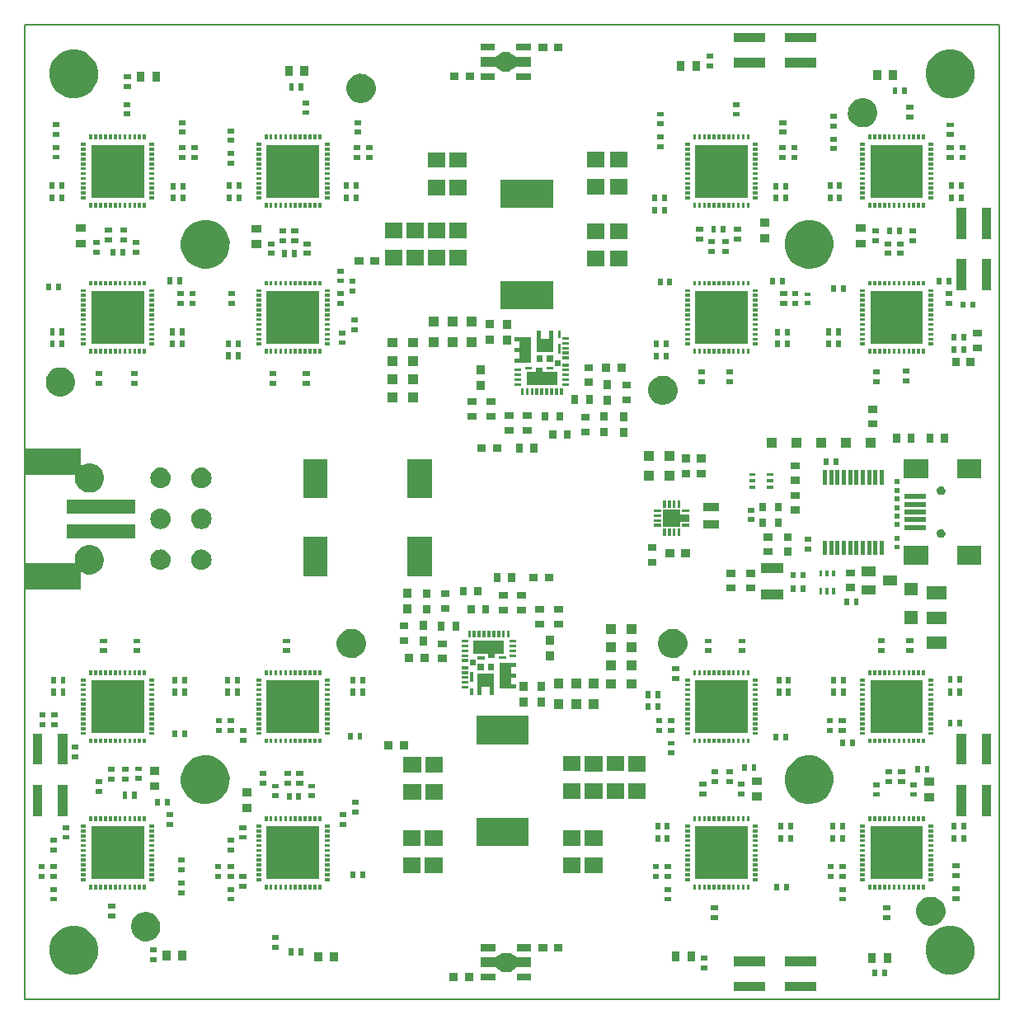
<source format=gts>
G04 (created by PCBNEW (2013-05-16 BZR 4016)-stable) date 12. 1. 2014 21:27:50*
%MOIN*%
G04 Gerber Fmt 3.4, Leading zero omitted, Abs format*
%FSLAX34Y34*%
G01*
G70*
G90*
G04 APERTURE LIST*
%ADD10C,0.00590551*%
G04 APERTURE END LIST*
G54D10*
X38779Y-61023D02*
X78149Y-61023D01*
X78149Y-61023D02*
X78149Y-21653D01*
X78149Y-21653D02*
X38779Y-21653D01*
X38779Y-21653D02*
X38779Y-61023D01*
G36*
X39478Y-51555D02*
X39084Y-51555D01*
X39084Y-50294D01*
X39478Y-50294D01*
X39478Y-51555D01*
X39478Y-51555D01*
G37*
G36*
X39478Y-53642D02*
X39084Y-53642D01*
X39084Y-52381D01*
X39478Y-52381D01*
X39478Y-53642D01*
X39478Y-53642D01*
G37*
G36*
X39567Y-55768D02*
X39330Y-55768D01*
X39330Y-55570D01*
X39567Y-55570D01*
X39567Y-55768D01*
X39567Y-55768D01*
G37*
G36*
X39567Y-56161D02*
X39330Y-56161D01*
X39330Y-55964D01*
X39567Y-55964D01*
X39567Y-56161D01*
X39567Y-56161D01*
G37*
G36*
X39596Y-49636D02*
X39359Y-49636D01*
X39359Y-49438D01*
X39596Y-49438D01*
X39596Y-49636D01*
X39596Y-49636D01*
G37*
G36*
X39596Y-50029D02*
X39359Y-50029D01*
X39359Y-49832D01*
X39596Y-49832D01*
X39596Y-50029D01*
X39596Y-50029D01*
G37*
G36*
X39833Y-32372D02*
X39635Y-32372D01*
X39635Y-32096D01*
X39833Y-32096D01*
X39833Y-32372D01*
X39833Y-32372D01*
G37*
G36*
X39961Y-28287D02*
X39763Y-28287D01*
X39763Y-28011D01*
X39961Y-28011D01*
X39961Y-28287D01*
X39961Y-28287D01*
G37*
G36*
X39961Y-28779D02*
X39763Y-28779D01*
X39763Y-28503D01*
X39961Y-28503D01*
X39961Y-28779D01*
X39961Y-28779D01*
G37*
G36*
X39980Y-34193D02*
X39783Y-34193D01*
X39783Y-33916D01*
X39980Y-33916D01*
X39980Y-34193D01*
X39980Y-34193D01*
G37*
G36*
X39980Y-34685D02*
X39783Y-34685D01*
X39783Y-34409D01*
X39980Y-34409D01*
X39980Y-34685D01*
X39980Y-34685D01*
G37*
G36*
X40020Y-48268D02*
X39822Y-48268D01*
X39822Y-47991D01*
X40020Y-47991D01*
X40020Y-48268D01*
X40020Y-48268D01*
G37*
G36*
X40020Y-48760D02*
X39822Y-48760D01*
X39822Y-48483D01*
X40020Y-48483D01*
X40020Y-48760D01*
X40020Y-48760D01*
G37*
G36*
X40079Y-54705D02*
X39802Y-54705D01*
X39802Y-54507D01*
X40079Y-54507D01*
X40079Y-54705D01*
X40079Y-54705D01*
G37*
G36*
X40079Y-55098D02*
X39802Y-55098D01*
X39802Y-54901D01*
X40079Y-54901D01*
X40079Y-55098D01*
X40079Y-55098D01*
G37*
G36*
X40079Y-55768D02*
X39802Y-55768D01*
X39802Y-55570D01*
X40079Y-55570D01*
X40079Y-55768D01*
X40079Y-55768D01*
G37*
G36*
X40079Y-56161D02*
X39802Y-56161D01*
X39802Y-55964D01*
X40079Y-55964D01*
X40079Y-56161D01*
X40079Y-56161D01*
G37*
G36*
X40079Y-56693D02*
X39802Y-56693D01*
X39802Y-56495D01*
X40079Y-56495D01*
X40079Y-56693D01*
X40079Y-56693D01*
G37*
G36*
X40079Y-57086D02*
X39802Y-57086D01*
X39802Y-56889D01*
X40079Y-56889D01*
X40079Y-57086D01*
X40079Y-57086D01*
G37*
G36*
X40108Y-49636D02*
X39832Y-49636D01*
X39832Y-49438D01*
X40108Y-49438D01*
X40108Y-49636D01*
X40108Y-49636D01*
G37*
G36*
X40108Y-50029D02*
X39832Y-50029D01*
X39832Y-49832D01*
X40108Y-49832D01*
X40108Y-50029D01*
X40108Y-50029D01*
G37*
G36*
X40177Y-25768D02*
X39901Y-25768D01*
X39901Y-25570D01*
X40177Y-25570D01*
X40177Y-25768D01*
X40177Y-25768D01*
G37*
G36*
X40177Y-26161D02*
X39901Y-26161D01*
X39901Y-25964D01*
X40177Y-25964D01*
X40177Y-26161D01*
X40177Y-26161D01*
G37*
G36*
X40177Y-26693D02*
X39901Y-26693D01*
X39901Y-26495D01*
X40177Y-26495D01*
X40177Y-26693D01*
X40177Y-26693D01*
G37*
G36*
X40177Y-27086D02*
X39901Y-27086D01*
X39901Y-26889D01*
X40177Y-26889D01*
X40177Y-27086D01*
X40177Y-27086D01*
G37*
G36*
X40226Y-32372D02*
X40029Y-32372D01*
X40029Y-32096D01*
X40226Y-32096D01*
X40226Y-32372D01*
X40226Y-32372D01*
G37*
G36*
X40354Y-28287D02*
X40157Y-28287D01*
X40157Y-28011D01*
X40354Y-28011D01*
X40354Y-28287D01*
X40354Y-28287D01*
G37*
G36*
X40354Y-28779D02*
X40157Y-28779D01*
X40157Y-28503D01*
X40354Y-28503D01*
X40354Y-28779D01*
X40354Y-28779D01*
G37*
G36*
X40374Y-34193D02*
X40176Y-34193D01*
X40176Y-33916D01*
X40374Y-33916D01*
X40374Y-34193D01*
X40374Y-34193D01*
G37*
G36*
X40374Y-34685D02*
X40176Y-34685D01*
X40176Y-34409D01*
X40374Y-34409D01*
X40374Y-34685D01*
X40374Y-34685D01*
G37*
G36*
X40413Y-48268D02*
X40216Y-48268D01*
X40216Y-47991D01*
X40413Y-47991D01*
X40413Y-48268D01*
X40413Y-48268D01*
G37*
G36*
X40413Y-48760D02*
X40216Y-48760D01*
X40216Y-48483D01*
X40413Y-48483D01*
X40413Y-48760D01*
X40413Y-48760D01*
G37*
G36*
X40482Y-51555D02*
X40088Y-51555D01*
X40088Y-50294D01*
X40482Y-50294D01*
X40482Y-51555D01*
X40482Y-51555D01*
G37*
G36*
X40482Y-53642D02*
X40088Y-53642D01*
X40088Y-52381D01*
X40482Y-52381D01*
X40482Y-53642D01*
X40482Y-53642D01*
G37*
G36*
X40571Y-54193D02*
X40294Y-54193D01*
X40294Y-53995D01*
X40571Y-53995D01*
X40571Y-54193D01*
X40571Y-54193D01*
G37*
G36*
X40571Y-54586D02*
X40294Y-54586D01*
X40294Y-54389D01*
X40571Y-54389D01*
X40571Y-54586D01*
X40571Y-54586D01*
G37*
G36*
X40797Y-36026D02*
X40795Y-36155D01*
X40769Y-36271D01*
X40723Y-36374D01*
X40655Y-36471D01*
X40573Y-36549D01*
X40472Y-36613D01*
X40367Y-36653D01*
X40250Y-36674D01*
X40137Y-36672D01*
X40021Y-36646D01*
X39918Y-36601D01*
X39820Y-36533D01*
X39742Y-36452D01*
X39678Y-36352D01*
X39636Y-36247D01*
X39615Y-36130D01*
X39616Y-36018D01*
X39641Y-35901D01*
X39685Y-35798D01*
X39753Y-35699D01*
X39833Y-35621D01*
X39933Y-35555D01*
X40037Y-35513D01*
X40154Y-35491D01*
X40266Y-35492D01*
X40383Y-35516D01*
X40487Y-35559D01*
X40586Y-35626D01*
X40665Y-35706D01*
X40731Y-35805D01*
X40774Y-35909D01*
X40797Y-36026D01*
X40797Y-36026D01*
G37*
G36*
X40935Y-50945D02*
X40659Y-50945D01*
X40659Y-50747D01*
X40935Y-50747D01*
X40935Y-50945D01*
X40935Y-50945D01*
G37*
G36*
X40935Y-51338D02*
X40659Y-51338D01*
X40659Y-51141D01*
X40935Y-51141D01*
X40935Y-51338D01*
X40935Y-51338D01*
G37*
G36*
X41220Y-30020D02*
X40826Y-30020D01*
X40826Y-29704D01*
X41220Y-29704D01*
X41220Y-30020D01*
X41220Y-30020D01*
G37*
G36*
X41220Y-30649D02*
X40826Y-30649D01*
X40826Y-30334D01*
X41220Y-30334D01*
X41220Y-30649D01*
X41220Y-30649D01*
G37*
G36*
X41241Y-26536D02*
X41044Y-26536D01*
X41044Y-26417D01*
X41241Y-26417D01*
X41241Y-26536D01*
X41241Y-26536D01*
G37*
G36*
X41241Y-26733D02*
X41044Y-26733D01*
X41044Y-26614D01*
X41241Y-26614D01*
X41241Y-26733D01*
X41241Y-26733D01*
G37*
G36*
X41241Y-26930D02*
X41044Y-26930D01*
X41044Y-26811D01*
X41241Y-26811D01*
X41241Y-26930D01*
X41241Y-26930D01*
G37*
G36*
X41241Y-27126D02*
X41044Y-27126D01*
X41044Y-27007D01*
X41241Y-27007D01*
X41241Y-27126D01*
X41241Y-27126D01*
G37*
G36*
X41241Y-27323D02*
X41044Y-27323D01*
X41044Y-27204D01*
X41241Y-27204D01*
X41241Y-27323D01*
X41241Y-27323D01*
G37*
G36*
X41241Y-27520D02*
X41044Y-27520D01*
X41044Y-27401D01*
X41241Y-27401D01*
X41241Y-27520D01*
X41241Y-27520D01*
G37*
G36*
X41241Y-27716D02*
X41044Y-27716D01*
X41044Y-27597D01*
X41241Y-27597D01*
X41241Y-27716D01*
X41241Y-27716D01*
G37*
G36*
X41241Y-27913D02*
X41044Y-27913D01*
X41044Y-27794D01*
X41241Y-27794D01*
X41241Y-27913D01*
X41241Y-27913D01*
G37*
G36*
X41241Y-28110D02*
X41044Y-28110D01*
X41044Y-27991D01*
X41241Y-27991D01*
X41241Y-28110D01*
X41241Y-28110D01*
G37*
G36*
X41241Y-28306D02*
X41044Y-28306D01*
X41044Y-28187D01*
X41241Y-28187D01*
X41241Y-28306D01*
X41241Y-28306D01*
G37*
G36*
X41241Y-28503D02*
X41044Y-28503D01*
X41044Y-28384D01*
X41241Y-28384D01*
X41241Y-28503D01*
X41241Y-28503D01*
G37*
G36*
X41241Y-28700D02*
X41044Y-28700D01*
X41044Y-28581D01*
X41241Y-28581D01*
X41241Y-28700D01*
X41241Y-28700D01*
G37*
G36*
X41241Y-32441D02*
X41044Y-32441D01*
X41044Y-32323D01*
X41241Y-32323D01*
X41241Y-32441D01*
X41241Y-32441D01*
G37*
G36*
X41241Y-32638D02*
X41044Y-32638D01*
X41044Y-32520D01*
X41241Y-32520D01*
X41241Y-32638D01*
X41241Y-32638D01*
G37*
G36*
X41241Y-32835D02*
X41044Y-32835D01*
X41044Y-32717D01*
X41241Y-32717D01*
X41241Y-32835D01*
X41241Y-32835D01*
G37*
G36*
X41241Y-33031D02*
X41044Y-33031D01*
X41044Y-32913D01*
X41241Y-32913D01*
X41241Y-33031D01*
X41241Y-33031D01*
G37*
G36*
X41241Y-33228D02*
X41044Y-33228D01*
X41044Y-33110D01*
X41241Y-33110D01*
X41241Y-33228D01*
X41241Y-33228D01*
G37*
G36*
X41241Y-33425D02*
X41044Y-33425D01*
X41044Y-33307D01*
X41241Y-33307D01*
X41241Y-33425D01*
X41241Y-33425D01*
G37*
G36*
X41241Y-33621D02*
X41044Y-33621D01*
X41044Y-33503D01*
X41241Y-33503D01*
X41241Y-33621D01*
X41241Y-33621D01*
G37*
G36*
X41241Y-33818D02*
X41044Y-33818D01*
X41044Y-33700D01*
X41241Y-33700D01*
X41241Y-33818D01*
X41241Y-33818D01*
G37*
G36*
X41241Y-34015D02*
X41044Y-34015D01*
X41044Y-33897D01*
X41241Y-33897D01*
X41241Y-34015D01*
X41241Y-34015D01*
G37*
G36*
X41241Y-34211D02*
X41044Y-34211D01*
X41044Y-34093D01*
X41241Y-34093D01*
X41241Y-34211D01*
X41241Y-34211D01*
G37*
G36*
X41241Y-34408D02*
X41044Y-34408D01*
X41044Y-34290D01*
X41241Y-34290D01*
X41241Y-34408D01*
X41241Y-34408D01*
G37*
G36*
X41241Y-34605D02*
X41044Y-34605D01*
X41044Y-34487D01*
X41241Y-34487D01*
X41241Y-34605D01*
X41241Y-34605D01*
G37*
G36*
X41241Y-48189D02*
X41044Y-48189D01*
X41044Y-48071D01*
X41241Y-48071D01*
X41241Y-48189D01*
X41241Y-48189D01*
G37*
G36*
X41241Y-48386D02*
X41044Y-48386D01*
X41044Y-48268D01*
X41241Y-48268D01*
X41241Y-48386D01*
X41241Y-48386D01*
G37*
G36*
X41241Y-48583D02*
X41044Y-48583D01*
X41044Y-48465D01*
X41241Y-48465D01*
X41241Y-48583D01*
X41241Y-48583D01*
G37*
G36*
X41241Y-48779D02*
X41044Y-48779D01*
X41044Y-48661D01*
X41241Y-48661D01*
X41241Y-48779D01*
X41241Y-48779D01*
G37*
G36*
X41241Y-48976D02*
X41044Y-48976D01*
X41044Y-48858D01*
X41241Y-48858D01*
X41241Y-48976D01*
X41241Y-48976D01*
G37*
G36*
X41241Y-49173D02*
X41044Y-49173D01*
X41044Y-49055D01*
X41241Y-49055D01*
X41241Y-49173D01*
X41241Y-49173D01*
G37*
G36*
X41241Y-49369D02*
X41044Y-49369D01*
X41044Y-49251D01*
X41241Y-49251D01*
X41241Y-49369D01*
X41241Y-49369D01*
G37*
G36*
X41241Y-49566D02*
X41044Y-49566D01*
X41044Y-49448D01*
X41241Y-49448D01*
X41241Y-49566D01*
X41241Y-49566D01*
G37*
G36*
X41241Y-49763D02*
X41044Y-49763D01*
X41044Y-49645D01*
X41241Y-49645D01*
X41241Y-49763D01*
X41241Y-49763D01*
G37*
G36*
X41241Y-49959D02*
X41044Y-49959D01*
X41044Y-49841D01*
X41241Y-49841D01*
X41241Y-49959D01*
X41241Y-49959D01*
G37*
G36*
X41241Y-50156D02*
X41044Y-50156D01*
X41044Y-50038D01*
X41241Y-50038D01*
X41241Y-50156D01*
X41241Y-50156D01*
G37*
G36*
X41241Y-50353D02*
X41044Y-50353D01*
X41044Y-50235D01*
X41241Y-50235D01*
X41241Y-50353D01*
X41241Y-50353D01*
G37*
G36*
X41241Y-54095D02*
X41044Y-54095D01*
X41044Y-53976D01*
X41241Y-53976D01*
X41241Y-54095D01*
X41241Y-54095D01*
G37*
G36*
X41241Y-54292D02*
X41044Y-54292D01*
X41044Y-54173D01*
X41241Y-54173D01*
X41241Y-54292D01*
X41241Y-54292D01*
G37*
G36*
X41241Y-54489D02*
X41044Y-54489D01*
X41044Y-54370D01*
X41241Y-54370D01*
X41241Y-54489D01*
X41241Y-54489D01*
G37*
G36*
X41241Y-54685D02*
X41044Y-54685D01*
X41044Y-54566D01*
X41241Y-54566D01*
X41241Y-54685D01*
X41241Y-54685D01*
G37*
G36*
X41241Y-54882D02*
X41044Y-54882D01*
X41044Y-54763D01*
X41241Y-54763D01*
X41241Y-54882D01*
X41241Y-54882D01*
G37*
G36*
X41241Y-55079D02*
X41044Y-55079D01*
X41044Y-54960D01*
X41241Y-54960D01*
X41241Y-55079D01*
X41241Y-55079D01*
G37*
G36*
X41241Y-55275D02*
X41044Y-55275D01*
X41044Y-55156D01*
X41241Y-55156D01*
X41241Y-55275D01*
X41241Y-55275D01*
G37*
G36*
X41241Y-55472D02*
X41044Y-55472D01*
X41044Y-55353D01*
X41241Y-55353D01*
X41241Y-55472D01*
X41241Y-55472D01*
G37*
G36*
X41241Y-55669D02*
X41044Y-55669D01*
X41044Y-55550D01*
X41241Y-55550D01*
X41241Y-55669D01*
X41241Y-55669D01*
G37*
G36*
X41241Y-55865D02*
X41044Y-55865D01*
X41044Y-55746D01*
X41241Y-55746D01*
X41241Y-55865D01*
X41241Y-55865D01*
G37*
G36*
X41241Y-56062D02*
X41044Y-56062D01*
X41044Y-55943D01*
X41241Y-55943D01*
X41241Y-56062D01*
X41241Y-56062D01*
G37*
G36*
X41241Y-56259D02*
X41044Y-56259D01*
X41044Y-56140D01*
X41241Y-56140D01*
X41241Y-56259D01*
X41241Y-56259D01*
G37*
G36*
X41497Y-26280D02*
X41378Y-26280D01*
X41378Y-26083D01*
X41497Y-26083D01*
X41497Y-26280D01*
X41497Y-26280D01*
G37*
G36*
X41497Y-29034D02*
X41378Y-29034D01*
X41378Y-28837D01*
X41497Y-28837D01*
X41497Y-29034D01*
X41497Y-29034D01*
G37*
G36*
X41497Y-32185D02*
X41378Y-32185D01*
X41378Y-31989D01*
X41497Y-31989D01*
X41497Y-32185D01*
X41497Y-32185D01*
G37*
G36*
X41497Y-34939D02*
X41378Y-34939D01*
X41378Y-34743D01*
X41497Y-34743D01*
X41497Y-34939D01*
X41497Y-34939D01*
G37*
G36*
X41497Y-47933D02*
X41378Y-47933D01*
X41378Y-47737D01*
X41497Y-47737D01*
X41497Y-47933D01*
X41497Y-47933D01*
G37*
G36*
X41497Y-50687D02*
X41378Y-50687D01*
X41378Y-50491D01*
X41497Y-50491D01*
X41497Y-50687D01*
X41497Y-50687D01*
G37*
G36*
X41497Y-53839D02*
X41378Y-53839D01*
X41378Y-53642D01*
X41497Y-53642D01*
X41497Y-53839D01*
X41497Y-53839D01*
G37*
G36*
X41497Y-56593D02*
X41378Y-56593D01*
X41378Y-56396D01*
X41497Y-56396D01*
X41497Y-56593D01*
X41497Y-56593D01*
G37*
G36*
X41694Y-26280D02*
X41575Y-26280D01*
X41575Y-26083D01*
X41694Y-26083D01*
X41694Y-26280D01*
X41694Y-26280D01*
G37*
G36*
X41694Y-29034D02*
X41575Y-29034D01*
X41575Y-28837D01*
X41694Y-28837D01*
X41694Y-29034D01*
X41694Y-29034D01*
G37*
G36*
X41694Y-32185D02*
X41575Y-32185D01*
X41575Y-31989D01*
X41694Y-31989D01*
X41694Y-32185D01*
X41694Y-32185D01*
G37*
G36*
X41694Y-34939D02*
X41575Y-34939D01*
X41575Y-34743D01*
X41694Y-34743D01*
X41694Y-34939D01*
X41694Y-34939D01*
G37*
G36*
X41694Y-47933D02*
X41575Y-47933D01*
X41575Y-47737D01*
X41694Y-47737D01*
X41694Y-47933D01*
X41694Y-47933D01*
G37*
G36*
X41694Y-50687D02*
X41575Y-50687D01*
X41575Y-50491D01*
X41694Y-50491D01*
X41694Y-50687D01*
X41694Y-50687D01*
G37*
G36*
X41694Y-53839D02*
X41575Y-53839D01*
X41575Y-53642D01*
X41694Y-53642D01*
X41694Y-53839D01*
X41694Y-53839D01*
G37*
G36*
X41694Y-56593D02*
X41575Y-56593D01*
X41575Y-56396D01*
X41694Y-56396D01*
X41694Y-56593D01*
X41694Y-56593D01*
G37*
G36*
X41732Y-23526D02*
X41729Y-23744D01*
X41686Y-23935D01*
X41608Y-24109D01*
X41495Y-24269D01*
X41358Y-24400D01*
X41192Y-24505D01*
X41015Y-24574D01*
X40822Y-24608D01*
X40632Y-24604D01*
X40440Y-24562D01*
X40266Y-24486D01*
X40105Y-24374D01*
X39973Y-24237D01*
X39867Y-24072D01*
X39797Y-23896D01*
X39762Y-23703D01*
X39764Y-23513D01*
X39805Y-23321D01*
X39880Y-23146D01*
X39991Y-22984D01*
X40126Y-22852D01*
X40291Y-22744D01*
X40467Y-22673D01*
X40660Y-22636D01*
X40849Y-22638D01*
X41042Y-22677D01*
X41216Y-22751D01*
X41380Y-22861D01*
X41513Y-22995D01*
X41622Y-23159D01*
X41694Y-23334D01*
X41732Y-23525D01*
X41732Y-23526D01*
X41732Y-23526D01*
G37*
G36*
X41732Y-58960D02*
X41729Y-59177D01*
X41686Y-59368D01*
X41608Y-59542D01*
X41495Y-59702D01*
X41358Y-59833D01*
X41192Y-59938D01*
X41015Y-60007D01*
X40822Y-60041D01*
X40632Y-60037D01*
X40440Y-59995D01*
X40266Y-59919D01*
X40105Y-59807D01*
X39973Y-59670D01*
X39867Y-59505D01*
X39797Y-59329D01*
X39762Y-59136D01*
X39764Y-58946D01*
X39805Y-58754D01*
X39880Y-58580D01*
X39991Y-58417D01*
X40126Y-58285D01*
X40291Y-58177D01*
X40467Y-58106D01*
X40660Y-58069D01*
X40849Y-58071D01*
X41042Y-58110D01*
X41216Y-58184D01*
X41380Y-58294D01*
X41513Y-58428D01*
X41622Y-58592D01*
X41694Y-58767D01*
X41732Y-58958D01*
X41732Y-58960D01*
X41732Y-58960D01*
G37*
G36*
X41791Y-30551D02*
X41515Y-30551D01*
X41515Y-30353D01*
X41791Y-30353D01*
X41791Y-30551D01*
X41791Y-30551D01*
G37*
G36*
X41791Y-30945D02*
X41515Y-30945D01*
X41515Y-30747D01*
X41791Y-30747D01*
X41791Y-30945D01*
X41791Y-30945D01*
G37*
G36*
X41891Y-26280D02*
X41772Y-26280D01*
X41772Y-26083D01*
X41891Y-26083D01*
X41891Y-26280D01*
X41891Y-26280D01*
G37*
G36*
X41891Y-29034D02*
X41772Y-29034D01*
X41772Y-28837D01*
X41891Y-28837D01*
X41891Y-29034D01*
X41891Y-29034D01*
G37*
G36*
X41891Y-32185D02*
X41772Y-32185D01*
X41772Y-31989D01*
X41891Y-31989D01*
X41891Y-32185D01*
X41891Y-32185D01*
G37*
G36*
X41891Y-34939D02*
X41772Y-34939D01*
X41772Y-34743D01*
X41891Y-34743D01*
X41891Y-34939D01*
X41891Y-34939D01*
G37*
G36*
X41891Y-47933D02*
X41772Y-47933D01*
X41772Y-47737D01*
X41891Y-47737D01*
X41891Y-47933D01*
X41891Y-47933D01*
G37*
G36*
X41891Y-50687D02*
X41772Y-50687D01*
X41772Y-50491D01*
X41891Y-50491D01*
X41891Y-50687D01*
X41891Y-50687D01*
G37*
G36*
X41891Y-53839D02*
X41772Y-53839D01*
X41772Y-53642D01*
X41891Y-53642D01*
X41891Y-53839D01*
X41891Y-53839D01*
G37*
G36*
X41891Y-56593D02*
X41772Y-56593D01*
X41772Y-56396D01*
X41891Y-56396D01*
X41891Y-56593D01*
X41891Y-56593D01*
G37*
G36*
X41909Y-35846D02*
X41633Y-35846D01*
X41633Y-35649D01*
X41909Y-35649D01*
X41909Y-35846D01*
X41909Y-35846D01*
G37*
G36*
X41909Y-36240D02*
X41633Y-36240D01*
X41633Y-36042D01*
X41909Y-36042D01*
X41909Y-36240D01*
X41909Y-36240D01*
G37*
G36*
X41909Y-52342D02*
X41633Y-52342D01*
X41633Y-52145D01*
X41909Y-52145D01*
X41909Y-52342D01*
X41909Y-52342D01*
G37*
G36*
X41909Y-52736D02*
X41633Y-52736D01*
X41633Y-52538D01*
X41909Y-52538D01*
X41909Y-52736D01*
X41909Y-52736D01*
G37*
G36*
X41969Y-39904D02*
X41967Y-40034D01*
X41941Y-40149D01*
X41895Y-40253D01*
X41827Y-40350D01*
X41745Y-40428D01*
X41645Y-40491D01*
X41539Y-40532D01*
X41422Y-40553D01*
X41309Y-40550D01*
X41193Y-40525D01*
X41090Y-40480D01*
X40992Y-40412D01*
X40914Y-40331D01*
X40850Y-40231D01*
X40808Y-40126D01*
X40787Y-40009D01*
X40788Y-39896D01*
X40797Y-39856D01*
X40797Y-39848D01*
X40794Y-39841D01*
X40788Y-39835D01*
X40781Y-39833D01*
X40774Y-39833D01*
X38808Y-39833D01*
X38808Y-38788D01*
X41014Y-38788D01*
X41014Y-39453D01*
X41014Y-39461D01*
X41017Y-39468D01*
X41022Y-39474D01*
X41029Y-39477D01*
X41037Y-39477D01*
X41044Y-39474D01*
X41105Y-39434D01*
X41209Y-39392D01*
X41326Y-39369D01*
X41438Y-39370D01*
X41556Y-39394D01*
X41659Y-39438D01*
X41758Y-39504D01*
X41837Y-39584D01*
X41903Y-39684D01*
X41946Y-39787D01*
X41969Y-39904D01*
X41969Y-39904D01*
G37*
G36*
X41969Y-43210D02*
X41967Y-43340D01*
X41941Y-43455D01*
X41895Y-43559D01*
X41827Y-43656D01*
X41745Y-43734D01*
X41645Y-43797D01*
X41539Y-43838D01*
X41422Y-43859D01*
X41309Y-43856D01*
X41193Y-43831D01*
X41090Y-43786D01*
X41044Y-43754D01*
X41037Y-43751D01*
X41029Y-43751D01*
X41022Y-43754D01*
X41017Y-43759D01*
X41014Y-43766D01*
X41014Y-43774D01*
X41014Y-44459D01*
X38808Y-44459D01*
X38808Y-43414D01*
X40778Y-43414D01*
X40785Y-43414D01*
X40792Y-43412D01*
X40798Y-43406D01*
X40801Y-43399D01*
X40801Y-43391D01*
X40787Y-43315D01*
X40788Y-43202D01*
X40813Y-43086D01*
X40857Y-42982D01*
X40925Y-42884D01*
X41005Y-42805D01*
X41105Y-42740D01*
X41209Y-42698D01*
X41326Y-42675D01*
X41438Y-42676D01*
X41556Y-42700D01*
X41659Y-42744D01*
X41758Y-42810D01*
X41837Y-42890D01*
X41903Y-42990D01*
X41946Y-43093D01*
X41969Y-43210D01*
X41969Y-43210D01*
G37*
G36*
X42086Y-46653D02*
X41810Y-46653D01*
X41810Y-46456D01*
X42086Y-46456D01*
X42086Y-46653D01*
X42086Y-46653D01*
G37*
G36*
X42086Y-47047D02*
X41810Y-47047D01*
X41810Y-46850D01*
X42086Y-46850D01*
X42086Y-47047D01*
X42086Y-47047D01*
G37*
G36*
X42087Y-26280D02*
X41968Y-26280D01*
X41968Y-26083D01*
X42087Y-26083D01*
X42087Y-26280D01*
X42087Y-26280D01*
G37*
G36*
X42087Y-29034D02*
X41968Y-29034D01*
X41968Y-28837D01*
X42087Y-28837D01*
X42087Y-29034D01*
X42087Y-29034D01*
G37*
G36*
X42087Y-32185D02*
X41968Y-32185D01*
X41968Y-31989D01*
X42087Y-31989D01*
X42087Y-32185D01*
X42087Y-32185D01*
G37*
G36*
X42087Y-34939D02*
X41968Y-34939D01*
X41968Y-34743D01*
X42087Y-34743D01*
X42087Y-34939D01*
X42087Y-34939D01*
G37*
G36*
X42087Y-47933D02*
X41968Y-47933D01*
X41968Y-47737D01*
X42087Y-47737D01*
X42087Y-47933D01*
X42087Y-47933D01*
G37*
G36*
X42087Y-50687D02*
X41968Y-50687D01*
X41968Y-50491D01*
X42087Y-50491D01*
X42087Y-50687D01*
X42087Y-50687D01*
G37*
G36*
X42087Y-53839D02*
X41968Y-53839D01*
X41968Y-53642D01*
X42087Y-53642D01*
X42087Y-53839D01*
X42087Y-53839D01*
G37*
G36*
X42087Y-56593D02*
X41968Y-56593D01*
X41968Y-56396D01*
X42087Y-56396D01*
X42087Y-56593D01*
X42087Y-56593D01*
G37*
G36*
X42283Y-30039D02*
X42007Y-30039D01*
X42007Y-29842D01*
X42283Y-29842D01*
X42283Y-30039D01*
X42283Y-30039D01*
G37*
G36*
X42283Y-30433D02*
X42007Y-30433D01*
X42007Y-30235D01*
X42283Y-30235D01*
X42283Y-30433D01*
X42283Y-30433D01*
G37*
G36*
X42284Y-26280D02*
X42165Y-26280D01*
X42165Y-26083D01*
X42284Y-26083D01*
X42284Y-26280D01*
X42284Y-26280D01*
G37*
G36*
X42284Y-29034D02*
X42165Y-29034D01*
X42165Y-28837D01*
X42284Y-28837D01*
X42284Y-29034D01*
X42284Y-29034D01*
G37*
G36*
X42284Y-32185D02*
X42165Y-32185D01*
X42165Y-31989D01*
X42284Y-31989D01*
X42284Y-32185D01*
X42284Y-32185D01*
G37*
G36*
X42284Y-34939D02*
X42165Y-34939D01*
X42165Y-34743D01*
X42284Y-34743D01*
X42284Y-34939D01*
X42284Y-34939D01*
G37*
G36*
X42284Y-47933D02*
X42165Y-47933D01*
X42165Y-47737D01*
X42284Y-47737D01*
X42284Y-47933D01*
X42284Y-47933D01*
G37*
G36*
X42284Y-50687D02*
X42165Y-50687D01*
X42165Y-50491D01*
X42284Y-50491D01*
X42284Y-50687D01*
X42284Y-50687D01*
G37*
G36*
X42284Y-53839D02*
X42165Y-53839D01*
X42165Y-53642D01*
X42284Y-53642D01*
X42284Y-53839D01*
X42284Y-53839D01*
G37*
G36*
X42284Y-56593D02*
X42165Y-56593D01*
X42165Y-56396D01*
X42284Y-56396D01*
X42284Y-56593D01*
X42284Y-56593D01*
G37*
G36*
X42401Y-51831D02*
X42125Y-51831D01*
X42125Y-51633D01*
X42401Y-51633D01*
X42401Y-51831D01*
X42401Y-51831D01*
G37*
G36*
X42401Y-52224D02*
X42125Y-52224D01*
X42125Y-52027D01*
X42401Y-52027D01*
X42401Y-52224D01*
X42401Y-52224D01*
G37*
G36*
X42421Y-57372D02*
X42145Y-57372D01*
X42145Y-57174D01*
X42421Y-57174D01*
X42421Y-57372D01*
X42421Y-57372D01*
G37*
G36*
X42421Y-57766D02*
X42145Y-57766D01*
X42145Y-57568D01*
X42421Y-57568D01*
X42421Y-57766D01*
X42421Y-57766D01*
G37*
G36*
X42441Y-30984D02*
X42243Y-30984D01*
X42243Y-30708D01*
X42441Y-30708D01*
X42441Y-30984D01*
X42441Y-30984D01*
G37*
G36*
X42481Y-26280D02*
X42362Y-26280D01*
X42362Y-26083D01*
X42481Y-26083D01*
X42481Y-26280D01*
X42481Y-26280D01*
G37*
G36*
X42481Y-29034D02*
X42362Y-29034D01*
X42362Y-28837D01*
X42481Y-28837D01*
X42481Y-29034D01*
X42481Y-29034D01*
G37*
G36*
X42481Y-32185D02*
X42362Y-32185D01*
X42362Y-31989D01*
X42481Y-31989D01*
X42481Y-32185D01*
X42481Y-32185D01*
G37*
G36*
X42481Y-34939D02*
X42362Y-34939D01*
X42362Y-34743D01*
X42481Y-34743D01*
X42481Y-34939D01*
X42481Y-34939D01*
G37*
G36*
X42481Y-47933D02*
X42362Y-47933D01*
X42362Y-47737D01*
X42481Y-47737D01*
X42481Y-47933D01*
X42481Y-47933D01*
G37*
G36*
X42481Y-50687D02*
X42362Y-50687D01*
X42362Y-50491D01*
X42481Y-50491D01*
X42481Y-50687D01*
X42481Y-50687D01*
G37*
G36*
X42481Y-53839D02*
X42362Y-53839D01*
X42362Y-53642D01*
X42481Y-53642D01*
X42481Y-53839D01*
X42481Y-53839D01*
G37*
G36*
X42481Y-56593D02*
X42362Y-56593D01*
X42362Y-56396D01*
X42481Y-56396D01*
X42481Y-56593D01*
X42481Y-56593D01*
G37*
G36*
X42677Y-26280D02*
X42558Y-26280D01*
X42558Y-26083D01*
X42677Y-26083D01*
X42677Y-26280D01*
X42677Y-26280D01*
G37*
G36*
X42677Y-29034D02*
X42558Y-29034D01*
X42558Y-28837D01*
X42677Y-28837D01*
X42677Y-29034D01*
X42677Y-29034D01*
G37*
G36*
X42677Y-32185D02*
X42558Y-32185D01*
X42558Y-31989D01*
X42677Y-31989D01*
X42677Y-32185D01*
X42677Y-32185D01*
G37*
G36*
X42677Y-34939D02*
X42558Y-34939D01*
X42558Y-34743D01*
X42677Y-34743D01*
X42677Y-34939D01*
X42677Y-34939D01*
G37*
G36*
X42677Y-47933D02*
X42558Y-47933D01*
X42558Y-47737D01*
X42677Y-47737D01*
X42677Y-47933D01*
X42677Y-47933D01*
G37*
G36*
X42677Y-50687D02*
X42558Y-50687D01*
X42558Y-50491D01*
X42677Y-50491D01*
X42677Y-50687D01*
X42677Y-50687D01*
G37*
G36*
X42677Y-53839D02*
X42558Y-53839D01*
X42558Y-53642D01*
X42677Y-53642D01*
X42677Y-53839D01*
X42677Y-53839D01*
G37*
G36*
X42677Y-56593D02*
X42558Y-56593D01*
X42558Y-56396D01*
X42677Y-56396D01*
X42677Y-56593D01*
X42677Y-56593D01*
G37*
G36*
X42835Y-30984D02*
X42637Y-30984D01*
X42637Y-30708D01*
X42835Y-30708D01*
X42835Y-30984D01*
X42835Y-30984D01*
G37*
G36*
X42874Y-26280D02*
X42755Y-26280D01*
X42755Y-26083D01*
X42874Y-26083D01*
X42874Y-26280D01*
X42874Y-26280D01*
G37*
G36*
X42874Y-29034D02*
X42755Y-29034D01*
X42755Y-28837D01*
X42874Y-28837D01*
X42874Y-29034D01*
X42874Y-29034D01*
G37*
G36*
X42874Y-32185D02*
X42755Y-32185D01*
X42755Y-31989D01*
X42874Y-31989D01*
X42874Y-32185D01*
X42874Y-32185D01*
G37*
G36*
X42874Y-34939D02*
X42755Y-34939D01*
X42755Y-34743D01*
X42874Y-34743D01*
X42874Y-34939D01*
X42874Y-34939D01*
G37*
G36*
X42874Y-47933D02*
X42755Y-47933D01*
X42755Y-47737D01*
X42874Y-47737D01*
X42874Y-47933D01*
X42874Y-47933D01*
G37*
G36*
X42874Y-50687D02*
X42755Y-50687D01*
X42755Y-50491D01*
X42874Y-50491D01*
X42874Y-50687D01*
X42874Y-50687D01*
G37*
G36*
X42874Y-53839D02*
X42755Y-53839D01*
X42755Y-53642D01*
X42874Y-53642D01*
X42874Y-53839D01*
X42874Y-53839D01*
G37*
G36*
X42874Y-56593D02*
X42755Y-56593D01*
X42755Y-56396D01*
X42874Y-56396D01*
X42874Y-56593D01*
X42874Y-56593D01*
G37*
G36*
X42913Y-30039D02*
X42637Y-30039D01*
X42637Y-29842D01*
X42913Y-29842D01*
X42913Y-30039D01*
X42913Y-30039D01*
G37*
G36*
X42913Y-30433D02*
X42637Y-30433D01*
X42637Y-30235D01*
X42913Y-30235D01*
X42913Y-30433D01*
X42913Y-30433D01*
G37*
G36*
X42913Y-52923D02*
X42716Y-52923D01*
X42716Y-52647D01*
X42913Y-52647D01*
X42913Y-52923D01*
X42913Y-52923D01*
G37*
G36*
X42972Y-51831D02*
X42696Y-51831D01*
X42696Y-51633D01*
X42972Y-51633D01*
X42972Y-51831D01*
X42972Y-51831D01*
G37*
G36*
X42972Y-52224D02*
X42696Y-52224D01*
X42696Y-52027D01*
X42972Y-52027D01*
X42972Y-52224D01*
X42972Y-52224D01*
G37*
G36*
X43043Y-24957D02*
X42767Y-24957D01*
X42767Y-24759D01*
X43043Y-24759D01*
X43043Y-24957D01*
X43043Y-24957D01*
G37*
G36*
X43043Y-25350D02*
X42767Y-25350D01*
X42767Y-25153D01*
X43043Y-25153D01*
X43043Y-25350D01*
X43043Y-25350D01*
G37*
G36*
X43051Y-23838D02*
X42775Y-23838D01*
X42775Y-23641D01*
X43051Y-23641D01*
X43051Y-23838D01*
X43051Y-23838D01*
G37*
G36*
X43051Y-24232D02*
X42775Y-24232D01*
X42775Y-24035D01*
X43051Y-24035D01*
X43051Y-24232D01*
X43051Y-24232D01*
G37*
G36*
X43071Y-26280D02*
X42952Y-26280D01*
X42952Y-26083D01*
X43071Y-26083D01*
X43071Y-26280D01*
X43071Y-26280D01*
G37*
G36*
X43071Y-29034D02*
X42952Y-29034D01*
X42952Y-28837D01*
X43071Y-28837D01*
X43071Y-29034D01*
X43071Y-29034D01*
G37*
G36*
X43071Y-32185D02*
X42952Y-32185D01*
X42952Y-31989D01*
X43071Y-31989D01*
X43071Y-32185D01*
X43071Y-32185D01*
G37*
G36*
X43071Y-34939D02*
X42952Y-34939D01*
X42952Y-34743D01*
X43071Y-34743D01*
X43071Y-34939D01*
X43071Y-34939D01*
G37*
G36*
X43071Y-47933D02*
X42952Y-47933D01*
X42952Y-47737D01*
X43071Y-47737D01*
X43071Y-47933D01*
X43071Y-47933D01*
G37*
G36*
X43071Y-50687D02*
X42952Y-50687D01*
X42952Y-50491D01*
X43071Y-50491D01*
X43071Y-50687D01*
X43071Y-50687D01*
G37*
G36*
X43071Y-53839D02*
X42952Y-53839D01*
X42952Y-53642D01*
X43071Y-53642D01*
X43071Y-53839D01*
X43071Y-53839D01*
G37*
G36*
X43071Y-56593D02*
X42952Y-56593D01*
X42952Y-56396D01*
X43071Y-56396D01*
X43071Y-56593D01*
X43071Y-56593D01*
G37*
G36*
X43218Y-41407D02*
X40462Y-41407D01*
X40462Y-40855D01*
X43218Y-40855D01*
X43218Y-41407D01*
X43218Y-41407D01*
G37*
G36*
X43218Y-42392D02*
X40462Y-42392D01*
X40462Y-41840D01*
X43218Y-41840D01*
X43218Y-42392D01*
X43218Y-42392D01*
G37*
G36*
X43267Y-26280D02*
X43148Y-26280D01*
X43148Y-26083D01*
X43267Y-26083D01*
X43267Y-26280D01*
X43267Y-26280D01*
G37*
G36*
X43267Y-29034D02*
X43148Y-29034D01*
X43148Y-28837D01*
X43267Y-28837D01*
X43267Y-29034D01*
X43267Y-29034D01*
G37*
G36*
X43267Y-32185D02*
X43148Y-32185D01*
X43148Y-31989D01*
X43267Y-31989D01*
X43267Y-32185D01*
X43267Y-32185D01*
G37*
G36*
X43267Y-34939D02*
X43148Y-34939D01*
X43148Y-34743D01*
X43267Y-34743D01*
X43267Y-34939D01*
X43267Y-34939D01*
G37*
G36*
X43267Y-47933D02*
X43148Y-47933D01*
X43148Y-47737D01*
X43267Y-47737D01*
X43267Y-47933D01*
X43267Y-47933D01*
G37*
G36*
X43267Y-50687D02*
X43148Y-50687D01*
X43148Y-50491D01*
X43267Y-50491D01*
X43267Y-50687D01*
X43267Y-50687D01*
G37*
G36*
X43267Y-53839D02*
X43148Y-53839D01*
X43148Y-53642D01*
X43267Y-53642D01*
X43267Y-53839D01*
X43267Y-53839D01*
G37*
G36*
X43267Y-56593D02*
X43148Y-56593D01*
X43148Y-56396D01*
X43267Y-56396D01*
X43267Y-56593D01*
X43267Y-56593D01*
G37*
G36*
X43307Y-52923D02*
X43109Y-52923D01*
X43109Y-52647D01*
X43307Y-52647D01*
X43307Y-52923D01*
X43307Y-52923D01*
G37*
G36*
X43346Y-35846D02*
X43070Y-35846D01*
X43070Y-35649D01*
X43346Y-35649D01*
X43346Y-35846D01*
X43346Y-35846D01*
G37*
G36*
X43346Y-36240D02*
X43070Y-36240D01*
X43070Y-36042D01*
X43346Y-36042D01*
X43346Y-36240D01*
X43346Y-36240D01*
G37*
G36*
X43398Y-30547D02*
X43121Y-30547D01*
X43121Y-30350D01*
X43398Y-30350D01*
X43398Y-30547D01*
X43398Y-30547D01*
G37*
G36*
X43398Y-30941D02*
X43121Y-30941D01*
X43121Y-30743D01*
X43398Y-30743D01*
X43398Y-30941D01*
X43398Y-30941D01*
G37*
G36*
X43425Y-46653D02*
X43149Y-46653D01*
X43149Y-46456D01*
X43425Y-46456D01*
X43425Y-46653D01*
X43425Y-46653D01*
G37*
G36*
X43425Y-47047D02*
X43149Y-47047D01*
X43149Y-46850D01*
X43425Y-46850D01*
X43425Y-47047D01*
X43425Y-47047D01*
G37*
G36*
X43464Y-26280D02*
X43345Y-26280D01*
X43345Y-26083D01*
X43464Y-26083D01*
X43464Y-26280D01*
X43464Y-26280D01*
G37*
G36*
X43464Y-29034D02*
X43345Y-29034D01*
X43345Y-28837D01*
X43464Y-28837D01*
X43464Y-29034D01*
X43464Y-29034D01*
G37*
G36*
X43464Y-32185D02*
X43345Y-32185D01*
X43345Y-31989D01*
X43464Y-31989D01*
X43464Y-32185D01*
X43464Y-32185D01*
G37*
G36*
X43464Y-34939D02*
X43345Y-34939D01*
X43345Y-34743D01*
X43464Y-34743D01*
X43464Y-34939D01*
X43464Y-34939D01*
G37*
G36*
X43464Y-47933D02*
X43345Y-47933D01*
X43345Y-47737D01*
X43464Y-47737D01*
X43464Y-47933D01*
X43464Y-47933D01*
G37*
G36*
X43464Y-50687D02*
X43345Y-50687D01*
X43345Y-50491D01*
X43464Y-50491D01*
X43464Y-50687D01*
X43464Y-50687D01*
G37*
G36*
X43464Y-53839D02*
X43345Y-53839D01*
X43345Y-53642D01*
X43464Y-53642D01*
X43464Y-53839D01*
X43464Y-53839D01*
G37*
G36*
X43464Y-56593D02*
X43345Y-56593D01*
X43345Y-56396D01*
X43464Y-56396D01*
X43464Y-56593D01*
X43464Y-56593D01*
G37*
G36*
X43504Y-51821D02*
X43227Y-51821D01*
X43227Y-51623D01*
X43504Y-51623D01*
X43504Y-51821D01*
X43504Y-51821D01*
G37*
G36*
X43504Y-52214D02*
X43227Y-52214D01*
X43227Y-52017D01*
X43504Y-52017D01*
X43504Y-52214D01*
X43504Y-52214D01*
G37*
G36*
X43583Y-28622D02*
X41456Y-28622D01*
X41456Y-26495D01*
X43583Y-26495D01*
X43583Y-28622D01*
X43583Y-28622D01*
G37*
G36*
X43583Y-34527D02*
X41456Y-34527D01*
X41456Y-32401D01*
X43583Y-32401D01*
X43583Y-34527D01*
X43583Y-34527D01*
G37*
G36*
X43583Y-50275D02*
X41456Y-50275D01*
X41456Y-48149D01*
X43583Y-48149D01*
X43583Y-50275D01*
X43583Y-50275D01*
G37*
G36*
X43583Y-56181D02*
X41456Y-56181D01*
X41456Y-54054D01*
X43583Y-54054D01*
X43583Y-56181D01*
X43583Y-56181D01*
G37*
G36*
X43602Y-23937D02*
X43287Y-23937D01*
X43287Y-23542D01*
X43602Y-23542D01*
X43602Y-23937D01*
X43602Y-23937D01*
G37*
G36*
X43661Y-26280D02*
X43542Y-26280D01*
X43542Y-26083D01*
X43661Y-26083D01*
X43661Y-26280D01*
X43661Y-26280D01*
G37*
G36*
X43661Y-29034D02*
X43542Y-29034D01*
X43542Y-28837D01*
X43661Y-28837D01*
X43661Y-29034D01*
X43661Y-29034D01*
G37*
G36*
X43661Y-32185D02*
X43542Y-32185D01*
X43542Y-31989D01*
X43661Y-31989D01*
X43661Y-32185D01*
X43661Y-32185D01*
G37*
G36*
X43661Y-34939D02*
X43542Y-34939D01*
X43542Y-34743D01*
X43661Y-34743D01*
X43661Y-34939D01*
X43661Y-34939D01*
G37*
G36*
X43661Y-47933D02*
X43542Y-47933D01*
X43542Y-47737D01*
X43661Y-47737D01*
X43661Y-47933D01*
X43661Y-47933D01*
G37*
G36*
X43661Y-50687D02*
X43542Y-50687D01*
X43542Y-50491D01*
X43661Y-50491D01*
X43661Y-50687D01*
X43661Y-50687D01*
G37*
G36*
X43661Y-53839D02*
X43542Y-53839D01*
X43542Y-53642D01*
X43661Y-53642D01*
X43661Y-53839D01*
X43661Y-53839D01*
G37*
G36*
X43661Y-56593D02*
X43542Y-56593D01*
X43542Y-56396D01*
X43661Y-56396D01*
X43661Y-56593D01*
X43661Y-56593D01*
G37*
G36*
X43995Y-26536D02*
X43798Y-26536D01*
X43798Y-26417D01*
X43995Y-26417D01*
X43995Y-26536D01*
X43995Y-26536D01*
G37*
G36*
X43995Y-26733D02*
X43798Y-26733D01*
X43798Y-26614D01*
X43995Y-26614D01*
X43995Y-26733D01*
X43995Y-26733D01*
G37*
G36*
X43995Y-26930D02*
X43798Y-26930D01*
X43798Y-26811D01*
X43995Y-26811D01*
X43995Y-26930D01*
X43995Y-26930D01*
G37*
G36*
X43995Y-27126D02*
X43798Y-27126D01*
X43798Y-27007D01*
X43995Y-27007D01*
X43995Y-27126D01*
X43995Y-27126D01*
G37*
G36*
X43995Y-27323D02*
X43798Y-27323D01*
X43798Y-27204D01*
X43995Y-27204D01*
X43995Y-27323D01*
X43995Y-27323D01*
G37*
G36*
X43995Y-27520D02*
X43798Y-27520D01*
X43798Y-27401D01*
X43995Y-27401D01*
X43995Y-27520D01*
X43995Y-27520D01*
G37*
G36*
X43995Y-27716D02*
X43798Y-27716D01*
X43798Y-27597D01*
X43995Y-27597D01*
X43995Y-27716D01*
X43995Y-27716D01*
G37*
G36*
X43995Y-27913D02*
X43798Y-27913D01*
X43798Y-27794D01*
X43995Y-27794D01*
X43995Y-27913D01*
X43995Y-27913D01*
G37*
G36*
X43995Y-28110D02*
X43798Y-28110D01*
X43798Y-27991D01*
X43995Y-27991D01*
X43995Y-28110D01*
X43995Y-28110D01*
G37*
G36*
X43995Y-28306D02*
X43798Y-28306D01*
X43798Y-28187D01*
X43995Y-28187D01*
X43995Y-28306D01*
X43995Y-28306D01*
G37*
G36*
X43995Y-28503D02*
X43798Y-28503D01*
X43798Y-28384D01*
X43995Y-28384D01*
X43995Y-28503D01*
X43995Y-28503D01*
G37*
G36*
X43995Y-28700D02*
X43798Y-28700D01*
X43798Y-28581D01*
X43995Y-28581D01*
X43995Y-28700D01*
X43995Y-28700D01*
G37*
G36*
X43995Y-32441D02*
X43798Y-32441D01*
X43798Y-32323D01*
X43995Y-32323D01*
X43995Y-32441D01*
X43995Y-32441D01*
G37*
G36*
X43995Y-32638D02*
X43798Y-32638D01*
X43798Y-32520D01*
X43995Y-32520D01*
X43995Y-32638D01*
X43995Y-32638D01*
G37*
G36*
X43995Y-32835D02*
X43798Y-32835D01*
X43798Y-32717D01*
X43995Y-32717D01*
X43995Y-32835D01*
X43995Y-32835D01*
G37*
G36*
X43995Y-33031D02*
X43798Y-33031D01*
X43798Y-32913D01*
X43995Y-32913D01*
X43995Y-33031D01*
X43995Y-33031D01*
G37*
G36*
X43995Y-33228D02*
X43798Y-33228D01*
X43798Y-33110D01*
X43995Y-33110D01*
X43995Y-33228D01*
X43995Y-33228D01*
G37*
G36*
X43995Y-33425D02*
X43798Y-33425D01*
X43798Y-33307D01*
X43995Y-33307D01*
X43995Y-33425D01*
X43995Y-33425D01*
G37*
G36*
X43995Y-33621D02*
X43798Y-33621D01*
X43798Y-33503D01*
X43995Y-33503D01*
X43995Y-33621D01*
X43995Y-33621D01*
G37*
G36*
X43995Y-33818D02*
X43798Y-33818D01*
X43798Y-33700D01*
X43995Y-33700D01*
X43995Y-33818D01*
X43995Y-33818D01*
G37*
G36*
X43995Y-34015D02*
X43798Y-34015D01*
X43798Y-33897D01*
X43995Y-33897D01*
X43995Y-34015D01*
X43995Y-34015D01*
G37*
G36*
X43995Y-34211D02*
X43798Y-34211D01*
X43798Y-34093D01*
X43995Y-34093D01*
X43995Y-34211D01*
X43995Y-34211D01*
G37*
G36*
X43995Y-34408D02*
X43798Y-34408D01*
X43798Y-34290D01*
X43995Y-34290D01*
X43995Y-34408D01*
X43995Y-34408D01*
G37*
G36*
X43995Y-34605D02*
X43798Y-34605D01*
X43798Y-34487D01*
X43995Y-34487D01*
X43995Y-34605D01*
X43995Y-34605D01*
G37*
G36*
X43995Y-48189D02*
X43798Y-48189D01*
X43798Y-48071D01*
X43995Y-48071D01*
X43995Y-48189D01*
X43995Y-48189D01*
G37*
G36*
X43995Y-48386D02*
X43798Y-48386D01*
X43798Y-48268D01*
X43995Y-48268D01*
X43995Y-48386D01*
X43995Y-48386D01*
G37*
G36*
X43995Y-48583D02*
X43798Y-48583D01*
X43798Y-48465D01*
X43995Y-48465D01*
X43995Y-48583D01*
X43995Y-48583D01*
G37*
G36*
X43995Y-48779D02*
X43798Y-48779D01*
X43798Y-48661D01*
X43995Y-48661D01*
X43995Y-48779D01*
X43995Y-48779D01*
G37*
G36*
X43995Y-48976D02*
X43798Y-48976D01*
X43798Y-48858D01*
X43995Y-48858D01*
X43995Y-48976D01*
X43995Y-48976D01*
G37*
G36*
X43995Y-49173D02*
X43798Y-49173D01*
X43798Y-49055D01*
X43995Y-49055D01*
X43995Y-49173D01*
X43995Y-49173D01*
G37*
G36*
X43995Y-49369D02*
X43798Y-49369D01*
X43798Y-49251D01*
X43995Y-49251D01*
X43995Y-49369D01*
X43995Y-49369D01*
G37*
G36*
X43995Y-49566D02*
X43798Y-49566D01*
X43798Y-49448D01*
X43995Y-49448D01*
X43995Y-49566D01*
X43995Y-49566D01*
G37*
G36*
X43995Y-49763D02*
X43798Y-49763D01*
X43798Y-49645D01*
X43995Y-49645D01*
X43995Y-49763D01*
X43995Y-49763D01*
G37*
G36*
X43995Y-49959D02*
X43798Y-49959D01*
X43798Y-49841D01*
X43995Y-49841D01*
X43995Y-49959D01*
X43995Y-49959D01*
G37*
G36*
X43995Y-50156D02*
X43798Y-50156D01*
X43798Y-50038D01*
X43995Y-50038D01*
X43995Y-50156D01*
X43995Y-50156D01*
G37*
G36*
X43995Y-50353D02*
X43798Y-50353D01*
X43798Y-50235D01*
X43995Y-50235D01*
X43995Y-50353D01*
X43995Y-50353D01*
G37*
G36*
X43995Y-54095D02*
X43798Y-54095D01*
X43798Y-53976D01*
X43995Y-53976D01*
X43995Y-54095D01*
X43995Y-54095D01*
G37*
G36*
X43995Y-54292D02*
X43798Y-54292D01*
X43798Y-54173D01*
X43995Y-54173D01*
X43995Y-54292D01*
X43995Y-54292D01*
G37*
G36*
X43995Y-54489D02*
X43798Y-54489D01*
X43798Y-54370D01*
X43995Y-54370D01*
X43995Y-54489D01*
X43995Y-54489D01*
G37*
G36*
X43995Y-54685D02*
X43798Y-54685D01*
X43798Y-54566D01*
X43995Y-54566D01*
X43995Y-54685D01*
X43995Y-54685D01*
G37*
G36*
X43995Y-54882D02*
X43798Y-54882D01*
X43798Y-54763D01*
X43995Y-54763D01*
X43995Y-54882D01*
X43995Y-54882D01*
G37*
G36*
X43995Y-55079D02*
X43798Y-55079D01*
X43798Y-54960D01*
X43995Y-54960D01*
X43995Y-55079D01*
X43995Y-55079D01*
G37*
G36*
X43995Y-55275D02*
X43798Y-55275D01*
X43798Y-55156D01*
X43995Y-55156D01*
X43995Y-55275D01*
X43995Y-55275D01*
G37*
G36*
X43995Y-55472D02*
X43798Y-55472D01*
X43798Y-55353D01*
X43995Y-55353D01*
X43995Y-55472D01*
X43995Y-55472D01*
G37*
G36*
X43995Y-55669D02*
X43798Y-55669D01*
X43798Y-55550D01*
X43995Y-55550D01*
X43995Y-55669D01*
X43995Y-55669D01*
G37*
G36*
X43995Y-55865D02*
X43798Y-55865D01*
X43798Y-55746D01*
X43995Y-55746D01*
X43995Y-55865D01*
X43995Y-55865D01*
G37*
G36*
X43995Y-56062D02*
X43798Y-56062D01*
X43798Y-55943D01*
X43995Y-55943D01*
X43995Y-56062D01*
X43995Y-56062D01*
G37*
G36*
X43995Y-56259D02*
X43798Y-56259D01*
X43798Y-56140D01*
X43995Y-56140D01*
X43995Y-56259D01*
X43995Y-56259D01*
G37*
G36*
X44104Y-59144D02*
X43828Y-59144D01*
X43828Y-58946D01*
X44104Y-58946D01*
X44104Y-59144D01*
X44104Y-59144D01*
G37*
G36*
X44104Y-59537D02*
X43828Y-59537D01*
X43828Y-59340D01*
X44104Y-59340D01*
X44104Y-59537D01*
X44104Y-59537D01*
G37*
G36*
X44212Y-51959D02*
X43818Y-51959D01*
X43818Y-51643D01*
X44212Y-51643D01*
X44212Y-51959D01*
X44212Y-51959D01*
G37*
G36*
X44212Y-52588D02*
X43818Y-52588D01*
X43818Y-52273D01*
X44212Y-52273D01*
X44212Y-52588D01*
X44212Y-52588D01*
G37*
G36*
X44222Y-53218D02*
X44025Y-53218D01*
X44025Y-52942D01*
X44222Y-52942D01*
X44222Y-53218D01*
X44222Y-53218D01*
G37*
G36*
X44232Y-23937D02*
X43916Y-23937D01*
X43916Y-23542D01*
X44232Y-23542D01*
X44232Y-23937D01*
X44232Y-23937D01*
G37*
G36*
X44242Y-58043D02*
X44240Y-58173D01*
X44214Y-58289D01*
X44168Y-58392D01*
X44099Y-58489D01*
X44018Y-58567D01*
X43917Y-58630D01*
X43812Y-58671D01*
X43695Y-58692D01*
X43582Y-58689D01*
X43466Y-58664D01*
X43363Y-58619D01*
X43265Y-58551D01*
X43187Y-58470D01*
X43122Y-58370D01*
X43081Y-58265D01*
X43059Y-58148D01*
X43061Y-58035D01*
X43086Y-57919D01*
X43130Y-57815D01*
X43197Y-57717D01*
X43278Y-57638D01*
X43378Y-57573D01*
X43482Y-57531D01*
X43599Y-57509D01*
X43711Y-57509D01*
X43828Y-57533D01*
X43932Y-57577D01*
X44031Y-57644D01*
X44110Y-57723D01*
X44176Y-57823D01*
X44219Y-57927D01*
X44242Y-58043D01*
X44242Y-58043D01*
G37*
G36*
X44616Y-53218D02*
X44418Y-53218D01*
X44418Y-52942D01*
X44616Y-52942D01*
X44616Y-53218D01*
X44616Y-53218D01*
G37*
G36*
X44655Y-59459D02*
X44340Y-59459D01*
X44340Y-59064D01*
X44655Y-59064D01*
X44655Y-59459D01*
X44655Y-59459D01*
G37*
G36*
X44666Y-39962D02*
X44666Y-39965D01*
X44665Y-39968D01*
X44665Y-39968D01*
X44656Y-40049D01*
X44656Y-40049D01*
X44656Y-40049D01*
X44632Y-40125D01*
X44593Y-40196D01*
X44541Y-40258D01*
X44478Y-40308D01*
X44407Y-40346D01*
X44329Y-40368D01*
X44249Y-40376D01*
X44169Y-40367D01*
X44092Y-40344D01*
X44021Y-40305D01*
X43959Y-40254D01*
X43908Y-40191D01*
X43870Y-40120D01*
X43847Y-40043D01*
X43839Y-39959D01*
X43839Y-39956D01*
X43839Y-39953D01*
X43839Y-39953D01*
X43848Y-39873D01*
X43848Y-39873D01*
X43848Y-39872D01*
X43873Y-39796D01*
X43912Y-39725D01*
X43963Y-39664D01*
X44026Y-39613D01*
X44097Y-39576D01*
X44175Y-39553D01*
X44255Y-39546D01*
X44335Y-39554D01*
X44412Y-39578D01*
X44483Y-39616D01*
X44545Y-39668D01*
X44596Y-39730D01*
X44634Y-39801D01*
X44657Y-39878D01*
X44666Y-39962D01*
X44666Y-39962D01*
G37*
G36*
X44666Y-41615D02*
X44666Y-41618D01*
X44665Y-41621D01*
X44665Y-41621D01*
X44656Y-41702D01*
X44656Y-41702D01*
X44656Y-41702D01*
X44632Y-41778D01*
X44593Y-41849D01*
X44541Y-41911D01*
X44478Y-41961D01*
X44407Y-41999D01*
X44329Y-42021D01*
X44249Y-42029D01*
X44169Y-42020D01*
X44092Y-41997D01*
X44021Y-41958D01*
X43959Y-41907D01*
X43908Y-41844D01*
X43870Y-41773D01*
X43847Y-41696D01*
X43839Y-41612D01*
X43839Y-41609D01*
X43839Y-41606D01*
X43839Y-41606D01*
X43848Y-41526D01*
X43848Y-41526D01*
X43848Y-41525D01*
X43873Y-41449D01*
X43912Y-41378D01*
X43963Y-41317D01*
X44026Y-41266D01*
X44097Y-41229D01*
X44175Y-41206D01*
X44255Y-41199D01*
X44335Y-41207D01*
X44412Y-41231D01*
X44483Y-41269D01*
X44545Y-41321D01*
X44596Y-41383D01*
X44634Y-41454D01*
X44657Y-41531D01*
X44666Y-41615D01*
X44666Y-41615D01*
G37*
G36*
X44666Y-43268D02*
X44666Y-43271D01*
X44665Y-43274D01*
X44665Y-43274D01*
X44656Y-43355D01*
X44656Y-43355D01*
X44656Y-43355D01*
X44632Y-43431D01*
X44593Y-43502D01*
X44541Y-43564D01*
X44478Y-43614D01*
X44407Y-43652D01*
X44329Y-43674D01*
X44249Y-43682D01*
X44169Y-43673D01*
X44092Y-43650D01*
X44021Y-43611D01*
X43959Y-43560D01*
X43908Y-43497D01*
X43870Y-43426D01*
X43847Y-43349D01*
X43839Y-43265D01*
X43839Y-43262D01*
X43839Y-43259D01*
X43839Y-43259D01*
X43848Y-43179D01*
X43848Y-43179D01*
X43848Y-43178D01*
X43873Y-43102D01*
X43912Y-43031D01*
X43963Y-42970D01*
X44026Y-42919D01*
X44097Y-42882D01*
X44175Y-42859D01*
X44255Y-42852D01*
X44335Y-42860D01*
X44412Y-42884D01*
X44483Y-42922D01*
X44545Y-42974D01*
X44596Y-43036D01*
X44634Y-43107D01*
X44657Y-43184D01*
X44666Y-43268D01*
X44666Y-43268D01*
G37*
G36*
X44744Y-32126D02*
X44546Y-32126D01*
X44546Y-31850D01*
X44744Y-31850D01*
X44744Y-32126D01*
X44744Y-32126D01*
G37*
G36*
X44760Y-53681D02*
X44483Y-53681D01*
X44483Y-53483D01*
X44760Y-53483D01*
X44760Y-53681D01*
X44760Y-53681D01*
G37*
G36*
X44760Y-54075D02*
X44483Y-54075D01*
X44483Y-53877D01*
X44760Y-53877D01*
X44760Y-54075D01*
X44760Y-54075D01*
G37*
G36*
X44842Y-34193D02*
X44645Y-34193D01*
X44645Y-33916D01*
X44842Y-33916D01*
X44842Y-34193D01*
X44842Y-34193D01*
G37*
G36*
X44842Y-34685D02*
X44645Y-34685D01*
X44645Y-34409D01*
X44842Y-34409D01*
X44842Y-34685D01*
X44842Y-34685D01*
G37*
G36*
X44862Y-28307D02*
X44664Y-28307D01*
X44664Y-28031D01*
X44862Y-28031D01*
X44862Y-28307D01*
X44862Y-28307D01*
G37*
G36*
X44862Y-28779D02*
X44664Y-28779D01*
X44664Y-28503D01*
X44862Y-28503D01*
X44862Y-28779D01*
X44862Y-28779D01*
G37*
G36*
X44941Y-48268D02*
X44743Y-48268D01*
X44743Y-47991D01*
X44941Y-47991D01*
X44941Y-48268D01*
X44941Y-48268D01*
G37*
G36*
X44941Y-48760D02*
X44743Y-48760D01*
X44743Y-48483D01*
X44941Y-48483D01*
X44941Y-48760D01*
X44941Y-48760D01*
G37*
G36*
X44941Y-50433D02*
X44743Y-50433D01*
X44743Y-50157D01*
X44941Y-50157D01*
X44941Y-50433D01*
X44941Y-50433D01*
G37*
G36*
X45138Y-32126D02*
X44940Y-32126D01*
X44940Y-31850D01*
X45138Y-31850D01*
X45138Y-32126D01*
X45138Y-32126D01*
G37*
G36*
X45197Y-32598D02*
X44920Y-32598D01*
X44920Y-32401D01*
X45197Y-32401D01*
X45197Y-32598D01*
X45197Y-32598D01*
G37*
G36*
X45197Y-32992D02*
X44920Y-32992D01*
X44920Y-32794D01*
X45197Y-32794D01*
X45197Y-32992D01*
X45197Y-32992D01*
G37*
G36*
X45236Y-34193D02*
X45038Y-34193D01*
X45038Y-33916D01*
X45236Y-33916D01*
X45236Y-34193D01*
X45236Y-34193D01*
G37*
G36*
X45236Y-34685D02*
X45038Y-34685D01*
X45038Y-34409D01*
X45236Y-34409D01*
X45236Y-34685D01*
X45236Y-34685D01*
G37*
G36*
X45236Y-55512D02*
X44960Y-55512D01*
X44960Y-55314D01*
X45236Y-55314D01*
X45236Y-55512D01*
X45236Y-55512D01*
G37*
G36*
X45236Y-55905D02*
X44960Y-55905D01*
X44960Y-55708D01*
X45236Y-55708D01*
X45236Y-55905D01*
X45236Y-55905D01*
G37*
G36*
X45236Y-56437D02*
X44960Y-56437D01*
X44960Y-56239D01*
X45236Y-56239D01*
X45236Y-56437D01*
X45236Y-56437D01*
G37*
G36*
X45236Y-56831D02*
X44960Y-56831D01*
X44960Y-56633D01*
X45236Y-56633D01*
X45236Y-56831D01*
X45236Y-56831D01*
G37*
G36*
X45256Y-28307D02*
X45058Y-28307D01*
X45058Y-28031D01*
X45256Y-28031D01*
X45256Y-28307D01*
X45256Y-28307D01*
G37*
G36*
X45256Y-28779D02*
X45058Y-28779D01*
X45058Y-28503D01*
X45256Y-28503D01*
X45256Y-28779D01*
X45256Y-28779D01*
G37*
G36*
X45275Y-25689D02*
X44999Y-25689D01*
X44999Y-25491D01*
X45275Y-25491D01*
X45275Y-25689D01*
X45275Y-25689D01*
G37*
G36*
X45275Y-26083D02*
X44999Y-26083D01*
X44999Y-25885D01*
X45275Y-25885D01*
X45275Y-26083D01*
X45275Y-26083D01*
G37*
G36*
X45275Y-26712D02*
X44999Y-26712D01*
X44999Y-26515D01*
X45275Y-26515D01*
X45275Y-26712D01*
X45275Y-26712D01*
G37*
G36*
X45275Y-27106D02*
X44999Y-27106D01*
X44999Y-26909D01*
X45275Y-26909D01*
X45275Y-27106D01*
X45275Y-27106D01*
G37*
G36*
X45285Y-59459D02*
X44970Y-59459D01*
X44970Y-59064D01*
X45285Y-59064D01*
X45285Y-59459D01*
X45285Y-59459D01*
G37*
G36*
X45335Y-48268D02*
X45137Y-48268D01*
X45137Y-47991D01*
X45335Y-47991D01*
X45335Y-48268D01*
X45335Y-48268D01*
G37*
G36*
X45335Y-48760D02*
X45137Y-48760D01*
X45137Y-48483D01*
X45335Y-48483D01*
X45335Y-48760D01*
X45335Y-48760D01*
G37*
G36*
X45335Y-50433D02*
X45137Y-50433D01*
X45137Y-50157D01*
X45335Y-50157D01*
X45335Y-50433D01*
X45335Y-50433D01*
G37*
G36*
X45669Y-32598D02*
X45432Y-32598D01*
X45432Y-32401D01*
X45669Y-32401D01*
X45669Y-32598D01*
X45669Y-32598D01*
G37*
G36*
X45669Y-32992D02*
X45432Y-32992D01*
X45432Y-32794D01*
X45669Y-32794D01*
X45669Y-32992D01*
X45669Y-32992D01*
G37*
G36*
X45748Y-26712D02*
X45511Y-26712D01*
X45511Y-26515D01*
X45748Y-26515D01*
X45748Y-26712D01*
X45748Y-26712D01*
G37*
G36*
X45748Y-27106D02*
X45511Y-27106D01*
X45511Y-26909D01*
X45748Y-26909D01*
X45748Y-27106D01*
X45748Y-27106D01*
G37*
G36*
X46318Y-39962D02*
X46318Y-39965D01*
X46317Y-39968D01*
X46317Y-39968D01*
X46308Y-40049D01*
X46308Y-40049D01*
X46308Y-40049D01*
X46284Y-40125D01*
X46245Y-40196D01*
X46193Y-40258D01*
X46130Y-40308D01*
X46059Y-40346D01*
X45981Y-40368D01*
X45901Y-40376D01*
X45821Y-40367D01*
X45744Y-40344D01*
X45673Y-40305D01*
X45611Y-40254D01*
X45560Y-40191D01*
X45522Y-40120D01*
X45499Y-40043D01*
X45491Y-39959D01*
X45491Y-39956D01*
X45491Y-39953D01*
X45491Y-39953D01*
X45500Y-39873D01*
X45500Y-39873D01*
X45500Y-39872D01*
X45525Y-39796D01*
X45564Y-39725D01*
X45615Y-39664D01*
X45678Y-39613D01*
X45749Y-39576D01*
X45827Y-39553D01*
X45907Y-39546D01*
X45987Y-39554D01*
X46064Y-39578D01*
X46135Y-39616D01*
X46197Y-39668D01*
X46248Y-39730D01*
X46286Y-39801D01*
X46309Y-39878D01*
X46318Y-39962D01*
X46318Y-39962D01*
G37*
G36*
X46318Y-41615D02*
X46318Y-41618D01*
X46317Y-41621D01*
X46317Y-41621D01*
X46308Y-41702D01*
X46308Y-41702D01*
X46308Y-41702D01*
X46284Y-41778D01*
X46245Y-41849D01*
X46193Y-41911D01*
X46130Y-41961D01*
X46059Y-41999D01*
X45981Y-42021D01*
X45901Y-42029D01*
X45821Y-42020D01*
X45744Y-41997D01*
X45673Y-41958D01*
X45611Y-41907D01*
X45560Y-41844D01*
X45522Y-41773D01*
X45499Y-41696D01*
X45491Y-41612D01*
X45491Y-41609D01*
X45491Y-41606D01*
X45491Y-41606D01*
X45500Y-41526D01*
X45500Y-41526D01*
X45500Y-41525D01*
X45525Y-41449D01*
X45564Y-41378D01*
X45615Y-41317D01*
X45678Y-41266D01*
X45749Y-41229D01*
X45827Y-41206D01*
X45907Y-41199D01*
X45987Y-41207D01*
X46064Y-41231D01*
X46135Y-41269D01*
X46197Y-41321D01*
X46248Y-41383D01*
X46286Y-41454D01*
X46309Y-41531D01*
X46318Y-41615D01*
X46318Y-41615D01*
G37*
G36*
X46318Y-43268D02*
X46318Y-43271D01*
X46317Y-43274D01*
X46317Y-43274D01*
X46308Y-43355D01*
X46308Y-43355D01*
X46308Y-43355D01*
X46284Y-43431D01*
X46245Y-43502D01*
X46193Y-43564D01*
X46130Y-43614D01*
X46059Y-43652D01*
X45981Y-43674D01*
X45901Y-43682D01*
X45821Y-43673D01*
X45744Y-43650D01*
X45673Y-43611D01*
X45611Y-43560D01*
X45560Y-43497D01*
X45522Y-43426D01*
X45499Y-43349D01*
X45491Y-43265D01*
X45491Y-43262D01*
X45491Y-43259D01*
X45491Y-43259D01*
X45500Y-43179D01*
X45500Y-43179D01*
X45500Y-43178D01*
X45525Y-43102D01*
X45564Y-43031D01*
X45615Y-42970D01*
X45678Y-42919D01*
X45749Y-42882D01*
X45827Y-42859D01*
X45907Y-42852D01*
X45987Y-42860D01*
X46064Y-42884D01*
X46135Y-42922D01*
X46197Y-42974D01*
X46248Y-43036D01*
X46286Y-43107D01*
X46309Y-43184D01*
X46318Y-43268D01*
X46318Y-43268D01*
G37*
G36*
X46712Y-55768D02*
X46475Y-55768D01*
X46475Y-55570D01*
X46712Y-55570D01*
X46712Y-55768D01*
X46712Y-55768D01*
G37*
G36*
X46712Y-56161D02*
X46475Y-56161D01*
X46475Y-55964D01*
X46712Y-55964D01*
X46712Y-56161D01*
X46712Y-56161D01*
G37*
G36*
X46732Y-49862D02*
X46495Y-49862D01*
X46495Y-49664D01*
X46732Y-49664D01*
X46732Y-49862D01*
X46732Y-49862D01*
G37*
G36*
X46732Y-50256D02*
X46495Y-50256D01*
X46495Y-50058D01*
X46732Y-50058D01*
X46732Y-50256D01*
X46732Y-50256D01*
G37*
G36*
X47047Y-30416D02*
X47044Y-30634D01*
X47001Y-30825D01*
X46923Y-30999D01*
X46810Y-31159D01*
X46673Y-31290D01*
X46507Y-31395D01*
X46330Y-31464D01*
X46137Y-31498D01*
X45947Y-31494D01*
X45755Y-31452D01*
X45581Y-31376D01*
X45420Y-31264D01*
X45288Y-31127D01*
X45182Y-30962D01*
X45112Y-30786D01*
X45077Y-30592D01*
X45079Y-30403D01*
X45120Y-30211D01*
X45195Y-30036D01*
X45306Y-29874D01*
X45441Y-29741D01*
X45606Y-29634D01*
X45782Y-29563D01*
X45975Y-29526D01*
X46164Y-29527D01*
X46357Y-29567D01*
X46531Y-29640D01*
X46694Y-29750D01*
X46828Y-29885D01*
X46937Y-30049D01*
X47009Y-30224D01*
X47047Y-30415D01*
X47047Y-30416D01*
X47047Y-30416D01*
G37*
G36*
X47047Y-52070D02*
X47044Y-52287D01*
X47001Y-52478D01*
X46923Y-52652D01*
X46810Y-52812D01*
X46673Y-52943D01*
X46507Y-53048D01*
X46330Y-53117D01*
X46137Y-53151D01*
X45947Y-53147D01*
X45755Y-53105D01*
X45581Y-53029D01*
X45420Y-52917D01*
X45288Y-52781D01*
X45182Y-52616D01*
X45112Y-52439D01*
X45077Y-52246D01*
X45079Y-52056D01*
X45120Y-51864D01*
X45195Y-51690D01*
X45306Y-51528D01*
X45441Y-51395D01*
X45606Y-51287D01*
X45782Y-51216D01*
X45975Y-51180D01*
X46164Y-51181D01*
X46357Y-51220D01*
X46531Y-51294D01*
X46694Y-51404D01*
X46828Y-51538D01*
X46937Y-51702D01*
X47009Y-51877D01*
X47047Y-52068D01*
X47047Y-52070D01*
X47047Y-52070D01*
G37*
G36*
X47067Y-48268D02*
X46869Y-48268D01*
X46869Y-47991D01*
X47067Y-47991D01*
X47067Y-48268D01*
X47067Y-48268D01*
G37*
G36*
X47067Y-48760D02*
X46869Y-48760D01*
X46869Y-48483D01*
X47067Y-48483D01*
X47067Y-48760D01*
X47067Y-48760D01*
G37*
G36*
X47106Y-34665D02*
X46909Y-34665D01*
X46909Y-34389D01*
X47106Y-34389D01*
X47106Y-34665D01*
X47106Y-34665D01*
G37*
G36*
X47106Y-35157D02*
X46909Y-35157D01*
X46909Y-34881D01*
X47106Y-34881D01*
X47106Y-35157D01*
X47106Y-35157D01*
G37*
G36*
X47126Y-28287D02*
X46928Y-28287D01*
X46928Y-28011D01*
X47126Y-28011D01*
X47126Y-28287D01*
X47126Y-28287D01*
G37*
G36*
X47126Y-28779D02*
X46928Y-28779D01*
X46928Y-28503D01*
X47126Y-28503D01*
X47126Y-28779D01*
X47126Y-28779D01*
G37*
G36*
X47224Y-54705D02*
X46948Y-54705D01*
X46948Y-54507D01*
X47224Y-54507D01*
X47224Y-54705D01*
X47224Y-54705D01*
G37*
G36*
X47224Y-55098D02*
X46948Y-55098D01*
X46948Y-54901D01*
X47224Y-54901D01*
X47224Y-55098D01*
X47224Y-55098D01*
G37*
G36*
X47224Y-55768D02*
X46948Y-55768D01*
X46948Y-55570D01*
X47224Y-55570D01*
X47224Y-55768D01*
X47224Y-55768D01*
G37*
G36*
X47224Y-56161D02*
X46948Y-56161D01*
X46948Y-55964D01*
X47224Y-55964D01*
X47224Y-56161D01*
X47224Y-56161D01*
G37*
G36*
X47224Y-56693D02*
X46948Y-56693D01*
X46948Y-56495D01*
X47224Y-56495D01*
X47224Y-56693D01*
X47224Y-56693D01*
G37*
G36*
X47224Y-57086D02*
X46948Y-57086D01*
X46948Y-56889D01*
X47224Y-56889D01*
X47224Y-57086D01*
X47224Y-57086D01*
G37*
G36*
X47244Y-26024D02*
X46968Y-26024D01*
X46968Y-25826D01*
X47244Y-25826D01*
X47244Y-26024D01*
X47244Y-26024D01*
G37*
G36*
X47244Y-26417D02*
X46968Y-26417D01*
X46968Y-26220D01*
X47244Y-26220D01*
X47244Y-26417D01*
X47244Y-26417D01*
G37*
G36*
X47244Y-26949D02*
X46968Y-26949D01*
X46968Y-26751D01*
X47244Y-26751D01*
X47244Y-26949D01*
X47244Y-26949D01*
G37*
G36*
X47244Y-27342D02*
X46968Y-27342D01*
X46968Y-27145D01*
X47244Y-27145D01*
X47244Y-27342D01*
X47244Y-27342D01*
G37*
G36*
X47244Y-49862D02*
X46968Y-49862D01*
X46968Y-49664D01*
X47244Y-49664D01*
X47244Y-49862D01*
X47244Y-49862D01*
G37*
G36*
X47244Y-50256D02*
X46968Y-50256D01*
X46968Y-50058D01*
X47244Y-50058D01*
X47244Y-50256D01*
X47244Y-50256D01*
G37*
G36*
X47264Y-32598D02*
X46987Y-32598D01*
X46987Y-32401D01*
X47264Y-32401D01*
X47264Y-32598D01*
X47264Y-32598D01*
G37*
G36*
X47264Y-32992D02*
X46987Y-32992D01*
X46987Y-32794D01*
X47264Y-32794D01*
X47264Y-32992D01*
X47264Y-32992D01*
G37*
G36*
X47461Y-48268D02*
X47263Y-48268D01*
X47263Y-47991D01*
X47461Y-47991D01*
X47461Y-48268D01*
X47461Y-48268D01*
G37*
G36*
X47461Y-48760D02*
X47263Y-48760D01*
X47263Y-48483D01*
X47461Y-48483D01*
X47461Y-48760D01*
X47461Y-48760D01*
G37*
G36*
X47500Y-34665D02*
X47302Y-34665D01*
X47302Y-34389D01*
X47500Y-34389D01*
X47500Y-34665D01*
X47500Y-34665D01*
G37*
G36*
X47500Y-35157D02*
X47302Y-35157D01*
X47302Y-34881D01*
X47500Y-34881D01*
X47500Y-35157D01*
X47500Y-35157D01*
G37*
G36*
X47520Y-28287D02*
X47322Y-28287D01*
X47322Y-28011D01*
X47520Y-28011D01*
X47520Y-28287D01*
X47520Y-28287D01*
G37*
G36*
X47520Y-28779D02*
X47322Y-28779D01*
X47322Y-28503D01*
X47520Y-28503D01*
X47520Y-28779D01*
X47520Y-28779D01*
G37*
G36*
X47716Y-54193D02*
X47440Y-54193D01*
X47440Y-53995D01*
X47716Y-53995D01*
X47716Y-54193D01*
X47716Y-54193D01*
G37*
G36*
X47716Y-54586D02*
X47440Y-54586D01*
X47440Y-54389D01*
X47716Y-54389D01*
X47716Y-54586D01*
X47716Y-54586D01*
G37*
G36*
X47716Y-56181D02*
X47440Y-56181D01*
X47440Y-55983D01*
X47716Y-55983D01*
X47716Y-56181D01*
X47716Y-56181D01*
G37*
G36*
X47716Y-56575D02*
X47440Y-56575D01*
X47440Y-56377D01*
X47716Y-56377D01*
X47716Y-56575D01*
X47716Y-56575D01*
G37*
G36*
X47736Y-50275D02*
X47460Y-50275D01*
X47460Y-50078D01*
X47736Y-50078D01*
X47736Y-50275D01*
X47736Y-50275D01*
G37*
G36*
X47736Y-50669D02*
X47460Y-50669D01*
X47460Y-50472D01*
X47736Y-50472D01*
X47736Y-50669D01*
X47736Y-50669D01*
G37*
G36*
X47943Y-52835D02*
X47548Y-52835D01*
X47548Y-52519D01*
X47943Y-52519D01*
X47943Y-52835D01*
X47943Y-52835D01*
G37*
G36*
X47943Y-53464D02*
X47548Y-53464D01*
X47548Y-53149D01*
X47943Y-53149D01*
X47943Y-53464D01*
X47943Y-53464D01*
G37*
G36*
X48327Y-26536D02*
X48130Y-26536D01*
X48130Y-26417D01*
X48327Y-26417D01*
X48327Y-26536D01*
X48327Y-26536D01*
G37*
G36*
X48327Y-26733D02*
X48130Y-26733D01*
X48130Y-26614D01*
X48327Y-26614D01*
X48327Y-26733D01*
X48327Y-26733D01*
G37*
G36*
X48327Y-26930D02*
X48130Y-26930D01*
X48130Y-26811D01*
X48327Y-26811D01*
X48327Y-26930D01*
X48327Y-26930D01*
G37*
G36*
X48327Y-27126D02*
X48130Y-27126D01*
X48130Y-27007D01*
X48327Y-27007D01*
X48327Y-27126D01*
X48327Y-27126D01*
G37*
G36*
X48327Y-27323D02*
X48130Y-27323D01*
X48130Y-27204D01*
X48327Y-27204D01*
X48327Y-27323D01*
X48327Y-27323D01*
G37*
G36*
X48327Y-27520D02*
X48130Y-27520D01*
X48130Y-27401D01*
X48327Y-27401D01*
X48327Y-27520D01*
X48327Y-27520D01*
G37*
G36*
X48327Y-27716D02*
X48130Y-27716D01*
X48130Y-27597D01*
X48327Y-27597D01*
X48327Y-27716D01*
X48327Y-27716D01*
G37*
G36*
X48327Y-27913D02*
X48130Y-27913D01*
X48130Y-27794D01*
X48327Y-27794D01*
X48327Y-27913D01*
X48327Y-27913D01*
G37*
G36*
X48327Y-28110D02*
X48130Y-28110D01*
X48130Y-27991D01*
X48327Y-27991D01*
X48327Y-28110D01*
X48327Y-28110D01*
G37*
G36*
X48327Y-28306D02*
X48130Y-28306D01*
X48130Y-28187D01*
X48327Y-28187D01*
X48327Y-28306D01*
X48327Y-28306D01*
G37*
G36*
X48327Y-28503D02*
X48130Y-28503D01*
X48130Y-28384D01*
X48327Y-28384D01*
X48327Y-28503D01*
X48327Y-28503D01*
G37*
G36*
X48327Y-28700D02*
X48130Y-28700D01*
X48130Y-28581D01*
X48327Y-28581D01*
X48327Y-28700D01*
X48327Y-28700D01*
G37*
G36*
X48327Y-32441D02*
X48130Y-32441D01*
X48130Y-32323D01*
X48327Y-32323D01*
X48327Y-32441D01*
X48327Y-32441D01*
G37*
G36*
X48327Y-32638D02*
X48130Y-32638D01*
X48130Y-32520D01*
X48327Y-32520D01*
X48327Y-32638D01*
X48327Y-32638D01*
G37*
G36*
X48327Y-32835D02*
X48130Y-32835D01*
X48130Y-32717D01*
X48327Y-32717D01*
X48327Y-32835D01*
X48327Y-32835D01*
G37*
G36*
X48327Y-33031D02*
X48130Y-33031D01*
X48130Y-32913D01*
X48327Y-32913D01*
X48327Y-33031D01*
X48327Y-33031D01*
G37*
G36*
X48327Y-33228D02*
X48130Y-33228D01*
X48130Y-33110D01*
X48327Y-33110D01*
X48327Y-33228D01*
X48327Y-33228D01*
G37*
G36*
X48327Y-33425D02*
X48130Y-33425D01*
X48130Y-33307D01*
X48327Y-33307D01*
X48327Y-33425D01*
X48327Y-33425D01*
G37*
G36*
X48327Y-33621D02*
X48130Y-33621D01*
X48130Y-33503D01*
X48327Y-33503D01*
X48327Y-33621D01*
X48327Y-33621D01*
G37*
G36*
X48327Y-33818D02*
X48130Y-33818D01*
X48130Y-33700D01*
X48327Y-33700D01*
X48327Y-33818D01*
X48327Y-33818D01*
G37*
G36*
X48327Y-34015D02*
X48130Y-34015D01*
X48130Y-33897D01*
X48327Y-33897D01*
X48327Y-34015D01*
X48327Y-34015D01*
G37*
G36*
X48327Y-34211D02*
X48130Y-34211D01*
X48130Y-34093D01*
X48327Y-34093D01*
X48327Y-34211D01*
X48327Y-34211D01*
G37*
G36*
X48327Y-34408D02*
X48130Y-34408D01*
X48130Y-34290D01*
X48327Y-34290D01*
X48327Y-34408D01*
X48327Y-34408D01*
G37*
G36*
X48327Y-34605D02*
X48130Y-34605D01*
X48130Y-34487D01*
X48327Y-34487D01*
X48327Y-34605D01*
X48327Y-34605D01*
G37*
G36*
X48327Y-48189D02*
X48130Y-48189D01*
X48130Y-48071D01*
X48327Y-48071D01*
X48327Y-48189D01*
X48327Y-48189D01*
G37*
G36*
X48327Y-48386D02*
X48130Y-48386D01*
X48130Y-48268D01*
X48327Y-48268D01*
X48327Y-48386D01*
X48327Y-48386D01*
G37*
G36*
X48327Y-48583D02*
X48130Y-48583D01*
X48130Y-48465D01*
X48327Y-48465D01*
X48327Y-48583D01*
X48327Y-48583D01*
G37*
G36*
X48327Y-48779D02*
X48130Y-48779D01*
X48130Y-48661D01*
X48327Y-48661D01*
X48327Y-48779D01*
X48327Y-48779D01*
G37*
G36*
X48327Y-48976D02*
X48130Y-48976D01*
X48130Y-48858D01*
X48327Y-48858D01*
X48327Y-48976D01*
X48327Y-48976D01*
G37*
G36*
X48327Y-49173D02*
X48130Y-49173D01*
X48130Y-49055D01*
X48327Y-49055D01*
X48327Y-49173D01*
X48327Y-49173D01*
G37*
G36*
X48327Y-49369D02*
X48130Y-49369D01*
X48130Y-49251D01*
X48327Y-49251D01*
X48327Y-49369D01*
X48327Y-49369D01*
G37*
G36*
X48327Y-49566D02*
X48130Y-49566D01*
X48130Y-49448D01*
X48327Y-49448D01*
X48327Y-49566D01*
X48327Y-49566D01*
G37*
G36*
X48327Y-49763D02*
X48130Y-49763D01*
X48130Y-49645D01*
X48327Y-49645D01*
X48327Y-49763D01*
X48327Y-49763D01*
G37*
G36*
X48327Y-49959D02*
X48130Y-49959D01*
X48130Y-49841D01*
X48327Y-49841D01*
X48327Y-49959D01*
X48327Y-49959D01*
G37*
G36*
X48327Y-50156D02*
X48130Y-50156D01*
X48130Y-50038D01*
X48327Y-50038D01*
X48327Y-50156D01*
X48327Y-50156D01*
G37*
G36*
X48327Y-50353D02*
X48130Y-50353D01*
X48130Y-50235D01*
X48327Y-50235D01*
X48327Y-50353D01*
X48327Y-50353D01*
G37*
G36*
X48327Y-54095D02*
X48130Y-54095D01*
X48130Y-53976D01*
X48327Y-53976D01*
X48327Y-54095D01*
X48327Y-54095D01*
G37*
G36*
X48327Y-54292D02*
X48130Y-54292D01*
X48130Y-54173D01*
X48327Y-54173D01*
X48327Y-54292D01*
X48327Y-54292D01*
G37*
G36*
X48327Y-54489D02*
X48130Y-54489D01*
X48130Y-54370D01*
X48327Y-54370D01*
X48327Y-54489D01*
X48327Y-54489D01*
G37*
G36*
X48327Y-54685D02*
X48130Y-54685D01*
X48130Y-54566D01*
X48327Y-54566D01*
X48327Y-54685D01*
X48327Y-54685D01*
G37*
G36*
X48327Y-54882D02*
X48130Y-54882D01*
X48130Y-54763D01*
X48327Y-54763D01*
X48327Y-54882D01*
X48327Y-54882D01*
G37*
G36*
X48327Y-55079D02*
X48130Y-55079D01*
X48130Y-54960D01*
X48327Y-54960D01*
X48327Y-55079D01*
X48327Y-55079D01*
G37*
G36*
X48327Y-55275D02*
X48130Y-55275D01*
X48130Y-55156D01*
X48327Y-55156D01*
X48327Y-55275D01*
X48327Y-55275D01*
G37*
G36*
X48327Y-55472D02*
X48130Y-55472D01*
X48130Y-55353D01*
X48327Y-55353D01*
X48327Y-55472D01*
X48327Y-55472D01*
G37*
G36*
X48327Y-55669D02*
X48130Y-55669D01*
X48130Y-55550D01*
X48327Y-55550D01*
X48327Y-55669D01*
X48327Y-55669D01*
G37*
G36*
X48327Y-55865D02*
X48130Y-55865D01*
X48130Y-55746D01*
X48327Y-55746D01*
X48327Y-55865D01*
X48327Y-55865D01*
G37*
G36*
X48327Y-56062D02*
X48130Y-56062D01*
X48130Y-55943D01*
X48327Y-55943D01*
X48327Y-56062D01*
X48327Y-56062D01*
G37*
G36*
X48327Y-56259D02*
X48130Y-56259D01*
X48130Y-56140D01*
X48327Y-56140D01*
X48327Y-56259D01*
X48327Y-56259D01*
G37*
G36*
X48336Y-30039D02*
X47942Y-30039D01*
X47942Y-29724D01*
X48336Y-29724D01*
X48336Y-30039D01*
X48336Y-30039D01*
G37*
G36*
X48336Y-30669D02*
X47942Y-30669D01*
X47942Y-30353D01*
X48336Y-30353D01*
X48336Y-30669D01*
X48336Y-30669D01*
G37*
G36*
X48543Y-52018D02*
X48267Y-52018D01*
X48267Y-51820D01*
X48543Y-51820D01*
X48543Y-52018D01*
X48543Y-52018D01*
G37*
G36*
X48543Y-52411D02*
X48267Y-52411D01*
X48267Y-52214D01*
X48543Y-52214D01*
X48543Y-52411D01*
X48543Y-52411D01*
G37*
G36*
X48583Y-26280D02*
X48464Y-26280D01*
X48464Y-26083D01*
X48583Y-26083D01*
X48583Y-26280D01*
X48583Y-26280D01*
G37*
G36*
X48583Y-29034D02*
X48464Y-29034D01*
X48464Y-28837D01*
X48583Y-28837D01*
X48583Y-29034D01*
X48583Y-29034D01*
G37*
G36*
X48583Y-32185D02*
X48464Y-32185D01*
X48464Y-31989D01*
X48583Y-31989D01*
X48583Y-32185D01*
X48583Y-32185D01*
G37*
G36*
X48583Y-34939D02*
X48464Y-34939D01*
X48464Y-34743D01*
X48583Y-34743D01*
X48583Y-34939D01*
X48583Y-34939D01*
G37*
G36*
X48583Y-47933D02*
X48464Y-47933D01*
X48464Y-47737D01*
X48583Y-47737D01*
X48583Y-47933D01*
X48583Y-47933D01*
G37*
G36*
X48583Y-50687D02*
X48464Y-50687D01*
X48464Y-50491D01*
X48583Y-50491D01*
X48583Y-50687D01*
X48583Y-50687D01*
G37*
G36*
X48583Y-53839D02*
X48464Y-53839D01*
X48464Y-53642D01*
X48583Y-53642D01*
X48583Y-53839D01*
X48583Y-53839D01*
G37*
G36*
X48583Y-56593D02*
X48464Y-56593D01*
X48464Y-56396D01*
X48583Y-56396D01*
X48583Y-56593D01*
X48583Y-56593D01*
G37*
G36*
X48780Y-26280D02*
X48661Y-26280D01*
X48661Y-26083D01*
X48780Y-26083D01*
X48780Y-26280D01*
X48780Y-26280D01*
G37*
G36*
X48780Y-29034D02*
X48661Y-29034D01*
X48661Y-28837D01*
X48780Y-28837D01*
X48780Y-29034D01*
X48780Y-29034D01*
G37*
G36*
X48780Y-32185D02*
X48661Y-32185D01*
X48661Y-31989D01*
X48780Y-31989D01*
X48780Y-32185D01*
X48780Y-32185D01*
G37*
G36*
X48780Y-34939D02*
X48661Y-34939D01*
X48661Y-34743D01*
X48780Y-34743D01*
X48780Y-34939D01*
X48780Y-34939D01*
G37*
G36*
X48780Y-47933D02*
X48661Y-47933D01*
X48661Y-47737D01*
X48780Y-47737D01*
X48780Y-47933D01*
X48780Y-47933D01*
G37*
G36*
X48780Y-50687D02*
X48661Y-50687D01*
X48661Y-50491D01*
X48780Y-50491D01*
X48780Y-50687D01*
X48780Y-50687D01*
G37*
G36*
X48780Y-53839D02*
X48661Y-53839D01*
X48661Y-53642D01*
X48780Y-53642D01*
X48780Y-53839D01*
X48780Y-53839D01*
G37*
G36*
X48780Y-56593D02*
X48661Y-56593D01*
X48661Y-56396D01*
X48780Y-56396D01*
X48780Y-56593D01*
X48780Y-56593D01*
G37*
G36*
X48878Y-30590D02*
X48601Y-30590D01*
X48601Y-30393D01*
X48878Y-30393D01*
X48878Y-30590D01*
X48878Y-30590D01*
G37*
G36*
X48878Y-30984D02*
X48601Y-30984D01*
X48601Y-30787D01*
X48878Y-30787D01*
X48878Y-30984D01*
X48878Y-30984D01*
G37*
G36*
X48937Y-35846D02*
X48661Y-35846D01*
X48661Y-35649D01*
X48937Y-35649D01*
X48937Y-35846D01*
X48937Y-35846D01*
G37*
G36*
X48937Y-36240D02*
X48661Y-36240D01*
X48661Y-36042D01*
X48937Y-36042D01*
X48937Y-36240D01*
X48937Y-36240D01*
G37*
G36*
X48977Y-26280D02*
X48858Y-26280D01*
X48858Y-26083D01*
X48977Y-26083D01*
X48977Y-26280D01*
X48977Y-26280D01*
G37*
G36*
X48977Y-29034D02*
X48858Y-29034D01*
X48858Y-28837D01*
X48977Y-28837D01*
X48977Y-29034D01*
X48977Y-29034D01*
G37*
G36*
X48977Y-32185D02*
X48858Y-32185D01*
X48858Y-31989D01*
X48977Y-31989D01*
X48977Y-32185D01*
X48977Y-32185D01*
G37*
G36*
X48977Y-34939D02*
X48858Y-34939D01*
X48858Y-34743D01*
X48977Y-34743D01*
X48977Y-34939D01*
X48977Y-34939D01*
G37*
G36*
X48977Y-47933D02*
X48858Y-47933D01*
X48858Y-47737D01*
X48977Y-47737D01*
X48977Y-47933D01*
X48977Y-47933D01*
G37*
G36*
X48977Y-50687D02*
X48858Y-50687D01*
X48858Y-50491D01*
X48977Y-50491D01*
X48977Y-50687D01*
X48977Y-50687D01*
G37*
G36*
X48977Y-53839D02*
X48858Y-53839D01*
X48858Y-53642D01*
X48977Y-53642D01*
X48977Y-53839D01*
X48977Y-53839D01*
G37*
G36*
X48977Y-56593D02*
X48858Y-56593D01*
X48858Y-56396D01*
X48977Y-56396D01*
X48977Y-56593D01*
X48977Y-56593D01*
G37*
G36*
X49025Y-58651D02*
X48749Y-58651D01*
X48749Y-58454D01*
X49025Y-58454D01*
X49025Y-58651D01*
X49025Y-58651D01*
G37*
G36*
X49025Y-59045D02*
X48749Y-59045D01*
X48749Y-58848D01*
X49025Y-58848D01*
X49025Y-59045D01*
X49025Y-59045D01*
G37*
G36*
X49035Y-52520D02*
X48759Y-52520D01*
X48759Y-52322D01*
X49035Y-52322D01*
X49035Y-52520D01*
X49035Y-52520D01*
G37*
G36*
X49035Y-52913D02*
X48759Y-52913D01*
X48759Y-52716D01*
X49035Y-52716D01*
X49035Y-52913D01*
X49035Y-52913D01*
G37*
G36*
X49173Y-26280D02*
X49054Y-26280D01*
X49054Y-26083D01*
X49173Y-26083D01*
X49173Y-26280D01*
X49173Y-26280D01*
G37*
G36*
X49173Y-29034D02*
X49054Y-29034D01*
X49054Y-28837D01*
X49173Y-28837D01*
X49173Y-29034D01*
X49173Y-29034D01*
G37*
G36*
X49173Y-32185D02*
X49054Y-32185D01*
X49054Y-31989D01*
X49173Y-31989D01*
X49173Y-32185D01*
X49173Y-32185D01*
G37*
G36*
X49173Y-34939D02*
X49054Y-34939D01*
X49054Y-34743D01*
X49173Y-34743D01*
X49173Y-34939D01*
X49173Y-34939D01*
G37*
G36*
X49173Y-47933D02*
X49054Y-47933D01*
X49054Y-47737D01*
X49173Y-47737D01*
X49173Y-47933D01*
X49173Y-47933D01*
G37*
G36*
X49173Y-50687D02*
X49054Y-50687D01*
X49054Y-50491D01*
X49173Y-50491D01*
X49173Y-50687D01*
X49173Y-50687D01*
G37*
G36*
X49173Y-53839D02*
X49054Y-53839D01*
X49054Y-53642D01*
X49173Y-53642D01*
X49173Y-53839D01*
X49173Y-53839D01*
G37*
G36*
X49173Y-56593D02*
X49054Y-56593D01*
X49054Y-56396D01*
X49173Y-56396D01*
X49173Y-56593D01*
X49173Y-56593D01*
G37*
G36*
X49331Y-30079D02*
X49054Y-30079D01*
X49054Y-29881D01*
X49331Y-29881D01*
X49331Y-30079D01*
X49331Y-30079D01*
G37*
G36*
X49331Y-30472D02*
X49054Y-30472D01*
X49054Y-30275D01*
X49331Y-30275D01*
X49331Y-30472D01*
X49331Y-30472D01*
G37*
G36*
X49370Y-31024D02*
X49172Y-31024D01*
X49172Y-30747D01*
X49370Y-30747D01*
X49370Y-31024D01*
X49370Y-31024D01*
G37*
G36*
X49370Y-26280D02*
X49251Y-26280D01*
X49251Y-26083D01*
X49370Y-26083D01*
X49370Y-26280D01*
X49370Y-26280D01*
G37*
G36*
X49370Y-29034D02*
X49251Y-29034D01*
X49251Y-28837D01*
X49370Y-28837D01*
X49370Y-29034D01*
X49370Y-29034D01*
G37*
G36*
X49370Y-32185D02*
X49251Y-32185D01*
X49251Y-31989D01*
X49370Y-31989D01*
X49370Y-32185D01*
X49370Y-32185D01*
G37*
G36*
X49370Y-34939D02*
X49251Y-34939D01*
X49251Y-34743D01*
X49370Y-34743D01*
X49370Y-34939D01*
X49370Y-34939D01*
G37*
G36*
X49370Y-47933D02*
X49251Y-47933D01*
X49251Y-47737D01*
X49370Y-47737D01*
X49370Y-47933D01*
X49370Y-47933D01*
G37*
G36*
X49370Y-50687D02*
X49251Y-50687D01*
X49251Y-50491D01*
X49370Y-50491D01*
X49370Y-50687D01*
X49370Y-50687D01*
G37*
G36*
X49370Y-53839D02*
X49251Y-53839D01*
X49251Y-53642D01*
X49370Y-53642D01*
X49370Y-53839D01*
X49370Y-53839D01*
G37*
G36*
X49370Y-56593D02*
X49251Y-56593D01*
X49251Y-56396D01*
X49370Y-56396D01*
X49370Y-56593D01*
X49370Y-56593D01*
G37*
G36*
X49488Y-46653D02*
X49212Y-46653D01*
X49212Y-46456D01*
X49488Y-46456D01*
X49488Y-46653D01*
X49488Y-46653D01*
G37*
G36*
X49488Y-47047D02*
X49212Y-47047D01*
X49212Y-46850D01*
X49488Y-46850D01*
X49488Y-47047D01*
X49488Y-47047D01*
G37*
G36*
X49527Y-52008D02*
X49251Y-52008D01*
X49251Y-51810D01*
X49527Y-51810D01*
X49527Y-52008D01*
X49527Y-52008D01*
G37*
G36*
X49527Y-52401D02*
X49251Y-52401D01*
X49251Y-52204D01*
X49527Y-52204D01*
X49527Y-52401D01*
X49527Y-52401D01*
G37*
G36*
X49547Y-52972D02*
X49350Y-52972D01*
X49350Y-52696D01*
X49547Y-52696D01*
X49547Y-52972D01*
X49547Y-52972D01*
G37*
G36*
X49567Y-26280D02*
X49448Y-26280D01*
X49448Y-26083D01*
X49567Y-26083D01*
X49567Y-26280D01*
X49567Y-26280D01*
G37*
G36*
X49567Y-29034D02*
X49448Y-29034D01*
X49448Y-28837D01*
X49567Y-28837D01*
X49567Y-29034D01*
X49567Y-29034D01*
G37*
G36*
X49567Y-32185D02*
X49448Y-32185D01*
X49448Y-31989D01*
X49567Y-31989D01*
X49567Y-32185D01*
X49567Y-32185D01*
G37*
G36*
X49567Y-34939D02*
X49448Y-34939D01*
X49448Y-34743D01*
X49567Y-34743D01*
X49567Y-34939D01*
X49567Y-34939D01*
G37*
G36*
X49567Y-47933D02*
X49448Y-47933D01*
X49448Y-47737D01*
X49567Y-47737D01*
X49567Y-47933D01*
X49567Y-47933D01*
G37*
G36*
X49567Y-50687D02*
X49448Y-50687D01*
X49448Y-50491D01*
X49567Y-50491D01*
X49567Y-50687D01*
X49567Y-50687D01*
G37*
G36*
X49567Y-53839D02*
X49448Y-53839D01*
X49448Y-53642D01*
X49567Y-53642D01*
X49567Y-53839D01*
X49567Y-53839D01*
G37*
G36*
X49567Y-56593D02*
X49448Y-56593D01*
X49448Y-56396D01*
X49567Y-56396D01*
X49567Y-56593D01*
X49567Y-56593D01*
G37*
G36*
X49596Y-23691D02*
X49281Y-23691D01*
X49281Y-23296D01*
X49596Y-23296D01*
X49596Y-23691D01*
X49596Y-23691D01*
G37*
G36*
X49636Y-59262D02*
X49438Y-59262D01*
X49438Y-58985D01*
X49636Y-58985D01*
X49636Y-59262D01*
X49636Y-59262D01*
G37*
G36*
X49646Y-24291D02*
X49448Y-24291D01*
X49448Y-24015D01*
X49646Y-24015D01*
X49646Y-24291D01*
X49646Y-24291D01*
G37*
G36*
X49763Y-26280D02*
X49644Y-26280D01*
X49644Y-26083D01*
X49763Y-26083D01*
X49763Y-26280D01*
X49763Y-26280D01*
G37*
G36*
X49763Y-29034D02*
X49644Y-29034D01*
X49644Y-28837D01*
X49763Y-28837D01*
X49763Y-29034D01*
X49763Y-29034D01*
G37*
G36*
X49763Y-32185D02*
X49644Y-32185D01*
X49644Y-31989D01*
X49763Y-31989D01*
X49763Y-32185D01*
X49763Y-32185D01*
G37*
G36*
X49763Y-34939D02*
X49644Y-34939D01*
X49644Y-34743D01*
X49763Y-34743D01*
X49763Y-34939D01*
X49763Y-34939D01*
G37*
G36*
X49763Y-47933D02*
X49644Y-47933D01*
X49644Y-47737D01*
X49763Y-47737D01*
X49763Y-47933D01*
X49763Y-47933D01*
G37*
G36*
X49763Y-50687D02*
X49644Y-50687D01*
X49644Y-50491D01*
X49763Y-50491D01*
X49763Y-50687D01*
X49763Y-50687D01*
G37*
G36*
X49763Y-53839D02*
X49644Y-53839D01*
X49644Y-53642D01*
X49763Y-53642D01*
X49763Y-53839D01*
X49763Y-53839D01*
G37*
G36*
X49763Y-56593D02*
X49644Y-56593D01*
X49644Y-56396D01*
X49763Y-56396D01*
X49763Y-56593D01*
X49763Y-56593D01*
G37*
G36*
X49764Y-31024D02*
X49566Y-31024D01*
X49566Y-30747D01*
X49764Y-30747D01*
X49764Y-31024D01*
X49764Y-31024D01*
G37*
G36*
X49823Y-30079D02*
X49546Y-30079D01*
X49546Y-29881D01*
X49823Y-29881D01*
X49823Y-30079D01*
X49823Y-30079D01*
G37*
G36*
X49823Y-30472D02*
X49546Y-30472D01*
X49546Y-30275D01*
X49823Y-30275D01*
X49823Y-30472D01*
X49823Y-30472D01*
G37*
G36*
X49941Y-52972D02*
X49743Y-52972D01*
X49743Y-52696D01*
X49941Y-52696D01*
X49941Y-52972D01*
X49941Y-52972D01*
G37*
G36*
X49960Y-26280D02*
X49841Y-26280D01*
X49841Y-26083D01*
X49960Y-26083D01*
X49960Y-26280D01*
X49960Y-26280D01*
G37*
G36*
X49960Y-29034D02*
X49841Y-29034D01*
X49841Y-28837D01*
X49960Y-28837D01*
X49960Y-29034D01*
X49960Y-29034D01*
G37*
G36*
X49960Y-32185D02*
X49841Y-32185D01*
X49841Y-31989D01*
X49960Y-31989D01*
X49960Y-32185D01*
X49960Y-32185D01*
G37*
G36*
X49960Y-34939D02*
X49841Y-34939D01*
X49841Y-34743D01*
X49960Y-34743D01*
X49960Y-34939D01*
X49960Y-34939D01*
G37*
G36*
X49960Y-47933D02*
X49841Y-47933D01*
X49841Y-47737D01*
X49960Y-47737D01*
X49960Y-47933D01*
X49960Y-47933D01*
G37*
G36*
X49960Y-50687D02*
X49841Y-50687D01*
X49841Y-50491D01*
X49960Y-50491D01*
X49960Y-50687D01*
X49960Y-50687D01*
G37*
G36*
X49960Y-53839D02*
X49841Y-53839D01*
X49841Y-53642D01*
X49960Y-53642D01*
X49960Y-53839D01*
X49960Y-53839D01*
G37*
G36*
X49960Y-56593D02*
X49841Y-56593D01*
X49841Y-56396D01*
X49960Y-56396D01*
X49960Y-56593D01*
X49960Y-56593D01*
G37*
G36*
X50020Y-52008D02*
X49743Y-52008D01*
X49743Y-51810D01*
X50020Y-51810D01*
X50020Y-52008D01*
X50020Y-52008D01*
G37*
G36*
X50020Y-52401D02*
X49743Y-52401D01*
X49743Y-52204D01*
X50020Y-52204D01*
X50020Y-52401D01*
X50020Y-52401D01*
G37*
G36*
X50029Y-59262D02*
X49832Y-59262D01*
X49832Y-58985D01*
X50029Y-58985D01*
X50029Y-59262D01*
X50029Y-59262D01*
G37*
G36*
X50039Y-24291D02*
X49842Y-24291D01*
X49842Y-24015D01*
X50039Y-24015D01*
X50039Y-24291D01*
X50039Y-24291D01*
G37*
G36*
X50157Y-26280D02*
X50038Y-26280D01*
X50038Y-26083D01*
X50157Y-26083D01*
X50157Y-26280D01*
X50157Y-26280D01*
G37*
G36*
X50157Y-29034D02*
X50038Y-29034D01*
X50038Y-28837D01*
X50157Y-28837D01*
X50157Y-29034D01*
X50157Y-29034D01*
G37*
G36*
X50157Y-32185D02*
X50038Y-32185D01*
X50038Y-31989D01*
X50157Y-31989D01*
X50157Y-32185D01*
X50157Y-32185D01*
G37*
G36*
X50157Y-34939D02*
X50038Y-34939D01*
X50038Y-34743D01*
X50157Y-34743D01*
X50157Y-34939D01*
X50157Y-34939D01*
G37*
G36*
X50157Y-47933D02*
X50038Y-47933D01*
X50038Y-47737D01*
X50157Y-47737D01*
X50157Y-47933D01*
X50157Y-47933D01*
G37*
G36*
X50157Y-50687D02*
X50038Y-50687D01*
X50038Y-50491D01*
X50157Y-50491D01*
X50157Y-50687D01*
X50157Y-50687D01*
G37*
G36*
X50157Y-53839D02*
X50038Y-53839D01*
X50038Y-53642D01*
X50157Y-53642D01*
X50157Y-53839D01*
X50157Y-53839D01*
G37*
G36*
X50157Y-56593D02*
X50038Y-56593D01*
X50038Y-56396D01*
X50157Y-56396D01*
X50157Y-56593D01*
X50157Y-56593D01*
G37*
G36*
X50226Y-23691D02*
X49911Y-23691D01*
X49911Y-23296D01*
X50226Y-23296D01*
X50226Y-23691D01*
X50226Y-23691D01*
G37*
G36*
X50275Y-24894D02*
X49999Y-24894D01*
X49999Y-24696D01*
X50275Y-24696D01*
X50275Y-24894D01*
X50275Y-24894D01*
G37*
G36*
X50275Y-25287D02*
X49999Y-25287D01*
X49999Y-25090D01*
X50275Y-25090D01*
X50275Y-25287D01*
X50275Y-25287D01*
G37*
G36*
X50287Y-35846D02*
X50011Y-35846D01*
X50011Y-35649D01*
X50287Y-35649D01*
X50287Y-35846D01*
X50287Y-35846D01*
G37*
G36*
X50287Y-36240D02*
X50011Y-36240D01*
X50011Y-36042D01*
X50287Y-36042D01*
X50287Y-36240D01*
X50287Y-36240D01*
G37*
G36*
X50315Y-30590D02*
X50038Y-30590D01*
X50038Y-30393D01*
X50315Y-30393D01*
X50315Y-30590D01*
X50315Y-30590D01*
G37*
G36*
X50315Y-30984D02*
X50038Y-30984D01*
X50038Y-30787D01*
X50315Y-30787D01*
X50315Y-30984D01*
X50315Y-30984D01*
G37*
G36*
X50353Y-26280D02*
X50234Y-26280D01*
X50234Y-26083D01*
X50353Y-26083D01*
X50353Y-26280D01*
X50353Y-26280D01*
G37*
G36*
X50353Y-29034D02*
X50234Y-29034D01*
X50234Y-28837D01*
X50353Y-28837D01*
X50353Y-29034D01*
X50353Y-29034D01*
G37*
G36*
X50353Y-32185D02*
X50234Y-32185D01*
X50234Y-31989D01*
X50353Y-31989D01*
X50353Y-32185D01*
X50353Y-32185D01*
G37*
G36*
X50353Y-34939D02*
X50234Y-34939D01*
X50234Y-34743D01*
X50353Y-34743D01*
X50353Y-34939D01*
X50353Y-34939D01*
G37*
G36*
X50353Y-47933D02*
X50234Y-47933D01*
X50234Y-47737D01*
X50353Y-47737D01*
X50353Y-47933D01*
X50353Y-47933D01*
G37*
G36*
X50353Y-50687D02*
X50234Y-50687D01*
X50234Y-50491D01*
X50353Y-50491D01*
X50353Y-50687D01*
X50353Y-50687D01*
G37*
G36*
X50353Y-53839D02*
X50234Y-53839D01*
X50234Y-53642D01*
X50353Y-53642D01*
X50353Y-53839D01*
X50353Y-53839D01*
G37*
G36*
X50353Y-56593D02*
X50234Y-56593D01*
X50234Y-56396D01*
X50353Y-56396D01*
X50353Y-56593D01*
X50353Y-56593D01*
G37*
G36*
X50512Y-52520D02*
X50235Y-52520D01*
X50235Y-52322D01*
X50512Y-52322D01*
X50512Y-52520D01*
X50512Y-52520D01*
G37*
G36*
X50512Y-52913D02*
X50235Y-52913D01*
X50235Y-52716D01*
X50512Y-52716D01*
X50512Y-52913D01*
X50512Y-52913D01*
G37*
G36*
X50550Y-26280D02*
X50431Y-26280D01*
X50431Y-26083D01*
X50550Y-26083D01*
X50550Y-26280D01*
X50550Y-26280D01*
G37*
G36*
X50550Y-29034D02*
X50431Y-29034D01*
X50431Y-28837D01*
X50550Y-28837D01*
X50550Y-29034D01*
X50550Y-29034D01*
G37*
G36*
X50550Y-32185D02*
X50431Y-32185D01*
X50431Y-31989D01*
X50550Y-31989D01*
X50550Y-32185D01*
X50550Y-32185D01*
G37*
G36*
X50550Y-34939D02*
X50431Y-34939D01*
X50431Y-34743D01*
X50550Y-34743D01*
X50550Y-34939D01*
X50550Y-34939D01*
G37*
G36*
X50550Y-47933D02*
X50431Y-47933D01*
X50431Y-47737D01*
X50550Y-47737D01*
X50550Y-47933D01*
X50550Y-47933D01*
G37*
G36*
X50550Y-50687D02*
X50431Y-50687D01*
X50431Y-50491D01*
X50550Y-50491D01*
X50550Y-50687D01*
X50550Y-50687D01*
G37*
G36*
X50550Y-53839D02*
X50431Y-53839D01*
X50431Y-53642D01*
X50550Y-53642D01*
X50550Y-53839D01*
X50550Y-53839D01*
G37*
G36*
X50550Y-56593D02*
X50431Y-56593D01*
X50431Y-56396D01*
X50550Y-56396D01*
X50550Y-56593D01*
X50550Y-56593D01*
G37*
G36*
X50669Y-28622D02*
X48542Y-28622D01*
X48542Y-26495D01*
X50669Y-26495D01*
X50669Y-28622D01*
X50669Y-28622D01*
G37*
G36*
X50669Y-34527D02*
X48542Y-34527D01*
X48542Y-32401D01*
X50669Y-32401D01*
X50669Y-34527D01*
X50669Y-34527D01*
G37*
G36*
X50669Y-50275D02*
X48542Y-50275D01*
X48542Y-48149D01*
X50669Y-48149D01*
X50669Y-50275D01*
X50669Y-50275D01*
G37*
G36*
X50669Y-56181D02*
X48542Y-56181D01*
X48542Y-54054D01*
X50669Y-54054D01*
X50669Y-56181D01*
X50669Y-56181D01*
G37*
G36*
X50747Y-26280D02*
X50628Y-26280D01*
X50628Y-26083D01*
X50747Y-26083D01*
X50747Y-26280D01*
X50747Y-26280D01*
G37*
G36*
X50747Y-29034D02*
X50628Y-29034D01*
X50628Y-28837D01*
X50747Y-28837D01*
X50747Y-29034D01*
X50747Y-29034D01*
G37*
G36*
X50747Y-32185D02*
X50628Y-32185D01*
X50628Y-31989D01*
X50747Y-31989D01*
X50747Y-32185D01*
X50747Y-32185D01*
G37*
G36*
X50747Y-34939D02*
X50628Y-34939D01*
X50628Y-34743D01*
X50747Y-34743D01*
X50747Y-34939D01*
X50747Y-34939D01*
G37*
G36*
X50747Y-47933D02*
X50628Y-47933D01*
X50628Y-47737D01*
X50747Y-47737D01*
X50747Y-47933D01*
X50747Y-47933D01*
G37*
G36*
X50747Y-50687D02*
X50628Y-50687D01*
X50628Y-50491D01*
X50747Y-50491D01*
X50747Y-50687D01*
X50747Y-50687D01*
G37*
G36*
X50747Y-53839D02*
X50628Y-53839D01*
X50628Y-53642D01*
X50747Y-53642D01*
X50747Y-53839D01*
X50747Y-53839D01*
G37*
G36*
X50747Y-56593D02*
X50628Y-56593D01*
X50628Y-56396D01*
X50747Y-56396D01*
X50747Y-56593D01*
X50747Y-56593D01*
G37*
G36*
X50787Y-59518D02*
X50472Y-59518D01*
X50472Y-59123D01*
X50787Y-59123D01*
X50787Y-59518D01*
X50787Y-59518D01*
G37*
G36*
X51008Y-40779D02*
X50023Y-40779D01*
X50023Y-39204D01*
X51008Y-39204D01*
X51008Y-40779D01*
X51008Y-40779D01*
G37*
G36*
X51008Y-43929D02*
X50023Y-43929D01*
X50023Y-42353D01*
X51008Y-42353D01*
X51008Y-43929D01*
X51008Y-43929D01*
G37*
G36*
X51081Y-26536D02*
X50884Y-26536D01*
X50884Y-26417D01*
X51081Y-26417D01*
X51081Y-26536D01*
X51081Y-26536D01*
G37*
G36*
X51081Y-26733D02*
X50884Y-26733D01*
X50884Y-26614D01*
X51081Y-26614D01*
X51081Y-26733D01*
X51081Y-26733D01*
G37*
G36*
X51081Y-26930D02*
X50884Y-26930D01*
X50884Y-26811D01*
X51081Y-26811D01*
X51081Y-26930D01*
X51081Y-26930D01*
G37*
G36*
X51081Y-27126D02*
X50884Y-27126D01*
X50884Y-27007D01*
X51081Y-27007D01*
X51081Y-27126D01*
X51081Y-27126D01*
G37*
G36*
X51081Y-27323D02*
X50884Y-27323D01*
X50884Y-27204D01*
X51081Y-27204D01*
X51081Y-27323D01*
X51081Y-27323D01*
G37*
G36*
X51081Y-27520D02*
X50884Y-27520D01*
X50884Y-27401D01*
X51081Y-27401D01*
X51081Y-27520D01*
X51081Y-27520D01*
G37*
G36*
X51081Y-27716D02*
X50884Y-27716D01*
X50884Y-27597D01*
X51081Y-27597D01*
X51081Y-27716D01*
X51081Y-27716D01*
G37*
G36*
X51081Y-27913D02*
X50884Y-27913D01*
X50884Y-27794D01*
X51081Y-27794D01*
X51081Y-27913D01*
X51081Y-27913D01*
G37*
G36*
X51081Y-28110D02*
X50884Y-28110D01*
X50884Y-27991D01*
X51081Y-27991D01*
X51081Y-28110D01*
X51081Y-28110D01*
G37*
G36*
X51081Y-28306D02*
X50884Y-28306D01*
X50884Y-28187D01*
X51081Y-28187D01*
X51081Y-28306D01*
X51081Y-28306D01*
G37*
G36*
X51081Y-28503D02*
X50884Y-28503D01*
X50884Y-28384D01*
X51081Y-28384D01*
X51081Y-28503D01*
X51081Y-28503D01*
G37*
G36*
X51081Y-28700D02*
X50884Y-28700D01*
X50884Y-28581D01*
X51081Y-28581D01*
X51081Y-28700D01*
X51081Y-28700D01*
G37*
G36*
X51081Y-32441D02*
X50884Y-32441D01*
X50884Y-32323D01*
X51081Y-32323D01*
X51081Y-32441D01*
X51081Y-32441D01*
G37*
G36*
X51081Y-32638D02*
X50884Y-32638D01*
X50884Y-32520D01*
X51081Y-32520D01*
X51081Y-32638D01*
X51081Y-32638D01*
G37*
G36*
X51081Y-32835D02*
X50884Y-32835D01*
X50884Y-32717D01*
X51081Y-32717D01*
X51081Y-32835D01*
X51081Y-32835D01*
G37*
G36*
X51081Y-33031D02*
X50884Y-33031D01*
X50884Y-32913D01*
X51081Y-32913D01*
X51081Y-33031D01*
X51081Y-33031D01*
G37*
G36*
X51081Y-33228D02*
X50884Y-33228D01*
X50884Y-33110D01*
X51081Y-33110D01*
X51081Y-33228D01*
X51081Y-33228D01*
G37*
G36*
X51081Y-33425D02*
X50884Y-33425D01*
X50884Y-33307D01*
X51081Y-33307D01*
X51081Y-33425D01*
X51081Y-33425D01*
G37*
G36*
X51081Y-33621D02*
X50884Y-33621D01*
X50884Y-33503D01*
X51081Y-33503D01*
X51081Y-33621D01*
X51081Y-33621D01*
G37*
G36*
X51081Y-33818D02*
X50884Y-33818D01*
X50884Y-33700D01*
X51081Y-33700D01*
X51081Y-33818D01*
X51081Y-33818D01*
G37*
G36*
X51081Y-34015D02*
X50884Y-34015D01*
X50884Y-33897D01*
X51081Y-33897D01*
X51081Y-34015D01*
X51081Y-34015D01*
G37*
G36*
X51081Y-34211D02*
X50884Y-34211D01*
X50884Y-34093D01*
X51081Y-34093D01*
X51081Y-34211D01*
X51081Y-34211D01*
G37*
G36*
X51081Y-34408D02*
X50884Y-34408D01*
X50884Y-34290D01*
X51081Y-34290D01*
X51081Y-34408D01*
X51081Y-34408D01*
G37*
G36*
X51081Y-34605D02*
X50884Y-34605D01*
X50884Y-34487D01*
X51081Y-34487D01*
X51081Y-34605D01*
X51081Y-34605D01*
G37*
G36*
X51081Y-48189D02*
X50884Y-48189D01*
X50884Y-48071D01*
X51081Y-48071D01*
X51081Y-48189D01*
X51081Y-48189D01*
G37*
G36*
X51081Y-48386D02*
X50884Y-48386D01*
X50884Y-48268D01*
X51081Y-48268D01*
X51081Y-48386D01*
X51081Y-48386D01*
G37*
G36*
X51081Y-48583D02*
X50884Y-48583D01*
X50884Y-48465D01*
X51081Y-48465D01*
X51081Y-48583D01*
X51081Y-48583D01*
G37*
G36*
X51081Y-48779D02*
X50884Y-48779D01*
X50884Y-48661D01*
X51081Y-48661D01*
X51081Y-48779D01*
X51081Y-48779D01*
G37*
G36*
X51081Y-48976D02*
X50884Y-48976D01*
X50884Y-48858D01*
X51081Y-48858D01*
X51081Y-48976D01*
X51081Y-48976D01*
G37*
G36*
X51081Y-49173D02*
X50884Y-49173D01*
X50884Y-49055D01*
X51081Y-49055D01*
X51081Y-49173D01*
X51081Y-49173D01*
G37*
G36*
X51081Y-49369D02*
X50884Y-49369D01*
X50884Y-49251D01*
X51081Y-49251D01*
X51081Y-49369D01*
X51081Y-49369D01*
G37*
G36*
X51081Y-49566D02*
X50884Y-49566D01*
X50884Y-49448D01*
X51081Y-49448D01*
X51081Y-49566D01*
X51081Y-49566D01*
G37*
G36*
X51081Y-49763D02*
X50884Y-49763D01*
X50884Y-49645D01*
X51081Y-49645D01*
X51081Y-49763D01*
X51081Y-49763D01*
G37*
G36*
X51081Y-49959D02*
X50884Y-49959D01*
X50884Y-49841D01*
X51081Y-49841D01*
X51081Y-49959D01*
X51081Y-49959D01*
G37*
G36*
X51081Y-50156D02*
X50884Y-50156D01*
X50884Y-50038D01*
X51081Y-50038D01*
X51081Y-50156D01*
X51081Y-50156D01*
G37*
G36*
X51081Y-50353D02*
X50884Y-50353D01*
X50884Y-50235D01*
X51081Y-50235D01*
X51081Y-50353D01*
X51081Y-50353D01*
G37*
G36*
X51081Y-54095D02*
X50884Y-54095D01*
X50884Y-53976D01*
X51081Y-53976D01*
X51081Y-54095D01*
X51081Y-54095D01*
G37*
G36*
X51081Y-54292D02*
X50884Y-54292D01*
X50884Y-54173D01*
X51081Y-54173D01*
X51081Y-54292D01*
X51081Y-54292D01*
G37*
G36*
X51081Y-54489D02*
X50884Y-54489D01*
X50884Y-54370D01*
X51081Y-54370D01*
X51081Y-54489D01*
X51081Y-54489D01*
G37*
G36*
X51081Y-54685D02*
X50884Y-54685D01*
X50884Y-54566D01*
X51081Y-54566D01*
X51081Y-54685D01*
X51081Y-54685D01*
G37*
G36*
X51081Y-54882D02*
X50884Y-54882D01*
X50884Y-54763D01*
X51081Y-54763D01*
X51081Y-54882D01*
X51081Y-54882D01*
G37*
G36*
X51081Y-55079D02*
X50884Y-55079D01*
X50884Y-54960D01*
X51081Y-54960D01*
X51081Y-55079D01*
X51081Y-55079D01*
G37*
G36*
X51081Y-55275D02*
X50884Y-55275D01*
X50884Y-55156D01*
X51081Y-55156D01*
X51081Y-55275D01*
X51081Y-55275D01*
G37*
G36*
X51081Y-55472D02*
X50884Y-55472D01*
X50884Y-55353D01*
X51081Y-55353D01*
X51081Y-55472D01*
X51081Y-55472D01*
G37*
G36*
X51081Y-55669D02*
X50884Y-55669D01*
X50884Y-55550D01*
X51081Y-55550D01*
X51081Y-55669D01*
X51081Y-55669D01*
G37*
G36*
X51081Y-55865D02*
X50884Y-55865D01*
X50884Y-55746D01*
X51081Y-55746D01*
X51081Y-55865D01*
X51081Y-55865D01*
G37*
G36*
X51081Y-56062D02*
X50884Y-56062D01*
X50884Y-55943D01*
X51081Y-55943D01*
X51081Y-56062D01*
X51081Y-56062D01*
G37*
G36*
X51081Y-56259D02*
X50884Y-56259D01*
X50884Y-56140D01*
X51081Y-56140D01*
X51081Y-56259D01*
X51081Y-56259D01*
G37*
G36*
X51417Y-59518D02*
X51101Y-59518D01*
X51101Y-59123D01*
X51417Y-59123D01*
X51417Y-59518D01*
X51417Y-59518D01*
G37*
G36*
X51673Y-31693D02*
X51397Y-31693D01*
X51397Y-31495D01*
X51673Y-31495D01*
X51673Y-31693D01*
X51673Y-31693D01*
G37*
G36*
X51673Y-32086D02*
X51397Y-32086D01*
X51397Y-31889D01*
X51673Y-31889D01*
X51673Y-32086D01*
X51673Y-32086D01*
G37*
G36*
X51673Y-32618D02*
X51397Y-32618D01*
X51397Y-32420D01*
X51673Y-32420D01*
X51673Y-32618D01*
X51673Y-32618D01*
G37*
G36*
X51673Y-33012D02*
X51397Y-33012D01*
X51397Y-32814D01*
X51673Y-32814D01*
X51673Y-33012D01*
X51673Y-33012D01*
G37*
G36*
X51732Y-34193D02*
X51456Y-34193D01*
X51456Y-33995D01*
X51732Y-33995D01*
X51732Y-34193D01*
X51732Y-34193D01*
G37*
G36*
X51732Y-34586D02*
X51456Y-34586D01*
X51456Y-34389D01*
X51732Y-34389D01*
X51732Y-34586D01*
X51732Y-34586D01*
G37*
G36*
X51772Y-53681D02*
X51495Y-53681D01*
X51495Y-53483D01*
X51772Y-53483D01*
X51772Y-53681D01*
X51772Y-53681D01*
G37*
G36*
X51772Y-54075D02*
X51495Y-54075D01*
X51495Y-53877D01*
X51772Y-53877D01*
X51772Y-54075D01*
X51772Y-54075D01*
G37*
G36*
X51870Y-28287D02*
X51672Y-28287D01*
X51672Y-28011D01*
X51870Y-28011D01*
X51870Y-28287D01*
X51870Y-28287D01*
G37*
G36*
X51870Y-28779D02*
X51672Y-28779D01*
X51672Y-28503D01*
X51870Y-28503D01*
X51870Y-28779D01*
X51870Y-28779D01*
G37*
G36*
X52018Y-50541D02*
X51820Y-50541D01*
X51820Y-50265D01*
X52018Y-50265D01*
X52018Y-50541D01*
X52018Y-50541D01*
G37*
G36*
X52126Y-48268D02*
X51928Y-48268D01*
X51928Y-47991D01*
X52126Y-47991D01*
X52126Y-48268D01*
X52126Y-48268D01*
G37*
G36*
X52126Y-48760D02*
X51928Y-48760D01*
X51928Y-48483D01*
X52126Y-48483D01*
X52126Y-48760D01*
X52126Y-48760D01*
G37*
G36*
X52136Y-56151D02*
X51938Y-56151D01*
X51938Y-55875D01*
X52136Y-55875D01*
X52136Y-56151D01*
X52136Y-56151D01*
G37*
G36*
X52146Y-32106D02*
X51909Y-32106D01*
X51909Y-31909D01*
X52146Y-31909D01*
X52146Y-32106D01*
X52146Y-32106D01*
G37*
G36*
X52146Y-32500D02*
X51909Y-32500D01*
X51909Y-32302D01*
X52146Y-32302D01*
X52146Y-32500D01*
X52146Y-32500D01*
G37*
G36*
X52224Y-33681D02*
X51948Y-33681D01*
X51948Y-33483D01*
X52224Y-33483D01*
X52224Y-33681D01*
X52224Y-33681D01*
G37*
G36*
X52224Y-34075D02*
X51948Y-34075D01*
X51948Y-33877D01*
X52224Y-33877D01*
X52224Y-34075D01*
X52224Y-34075D01*
G37*
G36*
X52264Y-28287D02*
X52066Y-28287D01*
X52066Y-28011D01*
X52264Y-28011D01*
X52264Y-28287D01*
X52264Y-28287D01*
G37*
G36*
X52264Y-28779D02*
X52066Y-28779D01*
X52066Y-28503D01*
X52264Y-28503D01*
X52264Y-28779D01*
X52264Y-28779D01*
G37*
G36*
X52264Y-53169D02*
X51987Y-53169D01*
X51987Y-52972D01*
X52264Y-52972D01*
X52264Y-53169D01*
X52264Y-53169D01*
G37*
G36*
X52264Y-53563D02*
X51987Y-53563D01*
X51987Y-53365D01*
X52264Y-53365D01*
X52264Y-53563D01*
X52264Y-53563D01*
G37*
G36*
X52342Y-26712D02*
X52066Y-26712D01*
X52066Y-26515D01*
X52342Y-26515D01*
X52342Y-26712D01*
X52342Y-26712D01*
G37*
G36*
X52342Y-27106D02*
X52066Y-27106D01*
X52066Y-26909D01*
X52342Y-26909D01*
X52342Y-27106D01*
X52342Y-27106D01*
G37*
G36*
X52362Y-25689D02*
X52086Y-25689D01*
X52086Y-25491D01*
X52362Y-25491D01*
X52362Y-25689D01*
X52362Y-25689D01*
G37*
G36*
X52362Y-26083D02*
X52086Y-26083D01*
X52086Y-25885D01*
X52362Y-25885D01*
X52362Y-26083D01*
X52362Y-26083D01*
G37*
G36*
X52411Y-50541D02*
X52214Y-50541D01*
X52214Y-50265D01*
X52411Y-50265D01*
X52411Y-50541D01*
X52411Y-50541D01*
G37*
G36*
X52452Y-31347D02*
X52097Y-31347D01*
X52097Y-31032D01*
X52452Y-31032D01*
X52452Y-31347D01*
X52452Y-31347D01*
G37*
G36*
X52520Y-48268D02*
X52322Y-48268D01*
X52322Y-47991D01*
X52520Y-47991D01*
X52520Y-48268D01*
X52520Y-48268D01*
G37*
G36*
X52520Y-48760D02*
X52322Y-48760D01*
X52322Y-48483D01*
X52520Y-48483D01*
X52520Y-48760D01*
X52520Y-48760D01*
G37*
G36*
X52529Y-56151D02*
X52332Y-56151D01*
X52332Y-55875D01*
X52529Y-55875D01*
X52529Y-56151D01*
X52529Y-56151D01*
G37*
G36*
X52559Y-46597D02*
X52557Y-46726D01*
X52531Y-46842D01*
X52485Y-46945D01*
X52416Y-47042D01*
X52335Y-47120D01*
X52234Y-47184D01*
X52129Y-47224D01*
X52012Y-47245D01*
X51899Y-47243D01*
X51783Y-47217D01*
X51680Y-47172D01*
X51582Y-47104D01*
X51504Y-47023D01*
X51439Y-46923D01*
X51398Y-46818D01*
X51376Y-46701D01*
X51378Y-46589D01*
X51403Y-46472D01*
X51447Y-46369D01*
X51514Y-46270D01*
X51595Y-46192D01*
X51695Y-46126D01*
X51799Y-46084D01*
X51916Y-46062D01*
X52028Y-46063D01*
X52145Y-46087D01*
X52249Y-46130D01*
X52348Y-46197D01*
X52427Y-46276D01*
X52493Y-46376D01*
X52536Y-46480D01*
X52559Y-46597D01*
X52559Y-46597D01*
G37*
G36*
X52815Y-26712D02*
X52578Y-26712D01*
X52578Y-26515D01*
X52815Y-26515D01*
X52815Y-26712D01*
X52815Y-26712D01*
G37*
G36*
X52815Y-27106D02*
X52578Y-27106D01*
X52578Y-26909D01*
X52815Y-26909D01*
X52815Y-27106D01*
X52815Y-27106D01*
G37*
G36*
X52953Y-24156D02*
X52951Y-24285D01*
X52924Y-24401D01*
X52879Y-24504D01*
X52810Y-24601D01*
X52728Y-24679D01*
X52628Y-24743D01*
X52523Y-24783D01*
X52406Y-24804D01*
X52293Y-24802D01*
X52177Y-24776D01*
X52073Y-24731D01*
X51976Y-24663D01*
X51898Y-24582D01*
X51833Y-24482D01*
X51792Y-24377D01*
X51770Y-24260D01*
X51772Y-24148D01*
X51796Y-24031D01*
X51841Y-23928D01*
X51908Y-23829D01*
X51988Y-23751D01*
X52088Y-23685D01*
X52192Y-23643D01*
X52310Y-23621D01*
X52422Y-23622D01*
X52539Y-23646D01*
X52642Y-23689D01*
X52742Y-23756D01*
X52821Y-23835D01*
X52887Y-23935D01*
X52929Y-24039D01*
X52953Y-24156D01*
X52953Y-24156D01*
G37*
G36*
X53082Y-31347D02*
X52727Y-31347D01*
X52727Y-31032D01*
X53082Y-31032D01*
X53082Y-31347D01*
X53082Y-31347D01*
G37*
G36*
X53642Y-50927D02*
X53287Y-50927D01*
X53287Y-50612D01*
X53642Y-50612D01*
X53642Y-50927D01*
X53642Y-50927D01*
G37*
G36*
X53833Y-35427D02*
X53439Y-35427D01*
X53439Y-35032D01*
X53833Y-35032D01*
X53833Y-35427D01*
X53833Y-35427D01*
G37*
G36*
X53833Y-36167D02*
X53439Y-36167D01*
X53439Y-35772D01*
X53833Y-35772D01*
X53833Y-36167D01*
X53833Y-36167D01*
G37*
G36*
X53833Y-36907D02*
X53439Y-36907D01*
X53439Y-36512D01*
X53833Y-36512D01*
X53833Y-36907D01*
X53833Y-36907D01*
G37*
G36*
X53838Y-34685D02*
X53444Y-34685D01*
X53444Y-34290D01*
X53838Y-34290D01*
X53838Y-34685D01*
X53838Y-34685D01*
G37*
G36*
X54034Y-30280D02*
X53326Y-30280D01*
X53326Y-29650D01*
X54034Y-29650D01*
X54034Y-30280D01*
X54034Y-30280D01*
G37*
G36*
X54034Y-31382D02*
X53326Y-31382D01*
X53326Y-30752D01*
X54034Y-30752D01*
X54034Y-31382D01*
X54034Y-31382D01*
G37*
G36*
X54272Y-50927D02*
X53917Y-50927D01*
X53917Y-50612D01*
X54272Y-50612D01*
X54272Y-50927D01*
X54272Y-50927D01*
G37*
G36*
X54277Y-46076D02*
X53922Y-46076D01*
X53922Y-45800D01*
X54277Y-45800D01*
X54277Y-46076D01*
X54277Y-46076D01*
G37*
G36*
X54277Y-46667D02*
X53922Y-46667D01*
X53922Y-46391D01*
X54277Y-46391D01*
X54277Y-46667D01*
X54277Y-46667D01*
G37*
G36*
X54382Y-44808D02*
X54067Y-44808D01*
X54067Y-44453D01*
X54382Y-44453D01*
X54382Y-44808D01*
X54382Y-44808D01*
G37*
G36*
X54382Y-45438D02*
X54067Y-45438D01*
X54067Y-45083D01*
X54382Y-45083D01*
X54382Y-45438D01*
X54382Y-45438D01*
G37*
G36*
X54480Y-47393D02*
X54125Y-47393D01*
X54125Y-47078D01*
X54480Y-47078D01*
X54480Y-47393D01*
X54480Y-47393D01*
G37*
G36*
X54660Y-35427D02*
X54266Y-35427D01*
X54266Y-35032D01*
X54660Y-35032D01*
X54660Y-35427D01*
X54660Y-35427D01*
G37*
G36*
X54660Y-36167D02*
X54266Y-36167D01*
X54266Y-35772D01*
X54660Y-35772D01*
X54660Y-36167D01*
X54660Y-36167D01*
G37*
G36*
X54660Y-36907D02*
X54266Y-36907D01*
X54266Y-36512D01*
X54660Y-36512D01*
X54660Y-36907D01*
X54660Y-36907D01*
G37*
G36*
X54665Y-34685D02*
X54271Y-34685D01*
X54271Y-34290D01*
X54665Y-34290D01*
X54665Y-34685D01*
X54665Y-34685D01*
G37*
G36*
X54770Y-54835D02*
X54061Y-54835D01*
X54061Y-54206D01*
X54770Y-54206D01*
X54770Y-54835D01*
X54770Y-54835D01*
G37*
G36*
X54770Y-55937D02*
X54061Y-55937D01*
X54061Y-55308D01*
X54770Y-55308D01*
X54770Y-55937D01*
X54770Y-55937D01*
G37*
G36*
X54783Y-51870D02*
X54074Y-51870D01*
X54074Y-51240D01*
X54783Y-51240D01*
X54783Y-51870D01*
X54783Y-51870D01*
G37*
G36*
X54783Y-52972D02*
X54074Y-52972D01*
X54074Y-52342D01*
X54783Y-52342D01*
X54783Y-52972D01*
X54783Y-52972D01*
G37*
G36*
X54900Y-30280D02*
X54192Y-30280D01*
X54192Y-29650D01*
X54900Y-29650D01*
X54900Y-30280D01*
X54900Y-30280D01*
G37*
G36*
X54900Y-31382D02*
X54192Y-31382D01*
X54192Y-30752D01*
X54900Y-30752D01*
X54900Y-31382D01*
X54900Y-31382D01*
G37*
G36*
X55035Y-46098D02*
X54720Y-46098D01*
X54720Y-45743D01*
X55035Y-45743D01*
X55035Y-46098D01*
X55035Y-46098D01*
G37*
G36*
X55035Y-46728D02*
X54720Y-46728D01*
X54720Y-46373D01*
X55035Y-46373D01*
X55035Y-46728D01*
X55035Y-46728D01*
G37*
G36*
X55110Y-47393D02*
X54755Y-47393D01*
X54755Y-47078D01*
X55110Y-47078D01*
X55110Y-47393D01*
X55110Y-47393D01*
G37*
G36*
X55175Y-44818D02*
X54860Y-44818D01*
X54860Y-44463D01*
X55175Y-44463D01*
X55175Y-44818D01*
X55175Y-44818D01*
G37*
G36*
X55175Y-45448D02*
X54860Y-45448D01*
X54860Y-45093D01*
X55175Y-45093D01*
X55175Y-45448D01*
X55175Y-45448D01*
G37*
G36*
X55228Y-40779D02*
X54243Y-40779D01*
X54243Y-39204D01*
X55228Y-39204D01*
X55228Y-40779D01*
X55228Y-40779D01*
G37*
G36*
X55228Y-43929D02*
X54243Y-43929D01*
X54243Y-42353D01*
X55228Y-42353D01*
X55228Y-43929D01*
X55228Y-43929D01*
G37*
G36*
X55487Y-33843D02*
X55092Y-33843D01*
X55092Y-33449D01*
X55487Y-33449D01*
X55487Y-33843D01*
X55487Y-33843D01*
G37*
G36*
X55487Y-34670D02*
X55092Y-34670D01*
X55092Y-34276D01*
X55487Y-34276D01*
X55487Y-34670D01*
X55487Y-34670D01*
G37*
G36*
X55648Y-54837D02*
X54939Y-54837D01*
X54939Y-54207D01*
X55648Y-54207D01*
X55648Y-54837D01*
X55648Y-54837D01*
G37*
G36*
X55648Y-55939D02*
X54939Y-55939D01*
X54939Y-55309D01*
X55648Y-55309D01*
X55648Y-55939D01*
X55648Y-55939D01*
G37*
G36*
X55661Y-51871D02*
X54952Y-51871D01*
X54952Y-51242D01*
X55661Y-51242D01*
X55661Y-51871D01*
X55661Y-51871D01*
G37*
G36*
X55661Y-52973D02*
X54952Y-52973D01*
X54952Y-52344D01*
X55661Y-52344D01*
X55661Y-52973D01*
X55661Y-52973D01*
G37*
G36*
X55740Y-46133D02*
X55464Y-46133D01*
X55464Y-45778D01*
X55740Y-45778D01*
X55740Y-46133D01*
X55740Y-46133D01*
G37*
G36*
X55767Y-30275D02*
X55059Y-30275D01*
X55059Y-29645D01*
X55767Y-29645D01*
X55767Y-30275D01*
X55767Y-30275D01*
G37*
G36*
X55767Y-31377D02*
X55059Y-31377D01*
X55059Y-30747D01*
X55767Y-30747D01*
X55767Y-31377D01*
X55767Y-31377D01*
G37*
G36*
X55767Y-27421D02*
X55059Y-27421D01*
X55059Y-26791D01*
X55767Y-26791D01*
X55767Y-27421D01*
X55767Y-27421D01*
G37*
G36*
X55767Y-28523D02*
X55059Y-28523D01*
X55059Y-27893D01*
X55767Y-27893D01*
X55767Y-28523D01*
X55767Y-28523D01*
G37*
G36*
X55815Y-46798D02*
X55460Y-46798D01*
X55460Y-46522D01*
X55815Y-46522D01*
X55815Y-46798D01*
X55815Y-46798D01*
G37*
G36*
X55815Y-47389D02*
X55460Y-47389D01*
X55460Y-47113D01*
X55815Y-47113D01*
X55815Y-47389D01*
X55815Y-47389D01*
G37*
G36*
X55945Y-44788D02*
X55590Y-44788D01*
X55590Y-44512D01*
X55945Y-44512D01*
X55945Y-44788D01*
X55945Y-44788D01*
G37*
G36*
X55945Y-45379D02*
X55590Y-45379D01*
X55590Y-45103D01*
X55945Y-45103D01*
X55945Y-45379D01*
X55945Y-45379D01*
G37*
G36*
X56257Y-33843D02*
X55862Y-33843D01*
X55862Y-33449D01*
X56257Y-33449D01*
X56257Y-33843D01*
X56257Y-33843D01*
G37*
G36*
X56257Y-34670D02*
X55862Y-34670D01*
X55862Y-34276D01*
X56257Y-34276D01*
X56257Y-34670D01*
X56257Y-34670D01*
G37*
G36*
X56272Y-60302D02*
X55917Y-60302D01*
X55917Y-59987D01*
X56272Y-59987D01*
X56272Y-60302D01*
X56272Y-60302D01*
G37*
G36*
X56312Y-23877D02*
X55957Y-23877D01*
X55957Y-23562D01*
X56312Y-23562D01*
X56312Y-23877D01*
X56312Y-23877D01*
G37*
G36*
X56331Y-46133D02*
X56055Y-46133D01*
X56055Y-45778D01*
X56331Y-45778D01*
X56331Y-46133D01*
X56331Y-46133D01*
G37*
G36*
X56630Y-44713D02*
X56354Y-44713D01*
X56354Y-44358D01*
X56630Y-44358D01*
X56630Y-44713D01*
X56630Y-44713D01*
G37*
G36*
X56633Y-30275D02*
X55925Y-30275D01*
X55925Y-29645D01*
X56633Y-29645D01*
X56633Y-30275D01*
X56633Y-30275D01*
G37*
G36*
X56633Y-31377D02*
X55925Y-31377D01*
X55925Y-30747D01*
X56633Y-30747D01*
X56633Y-31377D01*
X56633Y-31377D01*
G37*
G36*
X56633Y-27421D02*
X55925Y-27421D01*
X55925Y-26791D01*
X56633Y-26791D01*
X56633Y-27421D01*
X56633Y-27421D01*
G37*
G36*
X56633Y-28523D02*
X55925Y-28523D01*
X55925Y-27893D01*
X56633Y-27893D01*
X56633Y-28523D01*
X56633Y-28523D01*
G37*
G36*
X56700Y-47210D02*
X56425Y-47210D01*
X56425Y-47091D01*
X56700Y-47091D01*
X56700Y-47210D01*
X56700Y-47210D01*
G37*
G36*
X56700Y-47400D02*
X56425Y-47400D01*
X56425Y-47281D01*
X56700Y-47281D01*
X56700Y-47400D01*
X56700Y-47400D01*
G37*
G36*
X56700Y-47695D02*
X56425Y-47695D01*
X56425Y-47576D01*
X56700Y-47576D01*
X56700Y-47695D01*
X56700Y-47695D01*
G37*
G36*
X56700Y-47890D02*
X56425Y-47890D01*
X56425Y-47771D01*
X56700Y-47771D01*
X56700Y-47890D01*
X56700Y-47890D01*
G37*
G36*
X56700Y-48085D02*
X56425Y-48085D01*
X56425Y-47966D01*
X56700Y-47966D01*
X56700Y-48085D01*
X56700Y-48085D01*
G37*
G36*
X56700Y-48280D02*
X56425Y-48280D01*
X56425Y-48161D01*
X56700Y-48161D01*
X56700Y-48280D01*
X56700Y-48280D01*
G37*
G36*
X56700Y-48480D02*
X56425Y-48480D01*
X56425Y-48361D01*
X56700Y-48361D01*
X56700Y-48480D01*
X56700Y-48480D01*
G37*
G36*
X56701Y-46619D02*
X56425Y-46619D01*
X56425Y-46500D01*
X56701Y-46500D01*
X56701Y-46619D01*
X56701Y-46619D01*
G37*
G36*
X56701Y-46816D02*
X56425Y-46816D01*
X56425Y-46697D01*
X56701Y-46697D01*
X56701Y-46816D01*
X56701Y-46816D01*
G37*
G36*
X56701Y-47013D02*
X56425Y-47013D01*
X56425Y-46894D01*
X56701Y-46894D01*
X56701Y-47013D01*
X56701Y-47013D01*
G37*
G36*
X56800Y-46412D02*
X56681Y-46412D01*
X56681Y-46136D01*
X56800Y-46136D01*
X56800Y-46412D01*
X56800Y-46412D01*
G37*
G36*
X56882Y-48725D02*
X56763Y-48725D01*
X56763Y-48456D01*
X56882Y-48456D01*
X56882Y-48725D01*
X56882Y-48725D01*
G37*
G36*
X56883Y-48209D02*
X56760Y-48209D01*
X56760Y-47790D01*
X56883Y-47790D01*
X56883Y-48209D01*
X56883Y-48209D01*
G37*
G36*
X56902Y-60302D02*
X56547Y-60302D01*
X56547Y-59987D01*
X56902Y-59987D01*
X56902Y-60302D01*
X56902Y-60302D01*
G37*
G36*
X56942Y-23877D02*
X56587Y-23877D01*
X56587Y-23562D01*
X56942Y-23562D01*
X56942Y-23877D01*
X56942Y-23877D01*
G37*
G36*
X56950Y-45453D02*
X56674Y-45453D01*
X56674Y-45098D01*
X56950Y-45098D01*
X56950Y-45453D01*
X56950Y-45453D01*
G37*
G36*
X56987Y-47524D02*
X56766Y-47524D01*
X56766Y-47303D01*
X56987Y-47303D01*
X56987Y-47524D01*
X56987Y-47524D01*
G37*
G36*
X56996Y-46412D02*
X56878Y-46412D01*
X56878Y-46136D01*
X56996Y-46136D01*
X56996Y-46412D01*
X56996Y-46412D01*
G37*
G36*
X57017Y-37012D02*
X56662Y-37012D01*
X56662Y-36736D01*
X57017Y-36736D01*
X57017Y-37012D01*
X57017Y-37012D01*
G37*
G36*
X57017Y-37603D02*
X56662Y-37603D01*
X56662Y-37327D01*
X57017Y-37327D01*
X57017Y-37603D01*
X57017Y-37603D01*
G37*
G36*
X57027Y-33843D02*
X56632Y-33843D01*
X56632Y-33449D01*
X57027Y-33449D01*
X57027Y-33843D01*
X57027Y-33843D01*
G37*
G36*
X57027Y-34670D02*
X56632Y-34670D01*
X56632Y-34276D01*
X57027Y-34276D01*
X57027Y-34670D01*
X57027Y-34670D01*
G37*
G36*
X57193Y-46412D02*
X57074Y-46412D01*
X57074Y-46136D01*
X57193Y-46136D01*
X57193Y-46412D01*
X57193Y-46412D01*
G37*
G36*
X57221Y-44713D02*
X56945Y-44713D01*
X56945Y-44358D01*
X57221Y-44358D01*
X57221Y-44713D01*
X57221Y-44713D01*
G37*
G36*
X57342Y-47743D02*
X57061Y-47743D01*
X57061Y-47462D01*
X57342Y-47462D01*
X57342Y-47743D01*
X57342Y-47743D01*
G37*
G36*
X57347Y-47289D02*
X57062Y-47289D01*
X57062Y-47186D01*
X57347Y-47186D01*
X57347Y-47289D01*
X57347Y-47289D01*
G37*
G36*
X57357Y-35762D02*
X57042Y-35762D01*
X57042Y-35407D01*
X57357Y-35407D01*
X57357Y-35762D01*
X57357Y-35762D01*
G37*
G36*
X57357Y-36392D02*
X57042Y-36392D01*
X57042Y-36037D01*
X57357Y-36037D01*
X57357Y-36392D01*
X57357Y-36392D01*
G37*
G36*
X57390Y-46412D02*
X57271Y-46412D01*
X57271Y-46136D01*
X57390Y-46136D01*
X57390Y-46412D01*
X57390Y-46412D01*
G37*
G36*
X57412Y-38907D02*
X57057Y-38907D01*
X57057Y-38592D01*
X57412Y-38592D01*
X57412Y-38907D01*
X57412Y-38907D01*
G37*
G36*
X57541Y-45453D02*
X57265Y-45453D01*
X57265Y-45098D01*
X57541Y-45098D01*
X57541Y-45453D01*
X57541Y-45453D01*
G37*
G36*
X57587Y-46412D02*
X57468Y-46412D01*
X57468Y-46136D01*
X57587Y-46136D01*
X57587Y-46412D01*
X57587Y-46412D01*
G37*
G36*
X57716Y-33917D02*
X57401Y-33917D01*
X57401Y-33562D01*
X57716Y-33562D01*
X57716Y-33917D01*
X57716Y-33917D01*
G37*
G36*
X57716Y-34547D02*
X57401Y-34547D01*
X57401Y-34192D01*
X57716Y-34192D01*
X57716Y-34547D01*
X57716Y-34547D01*
G37*
G36*
X57722Y-48414D02*
X57722Y-48414D01*
X57722Y-48422D01*
X57722Y-48724D01*
X57553Y-48724D01*
X57553Y-48422D01*
X57553Y-48414D01*
X57551Y-48407D01*
X57545Y-48402D01*
X57538Y-48399D01*
X57530Y-48399D01*
X57255Y-48399D01*
X57247Y-48399D01*
X57240Y-48402D01*
X57234Y-48407D01*
X57232Y-48414D01*
X57232Y-48422D01*
X57232Y-48724D01*
X57063Y-48724D01*
X57063Y-48422D01*
X57063Y-48414D01*
X57063Y-48414D01*
X57063Y-47882D01*
X57722Y-47882D01*
X57722Y-48414D01*
X57722Y-48414D01*
G37*
G36*
X57723Y-47742D02*
X57502Y-47742D01*
X57502Y-47461D01*
X57723Y-47461D01*
X57723Y-47742D01*
X57723Y-47742D01*
G37*
G36*
X57776Y-22687D02*
X57185Y-22687D01*
X57185Y-22410D01*
X57776Y-22410D01*
X57776Y-22687D01*
X57776Y-22687D01*
G37*
G36*
X57776Y-23869D02*
X57185Y-23869D01*
X57185Y-23592D01*
X57776Y-23592D01*
X57776Y-23869D01*
X57776Y-23869D01*
G37*
G36*
X57784Y-46412D02*
X57665Y-46412D01*
X57665Y-46136D01*
X57784Y-46136D01*
X57784Y-46412D01*
X57784Y-46412D01*
G37*
G36*
X57786Y-59097D02*
X57195Y-59097D01*
X57195Y-58820D01*
X57786Y-58820D01*
X57786Y-59097D01*
X57786Y-59097D01*
G37*
G36*
X57786Y-60279D02*
X57195Y-60279D01*
X57195Y-60002D01*
X57786Y-60002D01*
X57786Y-60279D01*
X57786Y-60279D01*
G37*
G36*
X57797Y-37012D02*
X57442Y-37012D01*
X57442Y-36736D01*
X57797Y-36736D01*
X57797Y-37012D01*
X57797Y-37012D01*
G37*
G36*
X57797Y-37603D02*
X57442Y-37603D01*
X57442Y-37327D01*
X57797Y-37327D01*
X57797Y-37603D01*
X57797Y-37603D01*
G37*
G36*
X57981Y-46412D02*
X57862Y-46412D01*
X57862Y-46136D01*
X57981Y-46136D01*
X57981Y-46412D01*
X57981Y-46412D01*
G37*
G36*
X57990Y-44173D02*
X57714Y-44173D01*
X57714Y-43818D01*
X57990Y-43818D01*
X57990Y-44173D01*
X57990Y-44173D01*
G37*
G36*
X58042Y-38907D02*
X57687Y-38907D01*
X57687Y-38592D01*
X58042Y-38592D01*
X58042Y-38907D01*
X58042Y-38907D01*
G37*
G36*
X58127Y-47062D02*
X57787Y-47062D01*
X57779Y-47062D01*
X57772Y-47065D01*
X57767Y-47070D01*
X57764Y-47077D01*
X57764Y-47085D01*
X57764Y-47231D01*
X57503Y-47231D01*
X57503Y-47085D01*
X57503Y-47077D01*
X57500Y-47070D01*
X57495Y-47065D01*
X57488Y-47062D01*
X57480Y-47062D01*
X56902Y-47062D01*
X56902Y-46545D01*
X58127Y-46545D01*
X58127Y-47062D01*
X58127Y-47062D01*
G37*
G36*
X58177Y-46412D02*
X58059Y-46412D01*
X58059Y-46136D01*
X58177Y-46136D01*
X58177Y-46412D01*
X58177Y-46412D01*
G37*
G36*
X58215Y-47282D02*
X57930Y-47282D01*
X57930Y-47179D01*
X58215Y-47179D01*
X58215Y-47282D01*
X58215Y-47282D01*
G37*
G36*
X58295Y-44848D02*
X57940Y-44848D01*
X57940Y-44572D01*
X58295Y-44572D01*
X58295Y-44848D01*
X58295Y-44848D01*
G37*
G36*
X58295Y-45439D02*
X57940Y-45439D01*
X57940Y-45163D01*
X58295Y-45163D01*
X58295Y-45439D01*
X58295Y-45439D01*
G37*
G36*
X58374Y-46412D02*
X58256Y-46412D01*
X58256Y-46136D01*
X58374Y-46136D01*
X58374Y-46412D01*
X58374Y-46412D01*
G37*
G36*
X58427Y-33927D02*
X58112Y-33927D01*
X58112Y-33572D01*
X58427Y-33572D01*
X58427Y-33927D01*
X58427Y-33927D01*
G37*
G36*
X58427Y-34557D02*
X58112Y-34557D01*
X58112Y-34202D01*
X58427Y-34202D01*
X58427Y-34557D01*
X58427Y-34557D01*
G37*
G36*
X58527Y-37582D02*
X58172Y-37582D01*
X58172Y-37306D01*
X58527Y-37306D01*
X58527Y-37582D01*
X58527Y-37582D01*
G37*
G36*
X58527Y-38173D02*
X58172Y-38173D01*
X58172Y-37897D01*
X58527Y-37897D01*
X58527Y-38173D01*
X58527Y-38173D01*
G37*
G36*
X58581Y-44173D02*
X58305Y-44173D01*
X58305Y-43818D01*
X58581Y-43818D01*
X58581Y-44173D01*
X58581Y-44173D01*
G37*
G36*
X58630Y-46619D02*
X58354Y-46619D01*
X58354Y-46500D01*
X58630Y-46500D01*
X58630Y-46619D01*
X58630Y-46619D01*
G37*
G36*
X58630Y-46816D02*
X58354Y-46816D01*
X58354Y-46697D01*
X58630Y-46697D01*
X58630Y-46816D01*
X58630Y-46816D01*
G37*
G36*
X58630Y-47013D02*
X58354Y-47013D01*
X58354Y-46894D01*
X58630Y-46894D01*
X58630Y-47013D01*
X58630Y-47013D01*
G37*
G36*
X58630Y-47209D02*
X58354Y-47209D01*
X58354Y-47091D01*
X58630Y-47091D01*
X58630Y-47209D01*
X58630Y-47209D01*
G37*
G36*
X58632Y-48480D02*
X58412Y-48480D01*
X58407Y-48478D01*
X58400Y-48478D01*
X57968Y-48478D01*
X57968Y-47429D01*
X58399Y-47429D01*
X58406Y-47429D01*
X58409Y-47428D01*
X58631Y-47428D01*
X58631Y-47591D01*
X58448Y-47591D01*
X58441Y-47591D01*
X58434Y-47594D01*
X58428Y-47599D01*
X58425Y-47606D01*
X58425Y-47614D01*
X58425Y-47849D01*
X58425Y-47857D01*
X58428Y-47864D01*
X58434Y-47869D01*
X58441Y-47872D01*
X58448Y-47872D01*
X58631Y-47872D01*
X58631Y-48035D01*
X58448Y-48035D01*
X58441Y-48035D01*
X58434Y-48038D01*
X58428Y-48043D01*
X58425Y-48050D01*
X58425Y-48058D01*
X58425Y-48294D01*
X58425Y-48302D01*
X58428Y-48309D01*
X58434Y-48314D01*
X58441Y-48317D01*
X58448Y-48317D01*
X58632Y-48317D01*
X58632Y-48480D01*
X58632Y-48480D01*
G37*
G36*
X58843Y-35654D02*
X58567Y-35654D01*
X58567Y-35536D01*
X58843Y-35536D01*
X58843Y-35654D01*
X58843Y-35654D01*
G37*
G36*
X58843Y-35851D02*
X58567Y-35851D01*
X58567Y-35732D01*
X58843Y-35732D01*
X58843Y-35851D01*
X58843Y-35851D01*
G37*
G36*
X58843Y-36048D02*
X58567Y-36048D01*
X58567Y-35929D01*
X58843Y-35929D01*
X58843Y-36048D01*
X58843Y-36048D01*
G37*
G36*
X58843Y-36245D02*
X58567Y-36245D01*
X58567Y-36126D01*
X58843Y-36126D01*
X58843Y-36245D01*
X58843Y-36245D01*
G37*
G36*
X58892Y-38927D02*
X58616Y-38927D01*
X58616Y-38572D01*
X58892Y-38572D01*
X58892Y-38927D01*
X58892Y-38927D01*
G37*
G36*
X58941Y-36609D02*
X58823Y-36609D01*
X58823Y-36333D01*
X58941Y-36333D01*
X58941Y-36609D01*
X58941Y-36609D01*
G37*
G36*
X59025Y-44848D02*
X58670Y-44848D01*
X58670Y-44572D01*
X59025Y-44572D01*
X59025Y-44848D01*
X59025Y-44848D01*
G37*
G36*
X59025Y-45439D02*
X58670Y-45439D01*
X58670Y-45163D01*
X59025Y-45163D01*
X59025Y-45439D01*
X59025Y-45439D01*
G37*
G36*
X59089Y-48564D02*
X58774Y-48564D01*
X58774Y-48209D01*
X59089Y-48209D01*
X59089Y-48564D01*
X59089Y-48564D01*
G37*
G36*
X59089Y-49194D02*
X58774Y-49194D01*
X58774Y-48839D01*
X59089Y-48839D01*
X59089Y-49194D01*
X59089Y-49194D01*
G37*
G36*
X59138Y-36609D02*
X59020Y-36609D01*
X59020Y-36333D01*
X59138Y-36333D01*
X59138Y-36609D01*
X59138Y-36609D01*
G37*
G36*
X59143Y-50730D02*
X57016Y-50730D01*
X57016Y-49587D01*
X59143Y-49587D01*
X59143Y-50730D01*
X59143Y-50730D01*
G37*
G36*
X59145Y-54835D02*
X57018Y-54835D01*
X57018Y-53692D01*
X59145Y-53692D01*
X59145Y-54835D01*
X59145Y-54835D01*
G37*
G36*
X59229Y-35316D02*
X58798Y-35316D01*
X58791Y-35316D01*
X58788Y-35317D01*
X58566Y-35317D01*
X58566Y-35154D01*
X58749Y-35154D01*
X58756Y-35154D01*
X58763Y-35151D01*
X58769Y-35146D01*
X58772Y-35139D01*
X58772Y-35131D01*
X58772Y-34896D01*
X58772Y-34888D01*
X58769Y-34881D01*
X58763Y-34876D01*
X58756Y-34873D01*
X58749Y-34873D01*
X58566Y-34873D01*
X58566Y-34710D01*
X58749Y-34710D01*
X58756Y-34710D01*
X58763Y-34707D01*
X58769Y-34702D01*
X58772Y-34695D01*
X58772Y-34687D01*
X58772Y-34451D01*
X58772Y-34443D01*
X58769Y-34436D01*
X58763Y-34431D01*
X58756Y-34428D01*
X58749Y-34428D01*
X58565Y-34428D01*
X58565Y-34265D01*
X58785Y-34265D01*
X58790Y-34267D01*
X58797Y-34267D01*
X59229Y-34267D01*
X59229Y-35316D01*
X59229Y-35316D01*
G37*
G36*
X59234Y-22687D02*
X58643Y-22687D01*
X58643Y-22410D01*
X59234Y-22410D01*
X59234Y-22687D01*
X59234Y-22687D01*
G37*
G36*
X59234Y-23337D02*
X58653Y-23337D01*
X58645Y-23337D01*
X58638Y-23340D01*
X58638Y-23340D01*
X58376Y-23515D01*
X58376Y-23515D01*
X58370Y-23520D01*
X58367Y-23527D01*
X58367Y-23533D01*
X58359Y-23533D01*
X58351Y-23533D01*
X58344Y-23536D01*
X58341Y-23538D01*
X58339Y-23536D01*
X58332Y-23533D01*
X58324Y-23533D01*
X58095Y-23533D01*
X58087Y-23533D01*
X58080Y-23536D01*
X58078Y-23538D01*
X58075Y-23536D01*
X58068Y-23533D01*
X58060Y-23533D01*
X58052Y-23533D01*
X58052Y-23527D01*
X58049Y-23520D01*
X58043Y-23515D01*
X58043Y-23515D01*
X57921Y-23433D01*
X57781Y-23340D01*
X57774Y-23337D01*
X57766Y-23337D01*
X57185Y-23337D01*
X57185Y-22942D01*
X57766Y-22942D01*
X57774Y-22942D01*
X57781Y-22939D01*
X58043Y-22764D01*
X58049Y-22759D01*
X58052Y-22752D01*
X58052Y-22746D01*
X58060Y-22746D01*
X58068Y-22746D01*
X58075Y-22743D01*
X58078Y-22741D01*
X58080Y-22743D01*
X58087Y-22746D01*
X58095Y-22746D01*
X58324Y-22746D01*
X58332Y-22746D01*
X58339Y-22743D01*
X58341Y-22741D01*
X58344Y-22743D01*
X58351Y-22746D01*
X58359Y-22746D01*
X58367Y-22746D01*
X58367Y-22752D01*
X58370Y-22759D01*
X58376Y-22764D01*
X58638Y-22939D01*
X58645Y-22942D01*
X58653Y-22942D01*
X59234Y-22942D01*
X59234Y-23337D01*
X59234Y-23337D01*
G37*
G36*
X59234Y-23869D02*
X58643Y-23869D01*
X58643Y-23592D01*
X59234Y-23592D01*
X59234Y-23869D01*
X59234Y-23869D01*
G37*
G36*
X59244Y-59097D02*
X58653Y-59097D01*
X58653Y-58820D01*
X59244Y-58820D01*
X59244Y-59097D01*
X59244Y-59097D01*
G37*
G36*
X59244Y-59747D02*
X58663Y-59747D01*
X58655Y-59747D01*
X58648Y-59750D01*
X58648Y-59750D01*
X58386Y-59925D01*
X58386Y-59925D01*
X58380Y-59930D01*
X58377Y-59937D01*
X58377Y-59943D01*
X58369Y-59943D01*
X58361Y-59943D01*
X58354Y-59946D01*
X58351Y-59948D01*
X58349Y-59946D01*
X58342Y-59943D01*
X58334Y-59943D01*
X58105Y-59943D01*
X58097Y-59943D01*
X58090Y-59946D01*
X58088Y-59948D01*
X58085Y-59946D01*
X58078Y-59943D01*
X58070Y-59943D01*
X58062Y-59943D01*
X58062Y-59937D01*
X58059Y-59930D01*
X58053Y-59925D01*
X58053Y-59925D01*
X57931Y-59843D01*
X57791Y-59750D01*
X57784Y-59747D01*
X57776Y-59747D01*
X57195Y-59747D01*
X57195Y-59352D01*
X57776Y-59352D01*
X57784Y-59352D01*
X57791Y-59349D01*
X58053Y-59174D01*
X58059Y-59169D01*
X58062Y-59162D01*
X58062Y-59156D01*
X58070Y-59156D01*
X58078Y-59156D01*
X58085Y-59153D01*
X58088Y-59151D01*
X58090Y-59153D01*
X58097Y-59156D01*
X58105Y-59156D01*
X58334Y-59156D01*
X58342Y-59156D01*
X58349Y-59153D01*
X58351Y-59151D01*
X58354Y-59153D01*
X58361Y-59156D01*
X58369Y-59156D01*
X58377Y-59156D01*
X58377Y-59162D01*
X58380Y-59169D01*
X58386Y-59174D01*
X58648Y-59349D01*
X58655Y-59352D01*
X58663Y-59352D01*
X59244Y-59352D01*
X59244Y-59747D01*
X59244Y-59747D01*
G37*
G36*
X59244Y-60279D02*
X58653Y-60279D01*
X58653Y-60002D01*
X59244Y-60002D01*
X59244Y-60279D01*
X59244Y-60279D01*
G37*
G36*
X59257Y-37582D02*
X58902Y-37582D01*
X58902Y-37306D01*
X59257Y-37306D01*
X59257Y-37582D01*
X59257Y-37582D01*
G37*
G36*
X59257Y-38173D02*
X58902Y-38173D01*
X58902Y-37897D01*
X59257Y-37897D01*
X59257Y-38173D01*
X59257Y-38173D01*
G37*
G36*
X59267Y-35566D02*
X58982Y-35566D01*
X58982Y-35463D01*
X59267Y-35463D01*
X59267Y-35566D01*
X59267Y-35566D01*
G37*
G36*
X59335Y-36609D02*
X59216Y-36609D01*
X59216Y-36333D01*
X59335Y-36333D01*
X59335Y-36609D01*
X59335Y-36609D01*
G37*
G36*
X59483Y-38927D02*
X59207Y-38927D01*
X59207Y-38572D01*
X59483Y-38572D01*
X59483Y-38927D01*
X59483Y-38927D01*
G37*
G36*
X59510Y-44153D02*
X59155Y-44153D01*
X59155Y-43838D01*
X59510Y-43838D01*
X59510Y-44153D01*
X59510Y-44153D01*
G37*
G36*
X59532Y-36609D02*
X59413Y-36609D01*
X59413Y-36333D01*
X59532Y-36333D01*
X59532Y-36609D01*
X59532Y-36609D01*
G37*
G36*
X59695Y-35284D02*
X59474Y-35284D01*
X59474Y-35003D01*
X59695Y-35003D01*
X59695Y-35284D01*
X59695Y-35284D01*
G37*
G36*
X59729Y-36609D02*
X59610Y-36609D01*
X59610Y-36333D01*
X59729Y-36333D01*
X59729Y-36609D01*
X59729Y-36609D01*
G37*
G36*
X59755Y-45418D02*
X59400Y-45418D01*
X59400Y-45142D01*
X59755Y-45142D01*
X59755Y-45418D01*
X59755Y-45418D01*
G37*
G36*
X59755Y-46009D02*
X59400Y-46009D01*
X59400Y-45733D01*
X59755Y-45733D01*
X59755Y-46009D01*
X59755Y-46009D01*
G37*
G36*
X59797Y-48568D02*
X59482Y-48568D01*
X59482Y-48213D01*
X59797Y-48213D01*
X59797Y-48568D01*
X59797Y-48568D01*
G37*
G36*
X59797Y-49198D02*
X59482Y-49198D01*
X59482Y-48843D01*
X59797Y-48843D01*
X59797Y-49198D01*
X59797Y-49198D01*
G37*
G36*
X59882Y-22707D02*
X59527Y-22707D01*
X59527Y-22392D01*
X59882Y-22392D01*
X59882Y-22707D01*
X59882Y-22707D01*
G37*
G36*
X59882Y-59117D02*
X59527Y-59117D01*
X59527Y-58802D01*
X59882Y-58802D01*
X59882Y-59117D01*
X59882Y-59117D01*
G37*
G36*
X59926Y-36609D02*
X59807Y-36609D01*
X59807Y-36333D01*
X59926Y-36333D01*
X59926Y-36609D01*
X59926Y-36609D01*
G37*
G36*
X59932Y-37647D02*
X59656Y-37647D01*
X59656Y-37292D01*
X59932Y-37292D01*
X59932Y-37647D01*
X59932Y-37647D01*
G37*
G36*
X60123Y-36609D02*
X60004Y-36609D01*
X60004Y-36333D01*
X60123Y-36333D01*
X60123Y-36609D01*
X60123Y-36609D01*
G37*
G36*
X60131Y-29037D02*
X58004Y-29037D01*
X58004Y-27894D01*
X60131Y-27894D01*
X60131Y-29037D01*
X60131Y-29037D01*
G37*
G36*
X60133Y-33142D02*
X58006Y-33142D01*
X58006Y-31999D01*
X60133Y-31999D01*
X60133Y-33142D01*
X60133Y-33142D01*
G37*
G36*
X60134Y-34863D02*
X59475Y-34863D01*
X59475Y-34331D01*
X59475Y-34331D01*
X59475Y-34323D01*
X59475Y-34021D01*
X59644Y-34021D01*
X59644Y-34323D01*
X59644Y-34331D01*
X59646Y-34338D01*
X59652Y-34343D01*
X59659Y-34346D01*
X59667Y-34346D01*
X59942Y-34346D01*
X59950Y-34346D01*
X59957Y-34343D01*
X59963Y-34338D01*
X59965Y-34331D01*
X59965Y-34323D01*
X59965Y-34021D01*
X60134Y-34021D01*
X60134Y-34323D01*
X60134Y-34331D01*
X60134Y-34331D01*
X60134Y-34863D01*
X60134Y-34863D01*
G37*
G36*
X60135Y-35559D02*
X59850Y-35559D01*
X59850Y-35456D01*
X60135Y-35456D01*
X60135Y-35559D01*
X60135Y-35559D01*
G37*
G36*
X60136Y-35283D02*
X59855Y-35283D01*
X59855Y-35002D01*
X60136Y-35002D01*
X60136Y-35283D01*
X60136Y-35283D01*
G37*
G36*
X60140Y-44153D02*
X59785Y-44153D01*
X59785Y-43838D01*
X60140Y-43838D01*
X60140Y-44153D01*
X60140Y-44153D01*
G37*
G36*
X60155Y-46708D02*
X59840Y-46708D01*
X59840Y-46353D01*
X60155Y-46353D01*
X60155Y-46708D01*
X60155Y-46708D01*
G37*
G36*
X60155Y-47338D02*
X59840Y-47338D01*
X59840Y-46983D01*
X60155Y-46983D01*
X60155Y-47338D01*
X60155Y-47338D01*
G37*
G36*
X60252Y-38387D02*
X59976Y-38387D01*
X59976Y-38032D01*
X60252Y-38032D01*
X60252Y-38387D01*
X60252Y-38387D01*
G37*
G36*
X60295Y-36200D02*
X59070Y-36200D01*
X59070Y-35683D01*
X59410Y-35683D01*
X59418Y-35683D01*
X59425Y-35680D01*
X59430Y-35675D01*
X59433Y-35668D01*
X59433Y-35660D01*
X59433Y-35514D01*
X59694Y-35514D01*
X59694Y-35660D01*
X59694Y-35668D01*
X59697Y-35675D01*
X59702Y-35680D01*
X59709Y-35683D01*
X59717Y-35683D01*
X60295Y-35683D01*
X60295Y-36200D01*
X60295Y-36200D01*
G37*
G36*
X60319Y-36609D02*
X60201Y-36609D01*
X60201Y-36333D01*
X60319Y-36333D01*
X60319Y-36609D01*
X60319Y-36609D01*
G37*
G36*
X60431Y-35442D02*
X60210Y-35442D01*
X60210Y-35221D01*
X60431Y-35221D01*
X60431Y-35442D01*
X60431Y-35442D01*
G37*
G36*
X60434Y-34289D02*
X60315Y-34289D01*
X60315Y-34020D01*
X60434Y-34020D01*
X60434Y-34289D01*
X60434Y-34289D01*
G37*
G36*
X60437Y-34955D02*
X60314Y-34955D01*
X60314Y-34536D01*
X60437Y-34536D01*
X60437Y-34955D01*
X60437Y-34955D01*
G37*
G36*
X60512Y-22707D02*
X60157Y-22707D01*
X60157Y-22392D01*
X60512Y-22392D01*
X60512Y-22707D01*
X60512Y-22707D01*
G37*
G36*
X60512Y-59117D02*
X60157Y-59117D01*
X60157Y-58802D01*
X60512Y-58802D01*
X60512Y-59117D01*
X60512Y-59117D01*
G37*
G36*
X60516Y-36609D02*
X60397Y-36609D01*
X60397Y-36333D01*
X60516Y-36333D01*
X60516Y-36609D01*
X60516Y-36609D01*
G37*
G36*
X60523Y-37647D02*
X60247Y-37647D01*
X60247Y-37292D01*
X60523Y-37292D01*
X60523Y-37647D01*
X60523Y-37647D01*
G37*
G36*
X60535Y-45418D02*
X60180Y-45418D01*
X60180Y-45142D01*
X60535Y-45142D01*
X60535Y-45418D01*
X60535Y-45418D01*
G37*
G36*
X60535Y-46009D02*
X60180Y-46009D01*
X60180Y-45733D01*
X60535Y-45733D01*
X60535Y-46009D01*
X60535Y-46009D01*
G37*
G36*
X60544Y-48482D02*
X60149Y-48482D01*
X60149Y-48088D01*
X60544Y-48088D01*
X60544Y-48482D01*
X60544Y-48482D01*
G37*
G36*
X60544Y-49309D02*
X60149Y-49309D01*
X60149Y-48915D01*
X60544Y-48915D01*
X60544Y-49309D01*
X60544Y-49309D01*
G37*
G36*
X60772Y-35851D02*
X60496Y-35851D01*
X60496Y-35732D01*
X60772Y-35732D01*
X60772Y-35851D01*
X60772Y-35851D01*
G37*
G36*
X60772Y-36048D02*
X60496Y-36048D01*
X60496Y-35929D01*
X60772Y-35929D01*
X60772Y-36048D01*
X60772Y-36048D01*
G37*
G36*
X60772Y-36245D02*
X60496Y-36245D01*
X60496Y-36126D01*
X60772Y-36126D01*
X60772Y-36245D01*
X60772Y-36245D01*
G37*
G36*
X60772Y-34384D02*
X60497Y-34384D01*
X60497Y-34265D01*
X60772Y-34265D01*
X60772Y-34384D01*
X60772Y-34384D01*
G37*
G36*
X60772Y-34584D02*
X60497Y-34584D01*
X60497Y-34465D01*
X60772Y-34465D01*
X60772Y-34584D01*
X60772Y-34584D01*
G37*
G36*
X60772Y-34779D02*
X60497Y-34779D01*
X60497Y-34660D01*
X60772Y-34660D01*
X60772Y-34779D01*
X60772Y-34779D01*
G37*
G36*
X60772Y-34974D02*
X60497Y-34974D01*
X60497Y-34855D01*
X60772Y-34855D01*
X60772Y-34974D01*
X60772Y-34974D01*
G37*
G36*
X60772Y-35169D02*
X60497Y-35169D01*
X60497Y-35050D01*
X60772Y-35050D01*
X60772Y-35169D01*
X60772Y-35169D01*
G37*
G36*
X60772Y-35464D02*
X60497Y-35464D01*
X60497Y-35345D01*
X60772Y-35345D01*
X60772Y-35464D01*
X60772Y-35464D01*
G37*
G36*
X60772Y-35654D02*
X60497Y-35654D01*
X60497Y-35535D01*
X60772Y-35535D01*
X60772Y-35654D01*
X60772Y-35654D01*
G37*
G36*
X60843Y-38387D02*
X60567Y-38387D01*
X60567Y-38032D01*
X60843Y-38032D01*
X60843Y-38387D01*
X60843Y-38387D01*
G37*
G36*
X61142Y-36967D02*
X60866Y-36967D01*
X60866Y-36612D01*
X61142Y-36612D01*
X61142Y-36967D01*
X61142Y-36967D01*
G37*
G36*
X61236Y-54829D02*
X60527Y-54829D01*
X60527Y-54200D01*
X61236Y-54200D01*
X61236Y-54829D01*
X61236Y-54829D01*
G37*
G36*
X61236Y-55931D02*
X60527Y-55931D01*
X60527Y-55302D01*
X61236Y-55302D01*
X61236Y-55931D01*
X61236Y-55931D01*
G37*
G36*
X61239Y-51820D02*
X60530Y-51820D01*
X60530Y-51190D01*
X61239Y-51190D01*
X61239Y-51820D01*
X61239Y-51820D01*
G37*
G36*
X61239Y-52922D02*
X60530Y-52922D01*
X60530Y-52292D01*
X61239Y-52292D01*
X61239Y-52922D01*
X61239Y-52922D01*
G37*
G36*
X61251Y-48482D02*
X60856Y-48482D01*
X60856Y-48088D01*
X61251Y-48088D01*
X61251Y-48482D01*
X61251Y-48482D01*
G37*
G36*
X61251Y-49309D02*
X60856Y-49309D01*
X60856Y-48915D01*
X61251Y-48915D01*
X61251Y-49309D01*
X61251Y-49309D01*
G37*
G36*
X61607Y-37642D02*
X61252Y-37642D01*
X61252Y-37366D01*
X61607Y-37366D01*
X61607Y-37642D01*
X61607Y-37642D01*
G37*
G36*
X61607Y-38233D02*
X61252Y-38233D01*
X61252Y-37957D01*
X61607Y-37957D01*
X61607Y-38233D01*
X61607Y-38233D01*
G37*
G36*
X61733Y-36967D02*
X61457Y-36967D01*
X61457Y-36612D01*
X61733Y-36612D01*
X61733Y-36967D01*
X61733Y-36967D01*
G37*
G36*
X61737Y-35632D02*
X61382Y-35632D01*
X61382Y-35356D01*
X61737Y-35356D01*
X61737Y-35632D01*
X61737Y-35632D01*
G37*
G36*
X61737Y-36223D02*
X61382Y-36223D01*
X61382Y-35947D01*
X61737Y-35947D01*
X61737Y-36223D01*
X61737Y-36223D01*
G37*
G36*
X61951Y-48482D02*
X61556Y-48482D01*
X61556Y-48088D01*
X61951Y-48088D01*
X61951Y-48482D01*
X61951Y-48482D01*
G37*
G36*
X61951Y-49309D02*
X61556Y-49309D01*
X61556Y-48915D01*
X61951Y-48915D01*
X61951Y-49309D01*
X61951Y-49309D01*
G37*
G36*
X62119Y-54832D02*
X61410Y-54832D01*
X61410Y-54202D01*
X62119Y-54202D01*
X62119Y-54832D01*
X62119Y-54832D01*
G37*
G36*
X62119Y-55934D02*
X61410Y-55934D01*
X61410Y-55304D01*
X62119Y-55304D01*
X62119Y-55934D01*
X62119Y-55934D01*
G37*
G36*
X62122Y-51822D02*
X61413Y-51822D01*
X61413Y-51193D01*
X62122Y-51193D01*
X62122Y-51822D01*
X62122Y-51822D01*
G37*
G36*
X62122Y-52924D02*
X61413Y-52924D01*
X61413Y-52295D01*
X62122Y-52295D01*
X62122Y-52924D01*
X62122Y-52924D01*
G37*
G36*
X62204Y-30295D02*
X61496Y-30295D01*
X61496Y-29665D01*
X62204Y-29665D01*
X62204Y-30295D01*
X62204Y-30295D01*
G37*
G36*
X62204Y-31397D02*
X61496Y-31397D01*
X61496Y-30767D01*
X62204Y-30767D01*
X62204Y-31397D01*
X62204Y-31397D01*
G37*
G36*
X62205Y-27415D02*
X61497Y-27415D01*
X61497Y-26785D01*
X62205Y-26785D01*
X62205Y-27415D01*
X62205Y-27415D01*
G37*
G36*
X62205Y-28517D02*
X61497Y-28517D01*
X61497Y-27887D01*
X62205Y-27887D01*
X62205Y-28517D01*
X62205Y-28517D01*
G37*
G36*
X62337Y-37652D02*
X62022Y-37652D01*
X62022Y-37297D01*
X62337Y-37297D01*
X62337Y-37652D01*
X62337Y-37652D01*
G37*
G36*
X62337Y-38282D02*
X62022Y-38282D01*
X62022Y-37927D01*
X62337Y-37927D01*
X62337Y-38282D01*
X62337Y-38282D01*
G37*
G36*
X62442Y-35667D02*
X62087Y-35667D01*
X62087Y-35352D01*
X62442Y-35352D01*
X62442Y-35667D01*
X62442Y-35667D01*
G37*
G36*
X62477Y-36372D02*
X62162Y-36372D01*
X62162Y-36017D01*
X62477Y-36017D01*
X62477Y-36372D01*
X62477Y-36372D01*
G37*
G36*
X62477Y-37002D02*
X62162Y-37002D01*
X62162Y-36647D01*
X62477Y-36647D01*
X62477Y-37002D01*
X62477Y-37002D01*
G37*
G36*
X62663Y-46262D02*
X62269Y-46262D01*
X62269Y-45867D01*
X62663Y-45867D01*
X62663Y-46262D01*
X62663Y-46262D01*
G37*
G36*
X62663Y-48487D02*
X62269Y-48487D01*
X62269Y-48092D01*
X62663Y-48092D01*
X62663Y-48487D01*
X62663Y-48487D01*
G37*
G36*
X62664Y-47006D02*
X62270Y-47006D01*
X62270Y-46611D01*
X62664Y-46611D01*
X62664Y-47006D01*
X62664Y-47006D01*
G37*
G36*
X62664Y-47741D02*
X62270Y-47741D01*
X62270Y-47346D01*
X62664Y-47346D01*
X62664Y-47741D01*
X62664Y-47741D01*
G37*
G36*
X62996Y-51820D02*
X62287Y-51820D01*
X62287Y-51190D01*
X62996Y-51190D01*
X62996Y-51820D01*
X62996Y-51820D01*
G37*
G36*
X62996Y-52922D02*
X62287Y-52922D01*
X62287Y-52292D01*
X62996Y-52292D01*
X62996Y-52922D01*
X62996Y-52922D01*
G37*
G36*
X63072Y-35667D02*
X62717Y-35667D01*
X62717Y-35352D01*
X63072Y-35352D01*
X63072Y-35667D01*
X63072Y-35667D01*
G37*
G36*
X63129Y-30295D02*
X62421Y-30295D01*
X62421Y-29665D01*
X63129Y-29665D01*
X63129Y-30295D01*
X63129Y-30295D01*
G37*
G36*
X63129Y-31397D02*
X62421Y-31397D01*
X62421Y-30767D01*
X63129Y-30767D01*
X63129Y-31397D01*
X63129Y-31397D01*
G37*
G36*
X63130Y-37662D02*
X62815Y-37662D01*
X62815Y-37307D01*
X63130Y-37307D01*
X63130Y-37662D01*
X63130Y-37662D01*
G37*
G36*
X63130Y-38292D02*
X62815Y-38292D01*
X62815Y-37937D01*
X63130Y-37937D01*
X63130Y-38292D01*
X63130Y-38292D01*
G37*
G36*
X63130Y-27415D02*
X62422Y-27415D01*
X62422Y-26785D01*
X63130Y-26785D01*
X63130Y-27415D01*
X63130Y-27415D01*
G37*
G36*
X63130Y-28517D02*
X62422Y-28517D01*
X62422Y-27887D01*
X63130Y-27887D01*
X63130Y-28517D01*
X63130Y-28517D01*
G37*
G36*
X63275Y-36354D02*
X62920Y-36354D01*
X62920Y-36078D01*
X63275Y-36078D01*
X63275Y-36354D01*
X63275Y-36354D01*
G37*
G36*
X63275Y-36945D02*
X62920Y-36945D01*
X62920Y-36669D01*
X63275Y-36669D01*
X63275Y-36945D01*
X63275Y-36945D01*
G37*
G36*
X63490Y-46262D02*
X63096Y-46262D01*
X63096Y-45867D01*
X63490Y-45867D01*
X63490Y-46262D01*
X63490Y-46262D01*
G37*
G36*
X63490Y-48487D02*
X63096Y-48487D01*
X63096Y-48092D01*
X63490Y-48092D01*
X63490Y-48487D01*
X63490Y-48487D01*
G37*
G36*
X63491Y-47006D02*
X63097Y-47006D01*
X63097Y-46611D01*
X63491Y-46611D01*
X63491Y-47006D01*
X63491Y-47006D01*
G37*
G36*
X63491Y-47741D02*
X63097Y-47741D01*
X63097Y-47346D01*
X63491Y-47346D01*
X63491Y-47741D01*
X63491Y-47741D01*
G37*
G36*
X63879Y-51822D02*
X63170Y-51822D01*
X63170Y-51193D01*
X63879Y-51193D01*
X63879Y-51822D01*
X63879Y-51822D01*
G37*
G36*
X63879Y-52924D02*
X63170Y-52924D01*
X63170Y-52295D01*
X63879Y-52295D01*
X63879Y-52924D01*
X63879Y-52924D01*
G37*
G36*
X64055Y-48858D02*
X63857Y-48858D01*
X63857Y-48582D01*
X64055Y-48582D01*
X64055Y-48858D01*
X64055Y-48858D01*
G37*
G36*
X64055Y-49350D02*
X63857Y-49350D01*
X63857Y-49074D01*
X64055Y-49074D01*
X64055Y-49350D01*
X64055Y-49350D01*
G37*
G36*
X64193Y-39272D02*
X63798Y-39272D01*
X63798Y-38877D01*
X64193Y-38877D01*
X64193Y-39272D01*
X64193Y-39272D01*
G37*
G36*
X64193Y-40079D02*
X63798Y-40079D01*
X63798Y-39684D01*
X64193Y-39684D01*
X64193Y-40079D01*
X64193Y-40079D01*
G37*
G36*
X64311Y-42913D02*
X63956Y-42913D01*
X63956Y-42637D01*
X64311Y-42637D01*
X64311Y-42913D01*
X64311Y-42913D01*
G37*
G36*
X64311Y-43504D02*
X63956Y-43504D01*
X63956Y-43227D01*
X64311Y-43227D01*
X64311Y-43504D01*
X64311Y-43504D01*
G37*
G36*
X64331Y-28779D02*
X64133Y-28779D01*
X64133Y-28503D01*
X64331Y-28503D01*
X64331Y-28779D01*
X64331Y-28779D01*
G37*
G36*
X64331Y-29272D02*
X64133Y-29272D01*
X64133Y-28995D01*
X64331Y-28995D01*
X64331Y-29272D01*
X64331Y-29272D01*
G37*
G36*
X64390Y-34685D02*
X64192Y-34685D01*
X64192Y-34409D01*
X64390Y-34409D01*
X64390Y-34685D01*
X64390Y-34685D01*
G37*
G36*
X64390Y-35177D02*
X64192Y-35177D01*
X64192Y-34901D01*
X64390Y-34901D01*
X64390Y-35177D01*
X64390Y-35177D01*
G37*
G36*
X64390Y-55768D02*
X64153Y-55768D01*
X64153Y-55570D01*
X64390Y-55570D01*
X64390Y-55768D01*
X64390Y-55768D01*
G37*
G36*
X64390Y-56161D02*
X64153Y-56161D01*
X64153Y-55964D01*
X64390Y-55964D01*
X64390Y-56161D01*
X64390Y-56161D01*
G37*
G36*
X64449Y-48858D02*
X64251Y-48858D01*
X64251Y-48582D01*
X64449Y-48582D01*
X64449Y-48858D01*
X64449Y-48858D01*
G37*
G36*
X64449Y-49350D02*
X64251Y-49350D01*
X64251Y-49074D01*
X64449Y-49074D01*
X64449Y-49350D01*
X64449Y-49350D01*
G37*
G36*
X64449Y-54173D02*
X64251Y-54173D01*
X64251Y-53897D01*
X64449Y-53897D01*
X64449Y-54173D01*
X64449Y-54173D01*
G37*
G36*
X64449Y-54665D02*
X64251Y-54665D01*
X64251Y-54389D01*
X64449Y-54389D01*
X64449Y-54665D01*
X64449Y-54665D01*
G37*
G36*
X64497Y-41350D02*
X64201Y-41350D01*
X64201Y-41231D01*
X64497Y-41231D01*
X64497Y-41350D01*
X64497Y-41350D01*
G37*
G36*
X64497Y-41547D02*
X64201Y-41547D01*
X64201Y-41428D01*
X64497Y-41428D01*
X64497Y-41547D01*
X64497Y-41547D01*
G37*
G36*
X64497Y-41743D02*
X64201Y-41743D01*
X64201Y-41624D01*
X64497Y-41624D01*
X64497Y-41743D01*
X64497Y-41743D01*
G37*
G36*
X64497Y-41940D02*
X64201Y-41940D01*
X64201Y-41821D01*
X64497Y-41821D01*
X64497Y-41940D01*
X64497Y-41940D01*
G37*
G36*
X64527Y-49862D02*
X64290Y-49862D01*
X64290Y-49664D01*
X64527Y-49664D01*
X64527Y-49862D01*
X64527Y-49862D01*
G37*
G36*
X64527Y-50256D02*
X64290Y-50256D01*
X64290Y-50058D01*
X64527Y-50058D01*
X64527Y-50256D01*
X64527Y-50256D01*
G37*
G36*
X64547Y-32185D02*
X64350Y-32185D01*
X64350Y-31909D01*
X64547Y-31909D01*
X64547Y-32185D01*
X64547Y-32185D01*
G37*
G36*
X64606Y-25354D02*
X64330Y-25354D01*
X64330Y-25157D01*
X64606Y-25157D01*
X64606Y-25354D01*
X64606Y-25354D01*
G37*
G36*
X64606Y-25748D02*
X64330Y-25748D01*
X64330Y-25550D01*
X64606Y-25550D01*
X64606Y-25748D01*
X64606Y-25748D01*
G37*
G36*
X64606Y-26279D02*
X64330Y-26279D01*
X64330Y-26082D01*
X64606Y-26082D01*
X64606Y-26279D01*
X64606Y-26279D01*
G37*
G36*
X64606Y-26673D02*
X64330Y-26673D01*
X64330Y-26475D01*
X64606Y-26475D01*
X64606Y-26673D01*
X64606Y-26673D01*
G37*
G36*
X64684Y-41163D02*
X64565Y-41163D01*
X64565Y-40868D01*
X64684Y-40868D01*
X64684Y-41163D01*
X64684Y-41163D01*
G37*
G36*
X64684Y-42303D02*
X64565Y-42303D01*
X64565Y-42008D01*
X64684Y-42008D01*
X64684Y-42303D01*
X64684Y-42303D01*
G37*
G36*
X64724Y-28779D02*
X64527Y-28779D01*
X64527Y-28503D01*
X64724Y-28503D01*
X64724Y-28779D01*
X64724Y-28779D01*
G37*
G36*
X64724Y-29272D02*
X64527Y-29272D01*
X64527Y-28995D01*
X64724Y-28995D01*
X64724Y-29272D01*
X64724Y-29272D01*
G37*
G36*
X64783Y-34685D02*
X64586Y-34685D01*
X64586Y-34409D01*
X64783Y-34409D01*
X64783Y-34685D01*
X64783Y-34685D01*
G37*
G36*
X64783Y-35177D02*
X64586Y-35177D01*
X64586Y-34901D01*
X64783Y-34901D01*
X64783Y-35177D01*
X64783Y-35177D01*
G37*
G36*
X64842Y-54173D02*
X64645Y-54173D01*
X64645Y-53897D01*
X64842Y-53897D01*
X64842Y-54173D01*
X64842Y-54173D01*
G37*
G36*
X64842Y-54665D02*
X64645Y-54665D01*
X64645Y-54389D01*
X64842Y-54389D01*
X64842Y-54665D01*
X64842Y-54665D01*
G37*
G36*
X64881Y-41163D02*
X64762Y-41163D01*
X64762Y-40868D01*
X64881Y-40868D01*
X64881Y-41163D01*
X64881Y-41163D01*
G37*
G36*
X64881Y-42303D02*
X64762Y-42303D01*
X64762Y-42008D01*
X64881Y-42008D01*
X64881Y-42303D01*
X64881Y-42303D01*
G37*
G36*
X64901Y-55768D02*
X64625Y-55768D01*
X64625Y-55570D01*
X64901Y-55570D01*
X64901Y-55768D01*
X64901Y-55768D01*
G37*
G36*
X64901Y-56161D02*
X64625Y-56161D01*
X64625Y-55964D01*
X64901Y-55964D01*
X64901Y-56161D01*
X64901Y-56161D01*
G37*
G36*
X64901Y-56693D02*
X64625Y-56693D01*
X64625Y-56495D01*
X64901Y-56495D01*
X64901Y-56693D01*
X64901Y-56693D01*
G37*
G36*
X64901Y-57086D02*
X64625Y-57086D01*
X64625Y-56889D01*
X64901Y-56889D01*
X64901Y-57086D01*
X64901Y-57086D01*
G37*
G36*
X64941Y-32185D02*
X64743Y-32185D01*
X64743Y-31909D01*
X64941Y-31909D01*
X64941Y-32185D01*
X64941Y-32185D01*
G37*
G36*
X65020Y-39272D02*
X64625Y-39272D01*
X64625Y-38877D01*
X65020Y-38877D01*
X65020Y-39272D01*
X65020Y-39272D01*
G37*
G36*
X65020Y-40079D02*
X64625Y-40079D01*
X64625Y-39684D01*
X65020Y-39684D01*
X65020Y-40079D01*
X65020Y-40079D01*
G37*
G36*
X65020Y-43169D02*
X64664Y-43169D01*
X64664Y-42853D01*
X65020Y-42853D01*
X65020Y-43169D01*
X65020Y-43169D01*
G37*
G36*
X65039Y-49862D02*
X64763Y-49862D01*
X64763Y-49664D01*
X65039Y-49664D01*
X65039Y-49862D01*
X65039Y-49862D01*
G37*
G36*
X65039Y-50256D02*
X64763Y-50256D01*
X64763Y-50058D01*
X65039Y-50058D01*
X65039Y-50256D01*
X65039Y-50256D01*
G37*
G36*
X65039Y-50787D02*
X64763Y-50787D01*
X64763Y-50590D01*
X65039Y-50590D01*
X65039Y-50787D01*
X65039Y-50787D01*
G37*
G36*
X65039Y-51181D02*
X64763Y-51181D01*
X64763Y-50983D01*
X65039Y-50983D01*
X65039Y-51181D01*
X65039Y-51181D01*
G37*
G36*
X65077Y-41163D02*
X64958Y-41163D01*
X64958Y-40868D01*
X65077Y-40868D01*
X65077Y-41163D01*
X65077Y-41163D01*
G37*
G36*
X65077Y-42303D02*
X64958Y-42303D01*
X64958Y-42008D01*
X65077Y-42008D01*
X65077Y-42303D01*
X65077Y-42303D01*
G37*
G36*
X65157Y-36360D02*
X65155Y-36490D01*
X65129Y-36606D01*
X65083Y-36709D01*
X65015Y-36806D01*
X64933Y-36884D01*
X64833Y-36947D01*
X64727Y-36988D01*
X64610Y-37009D01*
X64498Y-37006D01*
X64382Y-36981D01*
X64278Y-36936D01*
X64181Y-36868D01*
X64102Y-36787D01*
X64038Y-36687D01*
X63996Y-36582D01*
X63975Y-36465D01*
X63976Y-36352D01*
X64001Y-36236D01*
X64045Y-36132D01*
X64113Y-36034D01*
X64193Y-35955D01*
X64293Y-35890D01*
X64397Y-35848D01*
X64514Y-35826D01*
X64627Y-35826D01*
X64744Y-35850D01*
X64847Y-35894D01*
X64946Y-35961D01*
X65025Y-36040D01*
X65091Y-36140D01*
X65134Y-36243D01*
X65157Y-36360D01*
X65157Y-36360D01*
G37*
G36*
X65216Y-47775D02*
X64940Y-47775D01*
X64940Y-47578D01*
X65216Y-47578D01*
X65216Y-47775D01*
X65216Y-47775D01*
G37*
G36*
X65216Y-48169D02*
X64940Y-48169D01*
X64940Y-47972D01*
X65216Y-47972D01*
X65216Y-48169D01*
X65216Y-48169D01*
G37*
G36*
X65236Y-59498D02*
X64920Y-59498D01*
X64920Y-59103D01*
X65236Y-59103D01*
X65236Y-59498D01*
X65236Y-59498D01*
G37*
G36*
X65274Y-41163D02*
X65155Y-41163D01*
X65155Y-40868D01*
X65274Y-40868D01*
X65274Y-41163D01*
X65274Y-41163D01*
G37*
G36*
X65274Y-42303D02*
X65155Y-42303D01*
X65155Y-42008D01*
X65274Y-42008D01*
X65274Y-42303D01*
X65274Y-42303D01*
G37*
G36*
X65443Y-23504D02*
X65127Y-23504D01*
X65127Y-23109D01*
X65443Y-23109D01*
X65443Y-23504D01*
X65443Y-23504D01*
G37*
G36*
X65551Y-46597D02*
X65549Y-46726D01*
X65523Y-46842D01*
X65477Y-46945D01*
X65408Y-47042D01*
X65327Y-47120D01*
X65226Y-47184D01*
X65121Y-47224D01*
X65004Y-47245D01*
X64891Y-47243D01*
X64775Y-47217D01*
X64672Y-47172D01*
X64574Y-47104D01*
X64496Y-47023D01*
X64431Y-46923D01*
X64390Y-46818D01*
X64368Y-46701D01*
X64370Y-46589D01*
X64395Y-46472D01*
X64439Y-46369D01*
X64507Y-46270D01*
X64587Y-46192D01*
X64687Y-46126D01*
X64791Y-46084D01*
X64908Y-46062D01*
X65020Y-46063D01*
X65137Y-46087D01*
X65241Y-46130D01*
X65340Y-46197D01*
X65419Y-46276D01*
X65485Y-46376D01*
X65528Y-46480D01*
X65551Y-46597D01*
X65551Y-46597D01*
G37*
G36*
X65637Y-41350D02*
X65341Y-41350D01*
X65341Y-41231D01*
X65637Y-41231D01*
X65637Y-41350D01*
X65637Y-41350D01*
G37*
G36*
X65637Y-41940D02*
X65341Y-41940D01*
X65341Y-41821D01*
X65637Y-41821D01*
X65637Y-41940D01*
X65637Y-41940D01*
G37*
G36*
X65638Y-41743D02*
X65297Y-41743D01*
X65289Y-41743D01*
X65282Y-41746D01*
X65277Y-41752D01*
X65274Y-41759D01*
X65274Y-41766D01*
X65274Y-41940D01*
X64564Y-41940D01*
X64564Y-41231D01*
X65274Y-41231D01*
X65274Y-41404D01*
X65274Y-41412D01*
X65277Y-41419D01*
X65282Y-41425D01*
X65289Y-41428D01*
X65297Y-41428D01*
X65638Y-41428D01*
X65638Y-41743D01*
X65638Y-41743D01*
G37*
G36*
X65649Y-43169D02*
X65294Y-43169D01*
X65294Y-42853D01*
X65649Y-42853D01*
X65649Y-43169D01*
X65649Y-43169D01*
G37*
G36*
X65650Y-26536D02*
X65453Y-26536D01*
X65453Y-26417D01*
X65650Y-26417D01*
X65650Y-26536D01*
X65650Y-26536D01*
G37*
G36*
X65650Y-26733D02*
X65453Y-26733D01*
X65453Y-26614D01*
X65650Y-26614D01*
X65650Y-26733D01*
X65650Y-26733D01*
G37*
G36*
X65650Y-26930D02*
X65453Y-26930D01*
X65453Y-26811D01*
X65650Y-26811D01*
X65650Y-26930D01*
X65650Y-26930D01*
G37*
G36*
X65650Y-27126D02*
X65453Y-27126D01*
X65453Y-27007D01*
X65650Y-27007D01*
X65650Y-27126D01*
X65650Y-27126D01*
G37*
G36*
X65650Y-27323D02*
X65453Y-27323D01*
X65453Y-27204D01*
X65650Y-27204D01*
X65650Y-27323D01*
X65650Y-27323D01*
G37*
G36*
X65650Y-27520D02*
X65453Y-27520D01*
X65453Y-27401D01*
X65650Y-27401D01*
X65650Y-27520D01*
X65650Y-27520D01*
G37*
G36*
X65650Y-27716D02*
X65453Y-27716D01*
X65453Y-27597D01*
X65650Y-27597D01*
X65650Y-27716D01*
X65650Y-27716D01*
G37*
G36*
X65650Y-27913D02*
X65453Y-27913D01*
X65453Y-27794D01*
X65650Y-27794D01*
X65650Y-27913D01*
X65650Y-27913D01*
G37*
G36*
X65650Y-28110D02*
X65453Y-28110D01*
X65453Y-27991D01*
X65650Y-27991D01*
X65650Y-28110D01*
X65650Y-28110D01*
G37*
G36*
X65650Y-28306D02*
X65453Y-28306D01*
X65453Y-28187D01*
X65650Y-28187D01*
X65650Y-28306D01*
X65650Y-28306D01*
G37*
G36*
X65650Y-28503D02*
X65453Y-28503D01*
X65453Y-28384D01*
X65650Y-28384D01*
X65650Y-28503D01*
X65650Y-28503D01*
G37*
G36*
X65650Y-28700D02*
X65453Y-28700D01*
X65453Y-28581D01*
X65650Y-28581D01*
X65650Y-28700D01*
X65650Y-28700D01*
G37*
G36*
X65650Y-32441D02*
X65453Y-32441D01*
X65453Y-32323D01*
X65650Y-32323D01*
X65650Y-32441D01*
X65650Y-32441D01*
G37*
G36*
X65650Y-32638D02*
X65453Y-32638D01*
X65453Y-32520D01*
X65650Y-32520D01*
X65650Y-32638D01*
X65650Y-32638D01*
G37*
G36*
X65650Y-32835D02*
X65453Y-32835D01*
X65453Y-32717D01*
X65650Y-32717D01*
X65650Y-32835D01*
X65650Y-32835D01*
G37*
G36*
X65650Y-33031D02*
X65453Y-33031D01*
X65453Y-32913D01*
X65650Y-32913D01*
X65650Y-33031D01*
X65650Y-33031D01*
G37*
G36*
X65650Y-33228D02*
X65453Y-33228D01*
X65453Y-33110D01*
X65650Y-33110D01*
X65650Y-33228D01*
X65650Y-33228D01*
G37*
G36*
X65650Y-33425D02*
X65453Y-33425D01*
X65453Y-33307D01*
X65650Y-33307D01*
X65650Y-33425D01*
X65650Y-33425D01*
G37*
G36*
X65650Y-33621D02*
X65453Y-33621D01*
X65453Y-33503D01*
X65650Y-33503D01*
X65650Y-33621D01*
X65650Y-33621D01*
G37*
G36*
X65650Y-33818D02*
X65453Y-33818D01*
X65453Y-33700D01*
X65650Y-33700D01*
X65650Y-33818D01*
X65650Y-33818D01*
G37*
G36*
X65650Y-34015D02*
X65453Y-34015D01*
X65453Y-33897D01*
X65650Y-33897D01*
X65650Y-34015D01*
X65650Y-34015D01*
G37*
G36*
X65650Y-34211D02*
X65453Y-34211D01*
X65453Y-34093D01*
X65650Y-34093D01*
X65650Y-34211D01*
X65650Y-34211D01*
G37*
G36*
X65650Y-34408D02*
X65453Y-34408D01*
X65453Y-34290D01*
X65650Y-34290D01*
X65650Y-34408D01*
X65650Y-34408D01*
G37*
G36*
X65650Y-34605D02*
X65453Y-34605D01*
X65453Y-34487D01*
X65650Y-34487D01*
X65650Y-34605D01*
X65650Y-34605D01*
G37*
G36*
X65650Y-48189D02*
X65453Y-48189D01*
X65453Y-48071D01*
X65650Y-48071D01*
X65650Y-48189D01*
X65650Y-48189D01*
G37*
G36*
X65650Y-48386D02*
X65453Y-48386D01*
X65453Y-48268D01*
X65650Y-48268D01*
X65650Y-48386D01*
X65650Y-48386D01*
G37*
G36*
X65650Y-48583D02*
X65453Y-48583D01*
X65453Y-48465D01*
X65650Y-48465D01*
X65650Y-48583D01*
X65650Y-48583D01*
G37*
G36*
X65650Y-48779D02*
X65453Y-48779D01*
X65453Y-48661D01*
X65650Y-48661D01*
X65650Y-48779D01*
X65650Y-48779D01*
G37*
G36*
X65650Y-48976D02*
X65453Y-48976D01*
X65453Y-48858D01*
X65650Y-48858D01*
X65650Y-48976D01*
X65650Y-48976D01*
G37*
G36*
X65650Y-49173D02*
X65453Y-49173D01*
X65453Y-49055D01*
X65650Y-49055D01*
X65650Y-49173D01*
X65650Y-49173D01*
G37*
G36*
X65650Y-49369D02*
X65453Y-49369D01*
X65453Y-49251D01*
X65650Y-49251D01*
X65650Y-49369D01*
X65650Y-49369D01*
G37*
G36*
X65650Y-49566D02*
X65453Y-49566D01*
X65453Y-49448D01*
X65650Y-49448D01*
X65650Y-49566D01*
X65650Y-49566D01*
G37*
G36*
X65650Y-49763D02*
X65453Y-49763D01*
X65453Y-49645D01*
X65650Y-49645D01*
X65650Y-49763D01*
X65650Y-49763D01*
G37*
G36*
X65650Y-49959D02*
X65453Y-49959D01*
X65453Y-49841D01*
X65650Y-49841D01*
X65650Y-49959D01*
X65650Y-49959D01*
G37*
G36*
X65650Y-50156D02*
X65453Y-50156D01*
X65453Y-50038D01*
X65650Y-50038D01*
X65650Y-50156D01*
X65650Y-50156D01*
G37*
G36*
X65650Y-50353D02*
X65453Y-50353D01*
X65453Y-50235D01*
X65650Y-50235D01*
X65650Y-50353D01*
X65650Y-50353D01*
G37*
G36*
X65650Y-54095D02*
X65453Y-54095D01*
X65453Y-53976D01*
X65650Y-53976D01*
X65650Y-54095D01*
X65650Y-54095D01*
G37*
G36*
X65650Y-54292D02*
X65453Y-54292D01*
X65453Y-54173D01*
X65650Y-54173D01*
X65650Y-54292D01*
X65650Y-54292D01*
G37*
G36*
X65650Y-54489D02*
X65453Y-54489D01*
X65453Y-54370D01*
X65650Y-54370D01*
X65650Y-54489D01*
X65650Y-54489D01*
G37*
G36*
X65650Y-54685D02*
X65453Y-54685D01*
X65453Y-54566D01*
X65650Y-54566D01*
X65650Y-54685D01*
X65650Y-54685D01*
G37*
G36*
X65650Y-54882D02*
X65453Y-54882D01*
X65453Y-54763D01*
X65650Y-54763D01*
X65650Y-54882D01*
X65650Y-54882D01*
G37*
G36*
X65650Y-55079D02*
X65453Y-55079D01*
X65453Y-54960D01*
X65650Y-54960D01*
X65650Y-55079D01*
X65650Y-55079D01*
G37*
G36*
X65650Y-55275D02*
X65453Y-55275D01*
X65453Y-55156D01*
X65650Y-55156D01*
X65650Y-55275D01*
X65650Y-55275D01*
G37*
G36*
X65650Y-55472D02*
X65453Y-55472D01*
X65453Y-55353D01*
X65650Y-55353D01*
X65650Y-55472D01*
X65650Y-55472D01*
G37*
G36*
X65650Y-55669D02*
X65453Y-55669D01*
X65453Y-55550D01*
X65650Y-55550D01*
X65650Y-55669D01*
X65650Y-55669D01*
G37*
G36*
X65650Y-55865D02*
X65453Y-55865D01*
X65453Y-55746D01*
X65650Y-55746D01*
X65650Y-55865D01*
X65650Y-55865D01*
G37*
G36*
X65650Y-56062D02*
X65453Y-56062D01*
X65453Y-55943D01*
X65650Y-55943D01*
X65650Y-56062D01*
X65650Y-56062D01*
G37*
G36*
X65650Y-56259D02*
X65453Y-56259D01*
X65453Y-56140D01*
X65650Y-56140D01*
X65650Y-56259D01*
X65650Y-56259D01*
G37*
G36*
X65669Y-39331D02*
X65314Y-39331D01*
X65314Y-39015D01*
X65669Y-39015D01*
X65669Y-39331D01*
X65669Y-39331D01*
G37*
G36*
X65669Y-39941D02*
X65314Y-39941D01*
X65314Y-39625D01*
X65669Y-39625D01*
X65669Y-39941D01*
X65669Y-39941D01*
G37*
G36*
X65866Y-59498D02*
X65550Y-59498D01*
X65550Y-59103D01*
X65866Y-59103D01*
X65866Y-59498D01*
X65866Y-59498D01*
G37*
G36*
X65906Y-26280D02*
X65787Y-26280D01*
X65787Y-26083D01*
X65906Y-26083D01*
X65906Y-26280D01*
X65906Y-26280D01*
G37*
G36*
X65906Y-29034D02*
X65787Y-29034D01*
X65787Y-28837D01*
X65906Y-28837D01*
X65906Y-29034D01*
X65906Y-29034D01*
G37*
G36*
X65906Y-32185D02*
X65787Y-32185D01*
X65787Y-31989D01*
X65906Y-31989D01*
X65906Y-32185D01*
X65906Y-32185D01*
G37*
G36*
X65906Y-34939D02*
X65787Y-34939D01*
X65787Y-34743D01*
X65906Y-34743D01*
X65906Y-34939D01*
X65906Y-34939D01*
G37*
G36*
X65906Y-47933D02*
X65787Y-47933D01*
X65787Y-47737D01*
X65906Y-47737D01*
X65906Y-47933D01*
X65906Y-47933D01*
G37*
G36*
X65906Y-50687D02*
X65787Y-50687D01*
X65787Y-50491D01*
X65906Y-50491D01*
X65906Y-50687D01*
X65906Y-50687D01*
G37*
G36*
X65906Y-53839D02*
X65787Y-53839D01*
X65787Y-53642D01*
X65906Y-53642D01*
X65906Y-53839D01*
X65906Y-53839D01*
G37*
G36*
X65906Y-56593D02*
X65787Y-56593D01*
X65787Y-56396D01*
X65906Y-56396D01*
X65906Y-56593D01*
X65906Y-56593D01*
G37*
G36*
X66073Y-23504D02*
X65757Y-23504D01*
X65757Y-23109D01*
X66073Y-23109D01*
X66073Y-23504D01*
X66073Y-23504D01*
G37*
G36*
X66103Y-26280D02*
X65984Y-26280D01*
X65984Y-26083D01*
X66103Y-26083D01*
X66103Y-26280D01*
X66103Y-26280D01*
G37*
G36*
X66103Y-29034D02*
X65984Y-29034D01*
X65984Y-28837D01*
X66103Y-28837D01*
X66103Y-29034D01*
X66103Y-29034D01*
G37*
G36*
X66103Y-32185D02*
X65984Y-32185D01*
X65984Y-31989D01*
X66103Y-31989D01*
X66103Y-32185D01*
X66103Y-32185D01*
G37*
G36*
X66103Y-34939D02*
X65984Y-34939D01*
X65984Y-34743D01*
X66103Y-34743D01*
X66103Y-34939D01*
X66103Y-34939D01*
G37*
G36*
X66103Y-47933D02*
X65984Y-47933D01*
X65984Y-47737D01*
X66103Y-47737D01*
X66103Y-47933D01*
X66103Y-47933D01*
G37*
G36*
X66103Y-50687D02*
X65984Y-50687D01*
X65984Y-50491D01*
X66103Y-50491D01*
X66103Y-50687D01*
X66103Y-50687D01*
G37*
G36*
X66103Y-53839D02*
X65984Y-53839D01*
X65984Y-53642D01*
X66103Y-53642D01*
X66103Y-53839D01*
X66103Y-53839D01*
G37*
G36*
X66103Y-56593D02*
X65984Y-56593D01*
X65984Y-56396D01*
X66103Y-56396D01*
X66103Y-56593D01*
X66103Y-56593D01*
G37*
G36*
X66181Y-30000D02*
X65905Y-30000D01*
X65905Y-29802D01*
X66181Y-29802D01*
X66181Y-30000D01*
X66181Y-30000D01*
G37*
G36*
X66181Y-30394D02*
X65905Y-30394D01*
X65905Y-30196D01*
X66181Y-30196D01*
X66181Y-30394D01*
X66181Y-30394D01*
G37*
G36*
X66260Y-35768D02*
X65983Y-35768D01*
X65983Y-35570D01*
X66260Y-35570D01*
X66260Y-35768D01*
X66260Y-35768D01*
G37*
G36*
X66260Y-36161D02*
X65983Y-36161D01*
X65983Y-35964D01*
X66260Y-35964D01*
X66260Y-36161D01*
X66260Y-36161D01*
G37*
G36*
X66299Y-39331D02*
X65944Y-39331D01*
X65944Y-39015D01*
X66299Y-39015D01*
X66299Y-39331D01*
X66299Y-39331D01*
G37*
G36*
X66299Y-39941D02*
X65944Y-39941D01*
X65944Y-39625D01*
X66299Y-39625D01*
X66299Y-39941D01*
X66299Y-39941D01*
G37*
G36*
X66300Y-26280D02*
X66181Y-26280D01*
X66181Y-26083D01*
X66300Y-26083D01*
X66300Y-26280D01*
X66300Y-26280D01*
G37*
G36*
X66300Y-29034D02*
X66181Y-29034D01*
X66181Y-28837D01*
X66300Y-28837D01*
X66300Y-29034D01*
X66300Y-29034D01*
G37*
G36*
X66300Y-32185D02*
X66181Y-32185D01*
X66181Y-31989D01*
X66300Y-31989D01*
X66300Y-32185D01*
X66300Y-32185D01*
G37*
G36*
X66300Y-34939D02*
X66181Y-34939D01*
X66181Y-34743D01*
X66300Y-34743D01*
X66300Y-34939D01*
X66300Y-34939D01*
G37*
G36*
X66300Y-47933D02*
X66181Y-47933D01*
X66181Y-47737D01*
X66300Y-47737D01*
X66300Y-47933D01*
X66300Y-47933D01*
G37*
G36*
X66300Y-50687D02*
X66181Y-50687D01*
X66181Y-50491D01*
X66300Y-50491D01*
X66300Y-50687D01*
X66300Y-50687D01*
G37*
G36*
X66300Y-53839D02*
X66181Y-53839D01*
X66181Y-53642D01*
X66300Y-53642D01*
X66300Y-53839D01*
X66300Y-53839D01*
G37*
G36*
X66300Y-56593D02*
X66181Y-56593D01*
X66181Y-56396D01*
X66300Y-56396D01*
X66300Y-56593D01*
X66300Y-56593D01*
G37*
G36*
X66319Y-52441D02*
X66042Y-52441D01*
X66042Y-52243D01*
X66319Y-52243D01*
X66319Y-52441D01*
X66319Y-52441D01*
G37*
G36*
X66319Y-52835D02*
X66042Y-52835D01*
X66042Y-52637D01*
X66319Y-52637D01*
X66319Y-52835D01*
X66319Y-52835D01*
G37*
G36*
X66358Y-59468D02*
X66082Y-59468D01*
X66082Y-59271D01*
X66358Y-59271D01*
X66358Y-59468D01*
X66358Y-59468D01*
G37*
G36*
X66358Y-59862D02*
X66082Y-59862D01*
X66082Y-59664D01*
X66358Y-59664D01*
X66358Y-59862D01*
X66358Y-59862D01*
G37*
G36*
X66496Y-26280D02*
X66377Y-26280D01*
X66377Y-26083D01*
X66496Y-26083D01*
X66496Y-26280D01*
X66496Y-26280D01*
G37*
G36*
X66496Y-29034D02*
X66377Y-29034D01*
X66377Y-28837D01*
X66496Y-28837D01*
X66496Y-29034D01*
X66496Y-29034D01*
G37*
G36*
X66496Y-32185D02*
X66377Y-32185D01*
X66377Y-31989D01*
X66496Y-31989D01*
X66496Y-32185D01*
X66496Y-32185D01*
G37*
G36*
X66496Y-34939D02*
X66377Y-34939D01*
X66377Y-34743D01*
X66496Y-34743D01*
X66496Y-34939D01*
X66496Y-34939D01*
G37*
G36*
X66496Y-47933D02*
X66377Y-47933D01*
X66377Y-47737D01*
X66496Y-47737D01*
X66496Y-47933D01*
X66496Y-47933D01*
G37*
G36*
X66496Y-50687D02*
X66377Y-50687D01*
X66377Y-50491D01*
X66496Y-50491D01*
X66496Y-50687D01*
X66496Y-50687D01*
G37*
G36*
X66496Y-53839D02*
X66377Y-53839D01*
X66377Y-53642D01*
X66496Y-53642D01*
X66496Y-53839D01*
X66496Y-53839D01*
G37*
G36*
X66496Y-56593D02*
X66377Y-56593D01*
X66377Y-56396D01*
X66496Y-56396D01*
X66496Y-56593D01*
X66496Y-56593D01*
G37*
G36*
X66535Y-46653D02*
X66259Y-46653D01*
X66259Y-46456D01*
X66535Y-46456D01*
X66535Y-46653D01*
X66535Y-46653D01*
G37*
G36*
X66535Y-47047D02*
X66259Y-47047D01*
X66259Y-46850D01*
X66535Y-46850D01*
X66535Y-47047D01*
X66535Y-47047D01*
G37*
G36*
X66594Y-23002D02*
X66318Y-23002D01*
X66318Y-22804D01*
X66594Y-22804D01*
X66594Y-23002D01*
X66594Y-23002D01*
G37*
G36*
X66594Y-23396D02*
X66318Y-23396D01*
X66318Y-23198D01*
X66594Y-23198D01*
X66594Y-23396D01*
X66594Y-23396D01*
G37*
G36*
X66673Y-30512D02*
X66397Y-30512D01*
X66397Y-30314D01*
X66673Y-30314D01*
X66673Y-30512D01*
X66673Y-30512D01*
G37*
G36*
X66673Y-30905D02*
X66397Y-30905D01*
X66397Y-30708D01*
X66673Y-30708D01*
X66673Y-30905D01*
X66673Y-30905D01*
G37*
G36*
X66693Y-26280D02*
X66574Y-26280D01*
X66574Y-26083D01*
X66693Y-26083D01*
X66693Y-26280D01*
X66693Y-26280D01*
G37*
G36*
X66693Y-29034D02*
X66574Y-29034D01*
X66574Y-28837D01*
X66693Y-28837D01*
X66693Y-29034D01*
X66693Y-29034D01*
G37*
G36*
X66693Y-32185D02*
X66574Y-32185D01*
X66574Y-31989D01*
X66693Y-31989D01*
X66693Y-32185D01*
X66693Y-32185D01*
G37*
G36*
X66693Y-34939D02*
X66574Y-34939D01*
X66574Y-34743D01*
X66693Y-34743D01*
X66693Y-34939D01*
X66693Y-34939D01*
G37*
G36*
X66693Y-47933D02*
X66574Y-47933D01*
X66574Y-47737D01*
X66693Y-47737D01*
X66693Y-47933D01*
X66693Y-47933D01*
G37*
G36*
X66693Y-50687D02*
X66574Y-50687D01*
X66574Y-50491D01*
X66693Y-50491D01*
X66693Y-50687D01*
X66693Y-50687D01*
G37*
G36*
X66693Y-53839D02*
X66574Y-53839D01*
X66574Y-53642D01*
X66693Y-53642D01*
X66693Y-53839D01*
X66693Y-53839D01*
G37*
G36*
X66693Y-56593D02*
X66574Y-56593D01*
X66574Y-56396D01*
X66693Y-56396D01*
X66693Y-56593D01*
X66693Y-56593D01*
G37*
G36*
X66712Y-30039D02*
X66515Y-30039D01*
X66515Y-29763D01*
X66712Y-29763D01*
X66712Y-30039D01*
X66712Y-30039D01*
G37*
G36*
X66787Y-57433D02*
X66511Y-57433D01*
X66511Y-57235D01*
X66787Y-57235D01*
X66787Y-57433D01*
X66787Y-57433D01*
G37*
G36*
X66787Y-57827D02*
X66511Y-57827D01*
X66511Y-57629D01*
X66787Y-57629D01*
X66787Y-57827D01*
X66787Y-57827D01*
G37*
G36*
X66811Y-51929D02*
X66535Y-51929D01*
X66535Y-51731D01*
X66811Y-51731D01*
X66811Y-51929D01*
X66811Y-51929D01*
G37*
G36*
X66811Y-52323D02*
X66535Y-52323D01*
X66535Y-52125D01*
X66811Y-52125D01*
X66811Y-52323D01*
X66811Y-52323D01*
G37*
G36*
X66840Y-41289D02*
X66210Y-41289D01*
X66210Y-40974D01*
X66840Y-40974D01*
X66840Y-41289D01*
X66840Y-41289D01*
G37*
G36*
X66840Y-41998D02*
X66210Y-41998D01*
X66210Y-41682D01*
X66840Y-41682D01*
X66840Y-41998D01*
X66840Y-41998D01*
G37*
G36*
X66890Y-26280D02*
X66771Y-26280D01*
X66771Y-26083D01*
X66890Y-26083D01*
X66890Y-26280D01*
X66890Y-26280D01*
G37*
G36*
X66890Y-29034D02*
X66771Y-29034D01*
X66771Y-28837D01*
X66890Y-28837D01*
X66890Y-29034D01*
X66890Y-29034D01*
G37*
G36*
X66890Y-32185D02*
X66771Y-32185D01*
X66771Y-31989D01*
X66890Y-31989D01*
X66890Y-32185D01*
X66890Y-32185D01*
G37*
G36*
X66890Y-34939D02*
X66771Y-34939D01*
X66771Y-34743D01*
X66890Y-34743D01*
X66890Y-34939D01*
X66890Y-34939D01*
G37*
G36*
X66890Y-47933D02*
X66771Y-47933D01*
X66771Y-47737D01*
X66890Y-47737D01*
X66890Y-47933D01*
X66890Y-47933D01*
G37*
G36*
X66890Y-50687D02*
X66771Y-50687D01*
X66771Y-50491D01*
X66890Y-50491D01*
X66890Y-50687D01*
X66890Y-50687D01*
G37*
G36*
X66890Y-53839D02*
X66771Y-53839D01*
X66771Y-53642D01*
X66890Y-53642D01*
X66890Y-53839D01*
X66890Y-53839D01*
G37*
G36*
X66890Y-56593D02*
X66771Y-56593D01*
X66771Y-56396D01*
X66890Y-56396D01*
X66890Y-56593D01*
X66890Y-56593D01*
G37*
G36*
X67086Y-26280D02*
X66967Y-26280D01*
X66967Y-26083D01*
X67086Y-26083D01*
X67086Y-26280D01*
X67086Y-26280D01*
G37*
G36*
X67086Y-29034D02*
X66967Y-29034D01*
X66967Y-28837D01*
X67086Y-28837D01*
X67086Y-29034D01*
X67086Y-29034D01*
G37*
G36*
X67086Y-32185D02*
X66967Y-32185D01*
X66967Y-31989D01*
X67086Y-31989D01*
X67086Y-32185D01*
X67086Y-32185D01*
G37*
G36*
X67086Y-34939D02*
X66967Y-34939D01*
X66967Y-34743D01*
X67086Y-34743D01*
X67086Y-34939D01*
X67086Y-34939D01*
G37*
G36*
X67086Y-47933D02*
X66967Y-47933D01*
X66967Y-47737D01*
X67086Y-47737D01*
X67086Y-47933D01*
X67086Y-47933D01*
G37*
G36*
X67086Y-50687D02*
X66967Y-50687D01*
X66967Y-50491D01*
X67086Y-50491D01*
X67086Y-50687D01*
X67086Y-50687D01*
G37*
G36*
X67086Y-53839D02*
X66967Y-53839D01*
X66967Y-53642D01*
X67086Y-53642D01*
X67086Y-53839D01*
X67086Y-53839D01*
G37*
G36*
X67086Y-56593D02*
X66967Y-56593D01*
X66967Y-56396D01*
X67086Y-56396D01*
X67086Y-56593D01*
X67086Y-56593D01*
G37*
G36*
X67106Y-30039D02*
X66909Y-30039D01*
X66909Y-29763D01*
X67106Y-29763D01*
X67106Y-30039D01*
X67106Y-30039D01*
G37*
G36*
X67224Y-30512D02*
X66948Y-30512D01*
X66948Y-30314D01*
X67224Y-30314D01*
X67224Y-30512D01*
X67224Y-30512D01*
G37*
G36*
X67224Y-30905D02*
X66948Y-30905D01*
X66948Y-30708D01*
X67224Y-30708D01*
X67224Y-30905D01*
X67224Y-30905D01*
G37*
G36*
X67283Y-26280D02*
X67164Y-26280D01*
X67164Y-26083D01*
X67283Y-26083D01*
X67283Y-26280D01*
X67283Y-26280D01*
G37*
G36*
X67283Y-29034D02*
X67164Y-29034D01*
X67164Y-28837D01*
X67283Y-28837D01*
X67283Y-29034D01*
X67283Y-29034D01*
G37*
G36*
X67283Y-32185D02*
X67164Y-32185D01*
X67164Y-31989D01*
X67283Y-31989D01*
X67283Y-32185D01*
X67283Y-32185D01*
G37*
G36*
X67283Y-34939D02*
X67164Y-34939D01*
X67164Y-34743D01*
X67283Y-34743D01*
X67283Y-34939D01*
X67283Y-34939D01*
G37*
G36*
X67283Y-47933D02*
X67164Y-47933D01*
X67164Y-47737D01*
X67283Y-47737D01*
X67283Y-47933D01*
X67283Y-47933D01*
G37*
G36*
X67283Y-50687D02*
X67164Y-50687D01*
X67164Y-50491D01*
X67283Y-50491D01*
X67283Y-50687D01*
X67283Y-50687D01*
G37*
G36*
X67283Y-53839D02*
X67164Y-53839D01*
X67164Y-53642D01*
X67283Y-53642D01*
X67283Y-53839D01*
X67283Y-53839D01*
G37*
G36*
X67283Y-56593D02*
X67164Y-56593D01*
X67164Y-56396D01*
X67283Y-56396D01*
X67283Y-56593D01*
X67283Y-56593D01*
G37*
G36*
X67401Y-35772D02*
X67125Y-35772D01*
X67125Y-35574D01*
X67401Y-35574D01*
X67401Y-35772D01*
X67401Y-35772D01*
G37*
G36*
X67401Y-36165D02*
X67125Y-36165D01*
X67125Y-35968D01*
X67401Y-35968D01*
X67401Y-36165D01*
X67401Y-36165D01*
G37*
G36*
X67401Y-51929D02*
X67125Y-51929D01*
X67125Y-51731D01*
X67401Y-51731D01*
X67401Y-51929D01*
X67401Y-51929D01*
G37*
G36*
X67401Y-52323D02*
X67125Y-52323D01*
X67125Y-52125D01*
X67401Y-52125D01*
X67401Y-52323D01*
X67401Y-52323D01*
G37*
G36*
X67480Y-26280D02*
X67361Y-26280D01*
X67361Y-26083D01*
X67480Y-26083D01*
X67480Y-26280D01*
X67480Y-26280D01*
G37*
G36*
X67480Y-29034D02*
X67361Y-29034D01*
X67361Y-28837D01*
X67480Y-28837D01*
X67480Y-29034D01*
X67480Y-29034D01*
G37*
G36*
X67480Y-32185D02*
X67361Y-32185D01*
X67361Y-31989D01*
X67480Y-31989D01*
X67480Y-32185D01*
X67480Y-32185D01*
G37*
G36*
X67480Y-34939D02*
X67361Y-34939D01*
X67361Y-34743D01*
X67480Y-34743D01*
X67480Y-34939D01*
X67480Y-34939D01*
G37*
G36*
X67480Y-47933D02*
X67361Y-47933D01*
X67361Y-47737D01*
X67480Y-47737D01*
X67480Y-47933D01*
X67480Y-47933D01*
G37*
G36*
X67480Y-50687D02*
X67361Y-50687D01*
X67361Y-50491D01*
X67480Y-50491D01*
X67480Y-50687D01*
X67480Y-50687D01*
G37*
G36*
X67480Y-53839D02*
X67361Y-53839D01*
X67361Y-53642D01*
X67480Y-53642D01*
X67480Y-53839D01*
X67480Y-53839D01*
G37*
G36*
X67480Y-56593D02*
X67361Y-56593D01*
X67361Y-56396D01*
X67480Y-56396D01*
X67480Y-56593D01*
X67480Y-56593D01*
G37*
G36*
X67490Y-43957D02*
X67135Y-43957D01*
X67135Y-43680D01*
X67490Y-43680D01*
X67490Y-43957D01*
X67490Y-43957D01*
G37*
G36*
X67490Y-44547D02*
X67135Y-44547D01*
X67135Y-44271D01*
X67490Y-44271D01*
X67490Y-44547D01*
X67490Y-44547D01*
G37*
G36*
X67657Y-24961D02*
X67381Y-24961D01*
X67381Y-24763D01*
X67657Y-24763D01*
X67657Y-24961D01*
X67657Y-24961D01*
G37*
G36*
X67657Y-25354D02*
X67381Y-25354D01*
X67381Y-25157D01*
X67657Y-25157D01*
X67657Y-25354D01*
X67657Y-25354D01*
G37*
G36*
X67676Y-26280D02*
X67557Y-26280D01*
X67557Y-26083D01*
X67676Y-26083D01*
X67676Y-26280D01*
X67676Y-26280D01*
G37*
G36*
X67676Y-29034D02*
X67557Y-29034D01*
X67557Y-28837D01*
X67676Y-28837D01*
X67676Y-29034D01*
X67676Y-29034D01*
G37*
G36*
X67676Y-32185D02*
X67557Y-32185D01*
X67557Y-31989D01*
X67676Y-31989D01*
X67676Y-32185D01*
X67676Y-32185D01*
G37*
G36*
X67676Y-34939D02*
X67557Y-34939D01*
X67557Y-34743D01*
X67676Y-34743D01*
X67676Y-34939D01*
X67676Y-34939D01*
G37*
G36*
X67676Y-47933D02*
X67557Y-47933D01*
X67557Y-47737D01*
X67676Y-47737D01*
X67676Y-47933D01*
X67676Y-47933D01*
G37*
G36*
X67676Y-50687D02*
X67557Y-50687D01*
X67557Y-50491D01*
X67676Y-50491D01*
X67676Y-50687D01*
X67676Y-50687D01*
G37*
G36*
X67676Y-53839D02*
X67557Y-53839D01*
X67557Y-53642D01*
X67676Y-53642D01*
X67676Y-53839D01*
X67676Y-53839D01*
G37*
G36*
X67676Y-56593D02*
X67557Y-56593D01*
X67557Y-56396D01*
X67676Y-56396D01*
X67676Y-56593D01*
X67676Y-56593D01*
G37*
G36*
X67716Y-30000D02*
X67440Y-30000D01*
X67440Y-29802D01*
X67716Y-29802D01*
X67716Y-30000D01*
X67716Y-30000D01*
G37*
G36*
X67716Y-30394D02*
X67440Y-30394D01*
X67440Y-30196D01*
X67716Y-30196D01*
X67716Y-30394D01*
X67716Y-30394D01*
G37*
G36*
X67873Y-26280D02*
X67754Y-26280D01*
X67754Y-26083D01*
X67873Y-26083D01*
X67873Y-26280D01*
X67873Y-26280D01*
G37*
G36*
X67873Y-29034D02*
X67754Y-29034D01*
X67754Y-28837D01*
X67873Y-28837D01*
X67873Y-29034D01*
X67873Y-29034D01*
G37*
G36*
X67873Y-32185D02*
X67754Y-32185D01*
X67754Y-31989D01*
X67873Y-31989D01*
X67873Y-32185D01*
X67873Y-32185D01*
G37*
G36*
X67873Y-34939D02*
X67754Y-34939D01*
X67754Y-34743D01*
X67873Y-34743D01*
X67873Y-34939D01*
X67873Y-34939D01*
G37*
G36*
X67873Y-47933D02*
X67754Y-47933D01*
X67754Y-47737D01*
X67873Y-47737D01*
X67873Y-47933D01*
X67873Y-47933D01*
G37*
G36*
X67873Y-50687D02*
X67754Y-50687D01*
X67754Y-50491D01*
X67873Y-50491D01*
X67873Y-50687D01*
X67873Y-50687D01*
G37*
G36*
X67873Y-53839D02*
X67754Y-53839D01*
X67754Y-53642D01*
X67873Y-53642D01*
X67873Y-53839D01*
X67873Y-53839D01*
G37*
G36*
X67873Y-56593D02*
X67754Y-56593D01*
X67754Y-56396D01*
X67873Y-56396D01*
X67873Y-56593D01*
X67873Y-56593D01*
G37*
G36*
X67874Y-52441D02*
X67598Y-52441D01*
X67598Y-52243D01*
X67874Y-52243D01*
X67874Y-52441D01*
X67874Y-52441D01*
G37*
G36*
X67874Y-52835D02*
X67598Y-52835D01*
X67598Y-52637D01*
X67874Y-52637D01*
X67874Y-52835D01*
X67874Y-52835D01*
G37*
G36*
X67913Y-46653D02*
X67637Y-46653D01*
X67637Y-46456D01*
X67913Y-46456D01*
X67913Y-46653D01*
X67913Y-46653D01*
G37*
G36*
X67913Y-47047D02*
X67637Y-47047D01*
X67637Y-46850D01*
X67913Y-46850D01*
X67913Y-47047D01*
X67913Y-47047D01*
G37*
G36*
X67953Y-51811D02*
X67755Y-51811D01*
X67755Y-51535D01*
X67953Y-51535D01*
X67953Y-51811D01*
X67953Y-51811D01*
G37*
G36*
X67992Y-28622D02*
X65865Y-28622D01*
X65865Y-26495D01*
X67992Y-26495D01*
X67992Y-28622D01*
X67992Y-28622D01*
G37*
G36*
X67992Y-34527D02*
X65865Y-34527D01*
X65865Y-32401D01*
X67992Y-32401D01*
X67992Y-34527D01*
X67992Y-34527D01*
G37*
G36*
X67992Y-50275D02*
X65865Y-50275D01*
X65865Y-48149D01*
X67992Y-48149D01*
X67992Y-50275D01*
X67992Y-50275D01*
G37*
G36*
X67992Y-56181D02*
X65865Y-56181D01*
X65865Y-54054D01*
X67992Y-54054D01*
X67992Y-56181D01*
X67992Y-56181D01*
G37*
G36*
X68070Y-26280D02*
X67951Y-26280D01*
X67951Y-26083D01*
X68070Y-26083D01*
X68070Y-26280D01*
X68070Y-26280D01*
G37*
G36*
X68070Y-29034D02*
X67951Y-29034D01*
X67951Y-28837D01*
X68070Y-28837D01*
X68070Y-29034D01*
X68070Y-29034D01*
G37*
G36*
X68070Y-32185D02*
X67951Y-32185D01*
X67951Y-31989D01*
X68070Y-31989D01*
X68070Y-32185D01*
X68070Y-32185D01*
G37*
G36*
X68070Y-34939D02*
X67951Y-34939D01*
X67951Y-34743D01*
X68070Y-34743D01*
X68070Y-34939D01*
X68070Y-34939D01*
G37*
G36*
X68070Y-47933D02*
X67951Y-47933D01*
X67951Y-47737D01*
X68070Y-47737D01*
X68070Y-47933D01*
X68070Y-47933D01*
G37*
G36*
X68070Y-50687D02*
X67951Y-50687D01*
X67951Y-50491D01*
X68070Y-50491D01*
X68070Y-50687D01*
X68070Y-50687D01*
G37*
G36*
X68070Y-53839D02*
X67951Y-53839D01*
X67951Y-53642D01*
X68070Y-53642D01*
X68070Y-53839D01*
X68070Y-53839D01*
G37*
G36*
X68070Y-56593D02*
X67951Y-56593D01*
X67951Y-56396D01*
X68070Y-56396D01*
X68070Y-56593D01*
X68070Y-56593D01*
G37*
G36*
X68268Y-41358D02*
X67991Y-41358D01*
X67991Y-41161D01*
X68268Y-41161D01*
X68268Y-41358D01*
X68268Y-41358D01*
G37*
G36*
X68268Y-41752D02*
X67991Y-41752D01*
X67991Y-41554D01*
X68268Y-41554D01*
X68268Y-41752D01*
X68268Y-41752D01*
G37*
G36*
X68287Y-43957D02*
X67932Y-43957D01*
X67932Y-43680D01*
X68287Y-43680D01*
X68287Y-43957D01*
X68287Y-43957D01*
G37*
G36*
X68287Y-44547D02*
X67932Y-44547D01*
X67932Y-44271D01*
X68287Y-44271D01*
X68287Y-44547D01*
X68287Y-44547D01*
G37*
G36*
X68311Y-39882D02*
X68050Y-39882D01*
X68050Y-39763D01*
X68311Y-39763D01*
X68311Y-39882D01*
X68311Y-39882D01*
G37*
G36*
X68311Y-40138D02*
X68050Y-40138D01*
X68050Y-40019D01*
X68311Y-40019D01*
X68311Y-40138D01*
X68311Y-40138D01*
G37*
G36*
X68311Y-40394D02*
X68050Y-40394D01*
X68050Y-40275D01*
X68311Y-40275D01*
X68311Y-40394D01*
X68311Y-40394D01*
G37*
G36*
X68346Y-51811D02*
X68149Y-51811D01*
X68149Y-51535D01*
X68346Y-51535D01*
X68346Y-51811D01*
X68346Y-51811D01*
G37*
G36*
X68404Y-26536D02*
X68207Y-26536D01*
X68207Y-26417D01*
X68404Y-26417D01*
X68404Y-26536D01*
X68404Y-26536D01*
G37*
G36*
X68404Y-26733D02*
X68207Y-26733D01*
X68207Y-26614D01*
X68404Y-26614D01*
X68404Y-26733D01*
X68404Y-26733D01*
G37*
G36*
X68404Y-26930D02*
X68207Y-26930D01*
X68207Y-26811D01*
X68404Y-26811D01*
X68404Y-26930D01*
X68404Y-26930D01*
G37*
G36*
X68404Y-27126D02*
X68207Y-27126D01*
X68207Y-27007D01*
X68404Y-27007D01*
X68404Y-27126D01*
X68404Y-27126D01*
G37*
G36*
X68404Y-27323D02*
X68207Y-27323D01*
X68207Y-27204D01*
X68404Y-27204D01*
X68404Y-27323D01*
X68404Y-27323D01*
G37*
G36*
X68404Y-27520D02*
X68207Y-27520D01*
X68207Y-27401D01*
X68404Y-27401D01*
X68404Y-27520D01*
X68404Y-27520D01*
G37*
G36*
X68404Y-27716D02*
X68207Y-27716D01*
X68207Y-27597D01*
X68404Y-27597D01*
X68404Y-27716D01*
X68404Y-27716D01*
G37*
G36*
X68404Y-27913D02*
X68207Y-27913D01*
X68207Y-27794D01*
X68404Y-27794D01*
X68404Y-27913D01*
X68404Y-27913D01*
G37*
G36*
X68404Y-28110D02*
X68207Y-28110D01*
X68207Y-27991D01*
X68404Y-27991D01*
X68404Y-28110D01*
X68404Y-28110D01*
G37*
G36*
X68404Y-28306D02*
X68207Y-28306D01*
X68207Y-28187D01*
X68404Y-28187D01*
X68404Y-28306D01*
X68404Y-28306D01*
G37*
G36*
X68404Y-28503D02*
X68207Y-28503D01*
X68207Y-28384D01*
X68404Y-28384D01*
X68404Y-28503D01*
X68404Y-28503D01*
G37*
G36*
X68404Y-28700D02*
X68207Y-28700D01*
X68207Y-28581D01*
X68404Y-28581D01*
X68404Y-28700D01*
X68404Y-28700D01*
G37*
G36*
X68404Y-32441D02*
X68207Y-32441D01*
X68207Y-32323D01*
X68404Y-32323D01*
X68404Y-32441D01*
X68404Y-32441D01*
G37*
G36*
X68404Y-32638D02*
X68207Y-32638D01*
X68207Y-32520D01*
X68404Y-32520D01*
X68404Y-32638D01*
X68404Y-32638D01*
G37*
G36*
X68404Y-32835D02*
X68207Y-32835D01*
X68207Y-32717D01*
X68404Y-32717D01*
X68404Y-32835D01*
X68404Y-32835D01*
G37*
G36*
X68404Y-33031D02*
X68207Y-33031D01*
X68207Y-32913D01*
X68404Y-32913D01*
X68404Y-33031D01*
X68404Y-33031D01*
G37*
G36*
X68404Y-33228D02*
X68207Y-33228D01*
X68207Y-33110D01*
X68404Y-33110D01*
X68404Y-33228D01*
X68404Y-33228D01*
G37*
G36*
X68404Y-33425D02*
X68207Y-33425D01*
X68207Y-33307D01*
X68404Y-33307D01*
X68404Y-33425D01*
X68404Y-33425D01*
G37*
G36*
X68404Y-33621D02*
X68207Y-33621D01*
X68207Y-33503D01*
X68404Y-33503D01*
X68404Y-33621D01*
X68404Y-33621D01*
G37*
G36*
X68404Y-33818D02*
X68207Y-33818D01*
X68207Y-33700D01*
X68404Y-33700D01*
X68404Y-33818D01*
X68404Y-33818D01*
G37*
G36*
X68404Y-34015D02*
X68207Y-34015D01*
X68207Y-33897D01*
X68404Y-33897D01*
X68404Y-34015D01*
X68404Y-34015D01*
G37*
G36*
X68404Y-34211D02*
X68207Y-34211D01*
X68207Y-34093D01*
X68404Y-34093D01*
X68404Y-34211D01*
X68404Y-34211D01*
G37*
G36*
X68404Y-34408D02*
X68207Y-34408D01*
X68207Y-34290D01*
X68404Y-34290D01*
X68404Y-34408D01*
X68404Y-34408D01*
G37*
G36*
X68404Y-34605D02*
X68207Y-34605D01*
X68207Y-34487D01*
X68404Y-34487D01*
X68404Y-34605D01*
X68404Y-34605D01*
G37*
G36*
X68404Y-48189D02*
X68207Y-48189D01*
X68207Y-48071D01*
X68404Y-48071D01*
X68404Y-48189D01*
X68404Y-48189D01*
G37*
G36*
X68404Y-48386D02*
X68207Y-48386D01*
X68207Y-48268D01*
X68404Y-48268D01*
X68404Y-48386D01*
X68404Y-48386D01*
G37*
G36*
X68404Y-48583D02*
X68207Y-48583D01*
X68207Y-48465D01*
X68404Y-48465D01*
X68404Y-48583D01*
X68404Y-48583D01*
G37*
G36*
X68404Y-48779D02*
X68207Y-48779D01*
X68207Y-48661D01*
X68404Y-48661D01*
X68404Y-48779D01*
X68404Y-48779D01*
G37*
G36*
X68404Y-48976D02*
X68207Y-48976D01*
X68207Y-48858D01*
X68404Y-48858D01*
X68404Y-48976D01*
X68404Y-48976D01*
G37*
G36*
X68404Y-49173D02*
X68207Y-49173D01*
X68207Y-49055D01*
X68404Y-49055D01*
X68404Y-49173D01*
X68404Y-49173D01*
G37*
G36*
X68404Y-49369D02*
X68207Y-49369D01*
X68207Y-49251D01*
X68404Y-49251D01*
X68404Y-49369D01*
X68404Y-49369D01*
G37*
G36*
X68404Y-49566D02*
X68207Y-49566D01*
X68207Y-49448D01*
X68404Y-49448D01*
X68404Y-49566D01*
X68404Y-49566D01*
G37*
G36*
X68404Y-49763D02*
X68207Y-49763D01*
X68207Y-49645D01*
X68404Y-49645D01*
X68404Y-49763D01*
X68404Y-49763D01*
G37*
G36*
X68404Y-49959D02*
X68207Y-49959D01*
X68207Y-49841D01*
X68404Y-49841D01*
X68404Y-49959D01*
X68404Y-49959D01*
G37*
G36*
X68404Y-50156D02*
X68207Y-50156D01*
X68207Y-50038D01*
X68404Y-50038D01*
X68404Y-50156D01*
X68404Y-50156D01*
G37*
G36*
X68404Y-50353D02*
X68207Y-50353D01*
X68207Y-50235D01*
X68404Y-50235D01*
X68404Y-50353D01*
X68404Y-50353D01*
G37*
G36*
X68404Y-54095D02*
X68207Y-54095D01*
X68207Y-53976D01*
X68404Y-53976D01*
X68404Y-54095D01*
X68404Y-54095D01*
G37*
G36*
X68404Y-54292D02*
X68207Y-54292D01*
X68207Y-54173D01*
X68404Y-54173D01*
X68404Y-54292D01*
X68404Y-54292D01*
G37*
G36*
X68404Y-54489D02*
X68207Y-54489D01*
X68207Y-54370D01*
X68404Y-54370D01*
X68404Y-54489D01*
X68404Y-54489D01*
G37*
G36*
X68404Y-54685D02*
X68207Y-54685D01*
X68207Y-54566D01*
X68404Y-54566D01*
X68404Y-54685D01*
X68404Y-54685D01*
G37*
G36*
X68404Y-54882D02*
X68207Y-54882D01*
X68207Y-54763D01*
X68404Y-54763D01*
X68404Y-54882D01*
X68404Y-54882D01*
G37*
G36*
X68404Y-55079D02*
X68207Y-55079D01*
X68207Y-54960D01*
X68404Y-54960D01*
X68404Y-55079D01*
X68404Y-55079D01*
G37*
G36*
X68404Y-55275D02*
X68207Y-55275D01*
X68207Y-55156D01*
X68404Y-55156D01*
X68404Y-55275D01*
X68404Y-55275D01*
G37*
G36*
X68404Y-55472D02*
X68207Y-55472D01*
X68207Y-55353D01*
X68404Y-55353D01*
X68404Y-55472D01*
X68404Y-55472D01*
G37*
G36*
X68404Y-55669D02*
X68207Y-55669D01*
X68207Y-55550D01*
X68404Y-55550D01*
X68404Y-55669D01*
X68404Y-55669D01*
G37*
G36*
X68404Y-55865D02*
X68207Y-55865D01*
X68207Y-55746D01*
X68404Y-55746D01*
X68404Y-55865D01*
X68404Y-55865D01*
G37*
G36*
X68404Y-56062D02*
X68207Y-56062D01*
X68207Y-55943D01*
X68404Y-55943D01*
X68404Y-56062D01*
X68404Y-56062D01*
G37*
G36*
X68404Y-56259D02*
X68207Y-56259D01*
X68207Y-56140D01*
X68404Y-56140D01*
X68404Y-56259D01*
X68404Y-56259D01*
G37*
G36*
X68563Y-52372D02*
X68168Y-52372D01*
X68168Y-52056D01*
X68563Y-52056D01*
X68563Y-52372D01*
X68563Y-52372D01*
G37*
G36*
X68563Y-53002D02*
X68168Y-53002D01*
X68168Y-52686D01*
X68563Y-52686D01*
X68563Y-53002D01*
X68563Y-53002D01*
G37*
G36*
X68681Y-22352D02*
X67420Y-22352D01*
X67420Y-21958D01*
X68681Y-21958D01*
X68681Y-22352D01*
X68681Y-22352D01*
G37*
G36*
X68681Y-23356D02*
X67420Y-23356D01*
X67420Y-22962D01*
X68681Y-22962D01*
X68681Y-23356D01*
X68681Y-23356D01*
G37*
G36*
X68681Y-59714D02*
X67420Y-59714D01*
X67420Y-59320D01*
X68681Y-59320D01*
X68681Y-59714D01*
X68681Y-59714D01*
G37*
G36*
X68681Y-60718D02*
X67420Y-60718D01*
X67420Y-60324D01*
X68681Y-60324D01*
X68681Y-60718D01*
X68681Y-60718D01*
G37*
G36*
X68720Y-41319D02*
X68464Y-41319D01*
X68464Y-40983D01*
X68720Y-40983D01*
X68720Y-41319D01*
X68720Y-41319D01*
G37*
G36*
X68720Y-41929D02*
X68464Y-41929D01*
X68464Y-41594D01*
X68720Y-41594D01*
X68720Y-41929D01*
X68720Y-41929D01*
G37*
G36*
X68878Y-29803D02*
X68483Y-29803D01*
X68483Y-29487D01*
X68878Y-29487D01*
X68878Y-29803D01*
X68878Y-29803D01*
G37*
G36*
X68878Y-30433D02*
X68483Y-30433D01*
X68483Y-30117D01*
X68878Y-30117D01*
X68878Y-30433D01*
X68878Y-30433D01*
G37*
G36*
X68996Y-42490D02*
X68641Y-42490D01*
X68641Y-42214D01*
X68996Y-42214D01*
X68996Y-42490D01*
X68996Y-42490D01*
G37*
G36*
X68996Y-43081D02*
X68641Y-43081D01*
X68641Y-42804D01*
X68996Y-42804D01*
X68996Y-43081D01*
X68996Y-43081D01*
G37*
G36*
X69035Y-39882D02*
X68775Y-39882D01*
X68775Y-39763D01*
X69035Y-39763D01*
X69035Y-39882D01*
X69035Y-39882D01*
G37*
G36*
X69035Y-40138D02*
X68775Y-40138D01*
X68775Y-40019D01*
X69035Y-40019D01*
X69035Y-40138D01*
X69035Y-40138D01*
G37*
G36*
X69035Y-40394D02*
X68775Y-40394D01*
X68775Y-40275D01*
X69035Y-40275D01*
X69035Y-40394D01*
X69035Y-40394D01*
G37*
G36*
X69094Y-32146D02*
X68897Y-32146D01*
X68897Y-31869D01*
X69094Y-31869D01*
X69094Y-32146D01*
X69094Y-32146D01*
G37*
G36*
X69173Y-38740D02*
X68779Y-38740D01*
X68779Y-38346D01*
X69173Y-38346D01*
X69173Y-38740D01*
X69173Y-38740D01*
G37*
G36*
X69232Y-28307D02*
X69035Y-28307D01*
X69035Y-28031D01*
X69232Y-28031D01*
X69232Y-28307D01*
X69232Y-28307D01*
G37*
G36*
X69232Y-28779D02*
X69035Y-28779D01*
X69035Y-28503D01*
X69232Y-28503D01*
X69232Y-28779D01*
X69232Y-28779D01*
G37*
G36*
X69242Y-50581D02*
X69044Y-50581D01*
X69044Y-50304D01*
X69242Y-50304D01*
X69242Y-50581D01*
X69242Y-50581D01*
G37*
G36*
X69262Y-56644D02*
X69064Y-56644D01*
X69064Y-56367D01*
X69262Y-56367D01*
X69262Y-56644D01*
X69262Y-56644D01*
G37*
G36*
X69291Y-34212D02*
X69094Y-34212D01*
X69094Y-33936D01*
X69291Y-33936D01*
X69291Y-34212D01*
X69291Y-34212D01*
G37*
G36*
X69291Y-34685D02*
X69094Y-34685D01*
X69094Y-34409D01*
X69291Y-34409D01*
X69291Y-34685D01*
X69291Y-34685D01*
G37*
G36*
X69350Y-48268D02*
X69153Y-48268D01*
X69153Y-47991D01*
X69350Y-47991D01*
X69350Y-48268D01*
X69350Y-48268D01*
G37*
G36*
X69350Y-48760D02*
X69153Y-48760D01*
X69153Y-48483D01*
X69350Y-48483D01*
X69350Y-48760D01*
X69350Y-48760D01*
G37*
G36*
X69370Y-41319D02*
X69113Y-41319D01*
X69113Y-40983D01*
X69370Y-40983D01*
X69370Y-41319D01*
X69370Y-41319D01*
G37*
G36*
X69370Y-41929D02*
X69113Y-41929D01*
X69113Y-41594D01*
X69370Y-41594D01*
X69370Y-41929D01*
X69370Y-41929D01*
G37*
G36*
X69419Y-43799D02*
X69206Y-43799D01*
X69198Y-43799D01*
X69147Y-43799D01*
X69139Y-43799D01*
X69009Y-43799D01*
X69002Y-43799D01*
X68950Y-43799D01*
X68943Y-43799D01*
X68812Y-43799D01*
X68805Y-43799D01*
X68753Y-43799D01*
X68746Y-43799D01*
X68533Y-43799D01*
X68533Y-43405D01*
X68746Y-43405D01*
X68753Y-43405D01*
X68805Y-43405D01*
X68812Y-43405D01*
X68943Y-43405D01*
X68950Y-43405D01*
X69002Y-43405D01*
X69009Y-43405D01*
X69139Y-43405D01*
X69147Y-43405D01*
X69198Y-43405D01*
X69206Y-43405D01*
X69419Y-43405D01*
X69419Y-43799D01*
X69419Y-43799D01*
G37*
G36*
X69419Y-44882D02*
X69206Y-44882D01*
X69198Y-44882D01*
X69147Y-44882D01*
X69139Y-44882D01*
X69009Y-44882D01*
X69002Y-44882D01*
X68950Y-44882D01*
X68943Y-44882D01*
X68812Y-44882D01*
X68805Y-44882D01*
X68753Y-44882D01*
X68746Y-44882D01*
X68533Y-44882D01*
X68533Y-44487D01*
X68746Y-44487D01*
X68753Y-44487D01*
X68805Y-44487D01*
X68812Y-44487D01*
X68943Y-44487D01*
X68950Y-44487D01*
X69002Y-44487D01*
X69009Y-44487D01*
X69139Y-44487D01*
X69147Y-44487D01*
X69198Y-44487D01*
X69206Y-44487D01*
X69419Y-44487D01*
X69419Y-44882D01*
X69419Y-44882D01*
G37*
G36*
X69429Y-54173D02*
X69231Y-54173D01*
X69231Y-53897D01*
X69429Y-53897D01*
X69429Y-54173D01*
X69429Y-54173D01*
G37*
G36*
X69429Y-54665D02*
X69231Y-54665D01*
X69231Y-54389D01*
X69429Y-54389D01*
X69429Y-54665D01*
X69429Y-54665D01*
G37*
G36*
X69488Y-32146D02*
X69290Y-32146D01*
X69290Y-31869D01*
X69488Y-31869D01*
X69488Y-32146D01*
X69488Y-32146D01*
G37*
G36*
X69527Y-26712D02*
X69251Y-26712D01*
X69251Y-26515D01*
X69527Y-26515D01*
X69527Y-26712D01*
X69527Y-26712D01*
G37*
G36*
X69527Y-27106D02*
X69251Y-27106D01*
X69251Y-26909D01*
X69527Y-26909D01*
X69527Y-27106D01*
X69527Y-27106D01*
G37*
G36*
X69547Y-25689D02*
X69271Y-25689D01*
X69271Y-25491D01*
X69547Y-25491D01*
X69547Y-25689D01*
X69547Y-25689D01*
G37*
G36*
X69547Y-26083D02*
X69271Y-26083D01*
X69271Y-25885D01*
X69547Y-25885D01*
X69547Y-26083D01*
X69547Y-26083D01*
G37*
G36*
X69586Y-32618D02*
X69310Y-32618D01*
X69310Y-32420D01*
X69586Y-32420D01*
X69586Y-32618D01*
X69586Y-32618D01*
G37*
G36*
X69586Y-33012D02*
X69310Y-33012D01*
X69310Y-32814D01*
X69586Y-32814D01*
X69586Y-33012D01*
X69586Y-33012D01*
G37*
G36*
X69626Y-28307D02*
X69428Y-28307D01*
X69428Y-28031D01*
X69626Y-28031D01*
X69626Y-28307D01*
X69626Y-28307D01*
G37*
G36*
X69626Y-28779D02*
X69428Y-28779D01*
X69428Y-28503D01*
X69626Y-28503D01*
X69626Y-28779D01*
X69626Y-28779D01*
G37*
G36*
X69636Y-50581D02*
X69438Y-50581D01*
X69438Y-50304D01*
X69636Y-50304D01*
X69636Y-50581D01*
X69636Y-50581D01*
G37*
G36*
X69655Y-56644D02*
X69458Y-56644D01*
X69458Y-56367D01*
X69655Y-56367D01*
X69655Y-56644D01*
X69655Y-56644D01*
G37*
G36*
X69685Y-34212D02*
X69487Y-34212D01*
X69487Y-33936D01*
X69685Y-33936D01*
X69685Y-34212D01*
X69685Y-34212D01*
G37*
G36*
X69685Y-34685D02*
X69487Y-34685D01*
X69487Y-34409D01*
X69685Y-34409D01*
X69685Y-34685D01*
X69685Y-34685D01*
G37*
G36*
X69744Y-48268D02*
X69546Y-48268D01*
X69546Y-47991D01*
X69744Y-47991D01*
X69744Y-48268D01*
X69744Y-48268D01*
G37*
G36*
X69744Y-48760D02*
X69546Y-48760D01*
X69546Y-48483D01*
X69744Y-48483D01*
X69744Y-48760D01*
X69744Y-48760D01*
G37*
G36*
X69774Y-42510D02*
X69458Y-42510D01*
X69458Y-42194D01*
X69774Y-42194D01*
X69774Y-42510D01*
X69774Y-42510D01*
G37*
G36*
X69774Y-43100D02*
X69458Y-43100D01*
X69458Y-42785D01*
X69774Y-42785D01*
X69774Y-43100D01*
X69774Y-43100D01*
G37*
G36*
X69823Y-54173D02*
X69625Y-54173D01*
X69625Y-53897D01*
X69823Y-53897D01*
X69823Y-54173D01*
X69823Y-54173D01*
G37*
G36*
X69823Y-54665D02*
X69625Y-54665D01*
X69625Y-54389D01*
X69823Y-54389D01*
X69823Y-54665D01*
X69823Y-54665D01*
G37*
G36*
X69921Y-44016D02*
X69724Y-44016D01*
X69724Y-43779D01*
X69921Y-43779D01*
X69921Y-44016D01*
X69921Y-44016D01*
G37*
G36*
X69931Y-44567D02*
X69733Y-44567D01*
X69733Y-44290D01*
X69931Y-44290D01*
X69931Y-44567D01*
X69931Y-44567D01*
G37*
G36*
X70000Y-26712D02*
X69763Y-26712D01*
X69763Y-26515D01*
X70000Y-26515D01*
X70000Y-26712D01*
X70000Y-26712D01*
G37*
G36*
X70000Y-27106D02*
X69763Y-27106D01*
X69763Y-26909D01*
X70000Y-26909D01*
X70000Y-27106D01*
X70000Y-27106D01*
G37*
G36*
X70039Y-32618D02*
X69802Y-32618D01*
X69802Y-32420D01*
X70039Y-32420D01*
X70039Y-32618D01*
X70039Y-32618D01*
G37*
G36*
X70039Y-33012D02*
X69802Y-33012D01*
X69802Y-32814D01*
X70039Y-32814D01*
X70039Y-33012D01*
X70039Y-33012D01*
G37*
G36*
X70088Y-39606D02*
X69733Y-39606D01*
X69733Y-39330D01*
X70088Y-39330D01*
X70088Y-39606D01*
X70088Y-39606D01*
G37*
G36*
X70088Y-40197D02*
X69733Y-40197D01*
X69733Y-39920D01*
X70088Y-39920D01*
X70088Y-40197D01*
X70088Y-40197D01*
G37*
G36*
X70088Y-40807D02*
X69733Y-40807D01*
X69733Y-40531D01*
X70088Y-40531D01*
X70088Y-40807D01*
X70088Y-40807D01*
G37*
G36*
X70088Y-41398D02*
X69733Y-41398D01*
X69733Y-41121D01*
X70088Y-41121D01*
X70088Y-41398D01*
X70088Y-41398D01*
G37*
G36*
X70173Y-38740D02*
X69779Y-38740D01*
X69779Y-38346D01*
X70173Y-38346D01*
X70173Y-38740D01*
X70173Y-38740D01*
G37*
G36*
X70315Y-44016D02*
X70117Y-44016D01*
X70117Y-43779D01*
X70315Y-43779D01*
X70315Y-44016D01*
X70315Y-44016D01*
G37*
G36*
X70325Y-44567D02*
X70127Y-44567D01*
X70127Y-44290D01*
X70325Y-44290D01*
X70325Y-44567D01*
X70325Y-44567D01*
G37*
G36*
X70521Y-32618D02*
X70285Y-32618D01*
X70285Y-32460D01*
X70521Y-32460D01*
X70521Y-32618D01*
X70521Y-32618D01*
G37*
G36*
X70521Y-32972D02*
X70285Y-32972D01*
X70285Y-32814D01*
X70521Y-32814D01*
X70521Y-32972D01*
X70521Y-32972D01*
G37*
G36*
X70561Y-42549D02*
X70285Y-42549D01*
X70285Y-42351D01*
X70561Y-42351D01*
X70561Y-42549D01*
X70561Y-42549D01*
G37*
G36*
X70561Y-42943D02*
X70285Y-42943D01*
X70285Y-42745D01*
X70561Y-42745D01*
X70561Y-42943D01*
X70561Y-42943D01*
G37*
G36*
X70768Y-22352D02*
X69507Y-22352D01*
X69507Y-21958D01*
X70768Y-21958D01*
X70768Y-22352D01*
X70768Y-22352D01*
G37*
G36*
X70768Y-23356D02*
X69507Y-23356D01*
X69507Y-22962D01*
X70768Y-22962D01*
X70768Y-23356D01*
X70768Y-23356D01*
G37*
G36*
X70768Y-59714D02*
X69507Y-59714D01*
X69507Y-59320D01*
X70768Y-59320D01*
X70768Y-59714D01*
X70768Y-59714D01*
G37*
G36*
X70768Y-60718D02*
X69507Y-60718D01*
X69507Y-60324D01*
X70768Y-60324D01*
X70768Y-60718D01*
X70768Y-60718D01*
G37*
G36*
X71004Y-43951D02*
X70885Y-43951D01*
X70885Y-43690D01*
X71004Y-43690D01*
X71004Y-43951D01*
X71004Y-43951D01*
G37*
G36*
X71004Y-44675D02*
X70885Y-44675D01*
X70885Y-44414D01*
X71004Y-44414D01*
X71004Y-44675D01*
X71004Y-44675D01*
G37*
G36*
X71173Y-38740D02*
X70779Y-38740D01*
X70779Y-38346D01*
X71173Y-38346D01*
X71173Y-38740D01*
X71173Y-38740D01*
G37*
G36*
X71191Y-40226D02*
X71033Y-40226D01*
X71033Y-39635D01*
X71191Y-39635D01*
X71191Y-40226D01*
X71191Y-40226D01*
G37*
G36*
X71191Y-43080D02*
X71033Y-43080D01*
X71033Y-42489D01*
X71191Y-42489D01*
X71191Y-43080D01*
X71191Y-43080D01*
G37*
G36*
X71260Y-43951D02*
X71141Y-43951D01*
X71141Y-43690D01*
X71260Y-43690D01*
X71260Y-43951D01*
X71260Y-43951D01*
G37*
G36*
X71260Y-44675D02*
X71141Y-44675D01*
X71141Y-44414D01*
X71260Y-44414D01*
X71260Y-44675D01*
X71260Y-44675D01*
G37*
G36*
X71270Y-39439D02*
X71072Y-39439D01*
X71072Y-39163D01*
X71270Y-39163D01*
X71270Y-39439D01*
X71270Y-39439D01*
G37*
G36*
X71358Y-34193D02*
X71161Y-34193D01*
X71161Y-33916D01*
X71358Y-33916D01*
X71358Y-34193D01*
X71358Y-34193D01*
G37*
G36*
X71358Y-34685D02*
X71161Y-34685D01*
X71161Y-34409D01*
X71358Y-34409D01*
X71358Y-34685D01*
X71358Y-34685D01*
G37*
G36*
X71417Y-28287D02*
X71220Y-28287D01*
X71220Y-28011D01*
X71417Y-28011D01*
X71417Y-28287D01*
X71417Y-28287D01*
G37*
G36*
X71417Y-28779D02*
X71220Y-28779D01*
X71220Y-28503D01*
X71417Y-28503D01*
X71417Y-28779D01*
X71417Y-28779D01*
G37*
G36*
X71437Y-49862D02*
X71200Y-49862D01*
X71200Y-49664D01*
X71437Y-49664D01*
X71437Y-49862D01*
X71437Y-49862D01*
G37*
G36*
X71437Y-50256D02*
X71200Y-50256D01*
X71200Y-50058D01*
X71437Y-50058D01*
X71437Y-50256D01*
X71437Y-50256D01*
G37*
G36*
X71447Y-40226D02*
X71289Y-40226D01*
X71289Y-39635D01*
X71447Y-39635D01*
X71447Y-40226D01*
X71447Y-40226D01*
G37*
G36*
X71447Y-43080D02*
X71289Y-43080D01*
X71289Y-42489D01*
X71447Y-42489D01*
X71447Y-43080D01*
X71447Y-43080D01*
G37*
G36*
X71457Y-30416D02*
X71453Y-30634D01*
X71410Y-30825D01*
X71333Y-30999D01*
X71220Y-31159D01*
X71082Y-31290D01*
X70917Y-31395D01*
X70739Y-31464D01*
X70546Y-31498D01*
X70356Y-31494D01*
X70165Y-31452D01*
X69991Y-31376D01*
X69830Y-31264D01*
X69698Y-31127D01*
X69591Y-30962D01*
X69522Y-30786D01*
X69486Y-30592D01*
X69489Y-30403D01*
X69530Y-30211D01*
X69604Y-30036D01*
X69715Y-29874D01*
X69851Y-29741D01*
X70015Y-29634D01*
X70191Y-29563D01*
X70384Y-29526D01*
X70574Y-29527D01*
X70766Y-29567D01*
X70941Y-29640D01*
X71104Y-29750D01*
X71237Y-29885D01*
X71346Y-30049D01*
X71418Y-30224D01*
X71456Y-30415D01*
X71457Y-30416D01*
X71457Y-30416D01*
G37*
G36*
X71457Y-52070D02*
X71453Y-52287D01*
X71410Y-52478D01*
X71333Y-52652D01*
X71220Y-52812D01*
X71082Y-52943D01*
X70917Y-53048D01*
X70739Y-53117D01*
X70546Y-53151D01*
X70356Y-53147D01*
X70165Y-53105D01*
X69991Y-53029D01*
X69830Y-52917D01*
X69698Y-52781D01*
X69591Y-52616D01*
X69522Y-52439D01*
X69486Y-52246D01*
X69489Y-52056D01*
X69530Y-51864D01*
X69604Y-51690D01*
X69715Y-51528D01*
X69851Y-51395D01*
X70015Y-51287D01*
X70191Y-51216D01*
X70384Y-51180D01*
X70574Y-51181D01*
X70766Y-51220D01*
X70941Y-51294D01*
X71104Y-51404D01*
X71237Y-51538D01*
X71346Y-51702D01*
X71418Y-51877D01*
X71456Y-52068D01*
X71457Y-52070D01*
X71457Y-52070D01*
G37*
G36*
X71457Y-55768D02*
X71220Y-55768D01*
X71220Y-55570D01*
X71457Y-55570D01*
X71457Y-55768D01*
X71457Y-55768D01*
G37*
G36*
X71457Y-56161D02*
X71220Y-56161D01*
X71220Y-55964D01*
X71457Y-55964D01*
X71457Y-56161D01*
X71457Y-56161D01*
G37*
G36*
X71516Y-43951D02*
X71397Y-43951D01*
X71397Y-43690D01*
X71516Y-43690D01*
X71516Y-43951D01*
X71516Y-43951D01*
G37*
G36*
X71516Y-44675D02*
X71397Y-44675D01*
X71397Y-44414D01*
X71516Y-44414D01*
X71516Y-44675D01*
X71516Y-44675D01*
G37*
G36*
X71535Y-54173D02*
X71338Y-54173D01*
X71338Y-53897D01*
X71535Y-53897D01*
X71535Y-54173D01*
X71535Y-54173D01*
G37*
G36*
X71535Y-54665D02*
X71338Y-54665D01*
X71338Y-54389D01*
X71535Y-54389D01*
X71535Y-54665D01*
X71535Y-54665D01*
G37*
G36*
X71555Y-48268D02*
X71357Y-48268D01*
X71357Y-47991D01*
X71555Y-47991D01*
X71555Y-48268D01*
X71555Y-48268D01*
G37*
G36*
X71555Y-48760D02*
X71357Y-48760D01*
X71357Y-48483D01*
X71555Y-48483D01*
X71555Y-48760D01*
X71555Y-48760D01*
G37*
G36*
X71565Y-32451D02*
X71367Y-32451D01*
X71367Y-32174D01*
X71565Y-32174D01*
X71565Y-32451D01*
X71565Y-32451D01*
G37*
G36*
X71594Y-25433D02*
X71318Y-25433D01*
X71318Y-25235D01*
X71594Y-25235D01*
X71594Y-25433D01*
X71594Y-25433D01*
G37*
G36*
X71594Y-25827D02*
X71318Y-25827D01*
X71318Y-25629D01*
X71594Y-25629D01*
X71594Y-25827D01*
X71594Y-25827D01*
G37*
G36*
X71594Y-26358D02*
X71318Y-26358D01*
X71318Y-26161D01*
X71594Y-26161D01*
X71594Y-26358D01*
X71594Y-26358D01*
G37*
G36*
X71594Y-26752D02*
X71318Y-26752D01*
X71318Y-26554D01*
X71594Y-26554D01*
X71594Y-26752D01*
X71594Y-26752D01*
G37*
G36*
X71663Y-39439D02*
X71466Y-39439D01*
X71466Y-39163D01*
X71663Y-39163D01*
X71663Y-39439D01*
X71663Y-39439D01*
G37*
G36*
X71703Y-40226D02*
X71545Y-40226D01*
X71545Y-39635D01*
X71703Y-39635D01*
X71703Y-40226D01*
X71703Y-40226D01*
G37*
G36*
X71703Y-43080D02*
X71545Y-43080D01*
X71545Y-42489D01*
X71703Y-42489D01*
X71703Y-43080D01*
X71703Y-43080D01*
G37*
G36*
X71752Y-34193D02*
X71554Y-34193D01*
X71554Y-33916D01*
X71752Y-33916D01*
X71752Y-34193D01*
X71752Y-34193D01*
G37*
G36*
X71752Y-34685D02*
X71554Y-34685D01*
X71554Y-34409D01*
X71752Y-34409D01*
X71752Y-34685D01*
X71752Y-34685D01*
G37*
G36*
X71811Y-28287D02*
X71613Y-28287D01*
X71613Y-28011D01*
X71811Y-28011D01*
X71811Y-28287D01*
X71811Y-28287D01*
G37*
G36*
X71811Y-28779D02*
X71613Y-28779D01*
X71613Y-28503D01*
X71811Y-28503D01*
X71811Y-28779D01*
X71811Y-28779D01*
G37*
G36*
X71929Y-54173D02*
X71731Y-54173D01*
X71731Y-53897D01*
X71929Y-53897D01*
X71929Y-54173D01*
X71929Y-54173D01*
G37*
G36*
X71929Y-54665D02*
X71731Y-54665D01*
X71731Y-54389D01*
X71929Y-54389D01*
X71929Y-54665D01*
X71929Y-54665D01*
G37*
G36*
X71939Y-50807D02*
X71741Y-50807D01*
X71741Y-50531D01*
X71939Y-50531D01*
X71939Y-50807D01*
X71939Y-50807D01*
G37*
G36*
X71949Y-48268D02*
X71751Y-48268D01*
X71751Y-47991D01*
X71949Y-47991D01*
X71949Y-48268D01*
X71949Y-48268D01*
G37*
G36*
X71949Y-48760D02*
X71751Y-48760D01*
X71751Y-48483D01*
X71949Y-48483D01*
X71949Y-48760D01*
X71949Y-48760D01*
G37*
G36*
X71949Y-49862D02*
X71672Y-49862D01*
X71672Y-49664D01*
X71949Y-49664D01*
X71949Y-49862D01*
X71949Y-49862D01*
G37*
G36*
X71949Y-50256D02*
X71672Y-50256D01*
X71672Y-50058D01*
X71949Y-50058D01*
X71949Y-50256D01*
X71949Y-50256D01*
G37*
G36*
X71959Y-32451D02*
X71761Y-32451D01*
X71761Y-32174D01*
X71959Y-32174D01*
X71959Y-32451D01*
X71959Y-32451D01*
G37*
G36*
X71959Y-40226D02*
X71801Y-40226D01*
X71801Y-39635D01*
X71959Y-39635D01*
X71959Y-40226D01*
X71959Y-40226D01*
G37*
G36*
X71959Y-43080D02*
X71801Y-43080D01*
X71801Y-42489D01*
X71959Y-42489D01*
X71959Y-43080D01*
X71959Y-43080D01*
G37*
G36*
X71968Y-55768D02*
X71692Y-55768D01*
X71692Y-55570D01*
X71968Y-55570D01*
X71968Y-55768D01*
X71968Y-55768D01*
G37*
G36*
X71968Y-56161D02*
X71692Y-56161D01*
X71692Y-55964D01*
X71968Y-55964D01*
X71968Y-56161D01*
X71968Y-56161D01*
G37*
G36*
X71968Y-56693D02*
X71692Y-56693D01*
X71692Y-56495D01*
X71968Y-56495D01*
X71968Y-56693D01*
X71968Y-56693D01*
G37*
G36*
X71968Y-57086D02*
X71692Y-57086D01*
X71692Y-56889D01*
X71968Y-56889D01*
X71968Y-57086D01*
X71968Y-57086D01*
G37*
G36*
X72086Y-45108D02*
X71889Y-45108D01*
X71889Y-44832D01*
X72086Y-44832D01*
X72086Y-45108D01*
X72086Y-45108D01*
G37*
G36*
X72173Y-38740D02*
X71779Y-38740D01*
X71779Y-38346D01*
X72173Y-38346D01*
X72173Y-38740D01*
X72173Y-38740D01*
G37*
G36*
X72215Y-40226D02*
X72057Y-40226D01*
X72057Y-39635D01*
X72215Y-39635D01*
X72215Y-40226D01*
X72215Y-40226D01*
G37*
G36*
X72215Y-43080D02*
X72057Y-43080D01*
X72057Y-42489D01*
X72215Y-42489D01*
X72215Y-43080D01*
X72215Y-43080D01*
G37*
G36*
X72323Y-43937D02*
X71968Y-43937D01*
X71968Y-43661D01*
X72323Y-43661D01*
X72323Y-43937D01*
X72323Y-43937D01*
G37*
G36*
X72323Y-44527D02*
X71968Y-44527D01*
X71968Y-44251D01*
X72323Y-44251D01*
X72323Y-44527D01*
X72323Y-44527D01*
G37*
G36*
X72333Y-50807D02*
X72135Y-50807D01*
X72135Y-50531D01*
X72333Y-50531D01*
X72333Y-50807D01*
X72333Y-50807D01*
G37*
G36*
X72469Y-40226D02*
X72311Y-40226D01*
X72311Y-39635D01*
X72469Y-39635D01*
X72469Y-40226D01*
X72469Y-40226D01*
G37*
G36*
X72469Y-43080D02*
X72311Y-43080D01*
X72311Y-42489D01*
X72469Y-42489D01*
X72469Y-43080D01*
X72469Y-43080D01*
G37*
G36*
X72480Y-45108D02*
X72283Y-45108D01*
X72283Y-44832D01*
X72480Y-44832D01*
X72480Y-45108D01*
X72480Y-45108D01*
G37*
G36*
X72725Y-40226D02*
X72567Y-40226D01*
X72567Y-39635D01*
X72725Y-39635D01*
X72725Y-40226D01*
X72725Y-40226D01*
G37*
G36*
X72725Y-43080D02*
X72567Y-43080D01*
X72567Y-42489D01*
X72725Y-42489D01*
X72725Y-43080D01*
X72725Y-43080D01*
G37*
G36*
X72737Y-26536D02*
X72540Y-26536D01*
X72540Y-26417D01*
X72737Y-26417D01*
X72737Y-26536D01*
X72737Y-26536D01*
G37*
G36*
X72737Y-26733D02*
X72540Y-26733D01*
X72540Y-26614D01*
X72737Y-26614D01*
X72737Y-26733D01*
X72737Y-26733D01*
G37*
G36*
X72737Y-26930D02*
X72540Y-26930D01*
X72540Y-26811D01*
X72737Y-26811D01*
X72737Y-26930D01*
X72737Y-26930D01*
G37*
G36*
X72737Y-27126D02*
X72540Y-27126D01*
X72540Y-27007D01*
X72737Y-27007D01*
X72737Y-27126D01*
X72737Y-27126D01*
G37*
G36*
X72737Y-27323D02*
X72540Y-27323D01*
X72540Y-27204D01*
X72737Y-27204D01*
X72737Y-27323D01*
X72737Y-27323D01*
G37*
G36*
X72737Y-27520D02*
X72540Y-27520D01*
X72540Y-27401D01*
X72737Y-27401D01*
X72737Y-27520D01*
X72737Y-27520D01*
G37*
G36*
X72737Y-27716D02*
X72540Y-27716D01*
X72540Y-27597D01*
X72737Y-27597D01*
X72737Y-27716D01*
X72737Y-27716D01*
G37*
G36*
X72737Y-27913D02*
X72540Y-27913D01*
X72540Y-27794D01*
X72737Y-27794D01*
X72737Y-27913D01*
X72737Y-27913D01*
G37*
G36*
X72737Y-28110D02*
X72540Y-28110D01*
X72540Y-27991D01*
X72737Y-27991D01*
X72737Y-28110D01*
X72737Y-28110D01*
G37*
G36*
X72737Y-28306D02*
X72540Y-28306D01*
X72540Y-28187D01*
X72737Y-28187D01*
X72737Y-28306D01*
X72737Y-28306D01*
G37*
G36*
X72737Y-28503D02*
X72540Y-28503D01*
X72540Y-28384D01*
X72737Y-28384D01*
X72737Y-28503D01*
X72737Y-28503D01*
G37*
G36*
X72737Y-28700D02*
X72540Y-28700D01*
X72540Y-28581D01*
X72737Y-28581D01*
X72737Y-28700D01*
X72737Y-28700D01*
G37*
G36*
X72737Y-32441D02*
X72540Y-32441D01*
X72540Y-32323D01*
X72737Y-32323D01*
X72737Y-32441D01*
X72737Y-32441D01*
G37*
G36*
X72737Y-32638D02*
X72540Y-32638D01*
X72540Y-32520D01*
X72737Y-32520D01*
X72737Y-32638D01*
X72737Y-32638D01*
G37*
G36*
X72737Y-32835D02*
X72540Y-32835D01*
X72540Y-32717D01*
X72737Y-32717D01*
X72737Y-32835D01*
X72737Y-32835D01*
G37*
G36*
X72737Y-33031D02*
X72540Y-33031D01*
X72540Y-32913D01*
X72737Y-32913D01*
X72737Y-33031D01*
X72737Y-33031D01*
G37*
G36*
X72737Y-33228D02*
X72540Y-33228D01*
X72540Y-33110D01*
X72737Y-33110D01*
X72737Y-33228D01*
X72737Y-33228D01*
G37*
G36*
X72737Y-33425D02*
X72540Y-33425D01*
X72540Y-33307D01*
X72737Y-33307D01*
X72737Y-33425D01*
X72737Y-33425D01*
G37*
G36*
X72737Y-33621D02*
X72540Y-33621D01*
X72540Y-33503D01*
X72737Y-33503D01*
X72737Y-33621D01*
X72737Y-33621D01*
G37*
G36*
X72737Y-33818D02*
X72540Y-33818D01*
X72540Y-33700D01*
X72737Y-33700D01*
X72737Y-33818D01*
X72737Y-33818D01*
G37*
G36*
X72737Y-34015D02*
X72540Y-34015D01*
X72540Y-33897D01*
X72737Y-33897D01*
X72737Y-34015D01*
X72737Y-34015D01*
G37*
G36*
X72737Y-34211D02*
X72540Y-34211D01*
X72540Y-34093D01*
X72737Y-34093D01*
X72737Y-34211D01*
X72737Y-34211D01*
G37*
G36*
X72737Y-34408D02*
X72540Y-34408D01*
X72540Y-34290D01*
X72737Y-34290D01*
X72737Y-34408D01*
X72737Y-34408D01*
G37*
G36*
X72737Y-34605D02*
X72540Y-34605D01*
X72540Y-34487D01*
X72737Y-34487D01*
X72737Y-34605D01*
X72737Y-34605D01*
G37*
G36*
X72737Y-48189D02*
X72540Y-48189D01*
X72540Y-48071D01*
X72737Y-48071D01*
X72737Y-48189D01*
X72737Y-48189D01*
G37*
G36*
X72737Y-48386D02*
X72540Y-48386D01*
X72540Y-48268D01*
X72737Y-48268D01*
X72737Y-48386D01*
X72737Y-48386D01*
G37*
G36*
X72737Y-48583D02*
X72540Y-48583D01*
X72540Y-48465D01*
X72737Y-48465D01*
X72737Y-48583D01*
X72737Y-48583D01*
G37*
G36*
X72737Y-48779D02*
X72540Y-48779D01*
X72540Y-48661D01*
X72737Y-48661D01*
X72737Y-48779D01*
X72737Y-48779D01*
G37*
G36*
X72737Y-48976D02*
X72540Y-48976D01*
X72540Y-48858D01*
X72737Y-48858D01*
X72737Y-48976D01*
X72737Y-48976D01*
G37*
G36*
X72737Y-49173D02*
X72540Y-49173D01*
X72540Y-49055D01*
X72737Y-49055D01*
X72737Y-49173D01*
X72737Y-49173D01*
G37*
G36*
X72737Y-49369D02*
X72540Y-49369D01*
X72540Y-49251D01*
X72737Y-49251D01*
X72737Y-49369D01*
X72737Y-49369D01*
G37*
G36*
X72737Y-49566D02*
X72540Y-49566D01*
X72540Y-49448D01*
X72737Y-49448D01*
X72737Y-49566D01*
X72737Y-49566D01*
G37*
G36*
X72737Y-49763D02*
X72540Y-49763D01*
X72540Y-49645D01*
X72737Y-49645D01*
X72737Y-49763D01*
X72737Y-49763D01*
G37*
G36*
X72737Y-49959D02*
X72540Y-49959D01*
X72540Y-49841D01*
X72737Y-49841D01*
X72737Y-49959D01*
X72737Y-49959D01*
G37*
G36*
X72737Y-50156D02*
X72540Y-50156D01*
X72540Y-50038D01*
X72737Y-50038D01*
X72737Y-50156D01*
X72737Y-50156D01*
G37*
G36*
X72737Y-50353D02*
X72540Y-50353D01*
X72540Y-50235D01*
X72737Y-50235D01*
X72737Y-50353D01*
X72737Y-50353D01*
G37*
G36*
X72737Y-54095D02*
X72540Y-54095D01*
X72540Y-53976D01*
X72737Y-53976D01*
X72737Y-54095D01*
X72737Y-54095D01*
G37*
G36*
X72737Y-54292D02*
X72540Y-54292D01*
X72540Y-54173D01*
X72737Y-54173D01*
X72737Y-54292D01*
X72737Y-54292D01*
G37*
G36*
X72737Y-54489D02*
X72540Y-54489D01*
X72540Y-54370D01*
X72737Y-54370D01*
X72737Y-54489D01*
X72737Y-54489D01*
G37*
G36*
X72737Y-54685D02*
X72540Y-54685D01*
X72540Y-54566D01*
X72737Y-54566D01*
X72737Y-54685D01*
X72737Y-54685D01*
G37*
G36*
X72737Y-54882D02*
X72540Y-54882D01*
X72540Y-54763D01*
X72737Y-54763D01*
X72737Y-54882D01*
X72737Y-54882D01*
G37*
G36*
X72737Y-55079D02*
X72540Y-55079D01*
X72540Y-54960D01*
X72737Y-54960D01*
X72737Y-55079D01*
X72737Y-55079D01*
G37*
G36*
X72737Y-55275D02*
X72540Y-55275D01*
X72540Y-55156D01*
X72737Y-55156D01*
X72737Y-55275D01*
X72737Y-55275D01*
G37*
G36*
X72737Y-55472D02*
X72540Y-55472D01*
X72540Y-55353D01*
X72737Y-55353D01*
X72737Y-55472D01*
X72737Y-55472D01*
G37*
G36*
X72737Y-55669D02*
X72540Y-55669D01*
X72540Y-55550D01*
X72737Y-55550D01*
X72737Y-55669D01*
X72737Y-55669D01*
G37*
G36*
X72737Y-55865D02*
X72540Y-55865D01*
X72540Y-55746D01*
X72737Y-55746D01*
X72737Y-55865D01*
X72737Y-55865D01*
G37*
G36*
X72737Y-56062D02*
X72540Y-56062D01*
X72540Y-55943D01*
X72737Y-55943D01*
X72737Y-56062D01*
X72737Y-56062D01*
G37*
G36*
X72737Y-56259D02*
X72540Y-56259D01*
X72540Y-56140D01*
X72737Y-56140D01*
X72737Y-56259D01*
X72737Y-56259D01*
G37*
G36*
X72756Y-30020D02*
X72361Y-30020D01*
X72361Y-29704D01*
X72756Y-29704D01*
X72756Y-30020D01*
X72756Y-30020D01*
G37*
G36*
X72756Y-30649D02*
X72361Y-30649D01*
X72361Y-30334D01*
X72756Y-30334D01*
X72756Y-30649D01*
X72756Y-30649D01*
G37*
G36*
X72981Y-40226D02*
X72823Y-40226D01*
X72823Y-39635D01*
X72981Y-39635D01*
X72981Y-40226D01*
X72981Y-40226D01*
G37*
G36*
X72981Y-43080D02*
X72823Y-43080D01*
X72823Y-42489D01*
X72981Y-42489D01*
X72981Y-43080D01*
X72981Y-43080D01*
G37*
G36*
X72993Y-26280D02*
X72874Y-26280D01*
X72874Y-26083D01*
X72993Y-26083D01*
X72993Y-26280D01*
X72993Y-26280D01*
G37*
G36*
X72993Y-29034D02*
X72874Y-29034D01*
X72874Y-28837D01*
X72993Y-28837D01*
X72993Y-29034D01*
X72993Y-29034D01*
G37*
G36*
X72993Y-32185D02*
X72874Y-32185D01*
X72874Y-31989D01*
X72993Y-31989D01*
X72993Y-32185D01*
X72993Y-32185D01*
G37*
G36*
X72993Y-34939D02*
X72874Y-34939D01*
X72874Y-34743D01*
X72993Y-34743D01*
X72993Y-34939D01*
X72993Y-34939D01*
G37*
G36*
X72993Y-47933D02*
X72874Y-47933D01*
X72874Y-47737D01*
X72993Y-47737D01*
X72993Y-47933D01*
X72993Y-47933D01*
G37*
G36*
X72993Y-50687D02*
X72874Y-50687D01*
X72874Y-50491D01*
X72993Y-50491D01*
X72993Y-50687D01*
X72993Y-50687D01*
G37*
G36*
X72993Y-53839D02*
X72874Y-53839D01*
X72874Y-53642D01*
X72993Y-53642D01*
X72993Y-53839D01*
X72993Y-53839D01*
G37*
G36*
X72993Y-56593D02*
X72874Y-56593D01*
X72874Y-56396D01*
X72993Y-56396D01*
X72993Y-56593D01*
X72993Y-56593D01*
G37*
G36*
X73159Y-43937D02*
X72607Y-43937D01*
X72607Y-43542D01*
X73159Y-43542D01*
X73159Y-43937D01*
X73159Y-43937D01*
G37*
G36*
X73159Y-44685D02*
X72607Y-44685D01*
X72607Y-44290D01*
X73159Y-44290D01*
X73159Y-44685D01*
X73159Y-44685D01*
G37*
G36*
X73169Y-59557D02*
X72853Y-59557D01*
X72853Y-59163D01*
X73169Y-59163D01*
X73169Y-59557D01*
X73169Y-59557D01*
G37*
G36*
X73173Y-38740D02*
X72779Y-38740D01*
X72779Y-38346D01*
X73173Y-38346D01*
X73173Y-38740D01*
X73173Y-38740D01*
G37*
G36*
X73190Y-26280D02*
X73071Y-26280D01*
X73071Y-26083D01*
X73190Y-26083D01*
X73190Y-26280D01*
X73190Y-26280D01*
G37*
G36*
X73190Y-29034D02*
X73071Y-29034D01*
X73071Y-28837D01*
X73190Y-28837D01*
X73190Y-29034D01*
X73190Y-29034D01*
G37*
G36*
X73190Y-32185D02*
X73071Y-32185D01*
X73071Y-31989D01*
X73190Y-31989D01*
X73190Y-32185D01*
X73190Y-32185D01*
G37*
G36*
X73190Y-34939D02*
X73071Y-34939D01*
X73071Y-34743D01*
X73190Y-34743D01*
X73190Y-34939D01*
X73190Y-34939D01*
G37*
G36*
X73190Y-47933D02*
X73071Y-47933D01*
X73071Y-47737D01*
X73190Y-47737D01*
X73190Y-47933D01*
X73190Y-47933D01*
G37*
G36*
X73190Y-50687D02*
X73071Y-50687D01*
X73071Y-50491D01*
X73190Y-50491D01*
X73190Y-50687D01*
X73190Y-50687D01*
G37*
G36*
X73190Y-53839D02*
X73071Y-53839D01*
X73071Y-53642D01*
X73190Y-53642D01*
X73190Y-53839D01*
X73190Y-53839D01*
G37*
G36*
X73190Y-56593D02*
X73071Y-56593D01*
X73071Y-56396D01*
X73190Y-56396D01*
X73190Y-56593D01*
X73190Y-56593D01*
G37*
G36*
X73228Y-25140D02*
X73226Y-25269D01*
X73200Y-25385D01*
X73154Y-25488D01*
X73086Y-25585D01*
X73004Y-25663D01*
X72904Y-25727D01*
X72798Y-25768D01*
X72681Y-25788D01*
X72569Y-25786D01*
X72452Y-25760D01*
X72349Y-25715D01*
X72251Y-25647D01*
X72173Y-25566D01*
X72109Y-25466D01*
X72067Y-25362D01*
X72046Y-25244D01*
X72047Y-25132D01*
X72072Y-25015D01*
X72116Y-24912D01*
X72184Y-24813D01*
X72264Y-24735D01*
X72364Y-24669D01*
X72468Y-24627D01*
X72585Y-24605D01*
X72698Y-24606D01*
X72815Y-24630D01*
X72918Y-24673D01*
X73017Y-24740D01*
X73096Y-24820D01*
X73162Y-24919D01*
X73205Y-25023D01*
X73228Y-25140D01*
X73228Y-25140D01*
G37*
G36*
X73228Y-37323D02*
X72873Y-37323D01*
X72873Y-37046D01*
X73228Y-37046D01*
X73228Y-37323D01*
X73228Y-37323D01*
G37*
G36*
X73228Y-37913D02*
X72873Y-37913D01*
X72873Y-37637D01*
X73228Y-37637D01*
X73228Y-37913D01*
X73228Y-37913D01*
G37*
G36*
X73228Y-60118D02*
X73031Y-60118D01*
X73031Y-59842D01*
X73228Y-59842D01*
X73228Y-60118D01*
X73228Y-60118D01*
G37*
G36*
X73237Y-40226D02*
X73079Y-40226D01*
X73079Y-39635D01*
X73237Y-39635D01*
X73237Y-40226D01*
X73237Y-40226D01*
G37*
G36*
X73237Y-43080D02*
X73079Y-43080D01*
X73079Y-42489D01*
X73237Y-42489D01*
X73237Y-43080D01*
X73237Y-43080D01*
G37*
G36*
X73307Y-30079D02*
X73031Y-30079D01*
X73031Y-29881D01*
X73307Y-29881D01*
X73307Y-30079D01*
X73307Y-30079D01*
G37*
G36*
X73307Y-30472D02*
X73031Y-30472D01*
X73031Y-30275D01*
X73307Y-30275D01*
X73307Y-30472D01*
X73307Y-30472D01*
G37*
G36*
X73327Y-35768D02*
X73050Y-35768D01*
X73050Y-35570D01*
X73327Y-35570D01*
X73327Y-35768D01*
X73327Y-35768D01*
G37*
G36*
X73327Y-36161D02*
X73050Y-36161D01*
X73050Y-35964D01*
X73327Y-35964D01*
X73327Y-36161D01*
X73327Y-36161D01*
G37*
G36*
X73346Y-52461D02*
X73070Y-52461D01*
X73070Y-52263D01*
X73346Y-52263D01*
X73346Y-52461D01*
X73346Y-52461D01*
G37*
G36*
X73346Y-52854D02*
X73070Y-52854D01*
X73070Y-52657D01*
X73346Y-52657D01*
X73346Y-52854D01*
X73346Y-52854D01*
G37*
G36*
X73387Y-26280D02*
X73268Y-26280D01*
X73268Y-26083D01*
X73387Y-26083D01*
X73387Y-26280D01*
X73387Y-26280D01*
G37*
G36*
X73387Y-29034D02*
X73268Y-29034D01*
X73268Y-28837D01*
X73387Y-28837D01*
X73387Y-29034D01*
X73387Y-29034D01*
G37*
G36*
X73387Y-32185D02*
X73268Y-32185D01*
X73268Y-31989D01*
X73387Y-31989D01*
X73387Y-32185D01*
X73387Y-32185D01*
G37*
G36*
X73387Y-34939D02*
X73268Y-34939D01*
X73268Y-34743D01*
X73387Y-34743D01*
X73387Y-34939D01*
X73387Y-34939D01*
G37*
G36*
X73387Y-47933D02*
X73268Y-47933D01*
X73268Y-47737D01*
X73387Y-47737D01*
X73387Y-47933D01*
X73387Y-47933D01*
G37*
G36*
X73387Y-50687D02*
X73268Y-50687D01*
X73268Y-50491D01*
X73387Y-50491D01*
X73387Y-50687D01*
X73387Y-50687D01*
G37*
G36*
X73387Y-53839D02*
X73268Y-53839D01*
X73268Y-53642D01*
X73387Y-53642D01*
X73387Y-53839D01*
X73387Y-53839D01*
G37*
G36*
X73387Y-56593D02*
X73268Y-56593D01*
X73268Y-56396D01*
X73387Y-56396D01*
X73387Y-56593D01*
X73387Y-56593D01*
G37*
G36*
X73396Y-23858D02*
X73080Y-23858D01*
X73080Y-23464D01*
X73396Y-23464D01*
X73396Y-23858D01*
X73396Y-23858D01*
G37*
G36*
X73493Y-40226D02*
X73335Y-40226D01*
X73335Y-39635D01*
X73493Y-39635D01*
X73493Y-40226D01*
X73493Y-40226D01*
G37*
G36*
X73493Y-43080D02*
X73335Y-43080D01*
X73335Y-42489D01*
X73493Y-42489D01*
X73493Y-43080D01*
X73493Y-43080D01*
G37*
G36*
X73543Y-46634D02*
X73267Y-46634D01*
X73267Y-46436D01*
X73543Y-46436D01*
X73543Y-46634D01*
X73543Y-46634D01*
G37*
G36*
X73543Y-47027D02*
X73267Y-47027D01*
X73267Y-46830D01*
X73543Y-46830D01*
X73543Y-47027D01*
X73543Y-47027D01*
G37*
G36*
X73583Y-26280D02*
X73464Y-26280D01*
X73464Y-26083D01*
X73583Y-26083D01*
X73583Y-26280D01*
X73583Y-26280D01*
G37*
G36*
X73583Y-29034D02*
X73464Y-29034D01*
X73464Y-28837D01*
X73583Y-28837D01*
X73583Y-29034D01*
X73583Y-29034D01*
G37*
G36*
X73583Y-32185D02*
X73464Y-32185D01*
X73464Y-31989D01*
X73583Y-31989D01*
X73583Y-32185D01*
X73583Y-32185D01*
G37*
G36*
X73583Y-34939D02*
X73464Y-34939D01*
X73464Y-34743D01*
X73583Y-34743D01*
X73583Y-34939D01*
X73583Y-34939D01*
G37*
G36*
X73583Y-47933D02*
X73464Y-47933D01*
X73464Y-47737D01*
X73583Y-47737D01*
X73583Y-47933D01*
X73583Y-47933D01*
G37*
G36*
X73583Y-50687D02*
X73464Y-50687D01*
X73464Y-50491D01*
X73583Y-50491D01*
X73583Y-50687D01*
X73583Y-50687D01*
G37*
G36*
X73583Y-53839D02*
X73464Y-53839D01*
X73464Y-53642D01*
X73583Y-53642D01*
X73583Y-53839D01*
X73583Y-53839D01*
G37*
G36*
X73583Y-56593D02*
X73464Y-56593D01*
X73464Y-56396D01*
X73583Y-56396D01*
X73583Y-56593D01*
X73583Y-56593D01*
G37*
G36*
X73622Y-60118D02*
X73424Y-60118D01*
X73424Y-59842D01*
X73622Y-59842D01*
X73622Y-60118D01*
X73622Y-60118D01*
G37*
G36*
X73748Y-57449D02*
X73472Y-57449D01*
X73472Y-57251D01*
X73748Y-57251D01*
X73748Y-57449D01*
X73748Y-57449D01*
G37*
G36*
X73748Y-57842D02*
X73472Y-57842D01*
X73472Y-57645D01*
X73748Y-57645D01*
X73748Y-57842D01*
X73748Y-57842D01*
G37*
G36*
X73780Y-26280D02*
X73661Y-26280D01*
X73661Y-26083D01*
X73780Y-26083D01*
X73780Y-26280D01*
X73780Y-26280D01*
G37*
G36*
X73780Y-29034D02*
X73661Y-29034D01*
X73661Y-28837D01*
X73780Y-28837D01*
X73780Y-29034D01*
X73780Y-29034D01*
G37*
G36*
X73780Y-32185D02*
X73661Y-32185D01*
X73661Y-31989D01*
X73780Y-31989D01*
X73780Y-32185D01*
X73780Y-32185D01*
G37*
G36*
X73780Y-34939D02*
X73661Y-34939D01*
X73661Y-34743D01*
X73780Y-34743D01*
X73780Y-34939D01*
X73780Y-34939D01*
G37*
G36*
X73780Y-47933D02*
X73661Y-47933D01*
X73661Y-47737D01*
X73780Y-47737D01*
X73780Y-47933D01*
X73780Y-47933D01*
G37*
G36*
X73780Y-50687D02*
X73661Y-50687D01*
X73661Y-50491D01*
X73780Y-50491D01*
X73780Y-50687D01*
X73780Y-50687D01*
G37*
G36*
X73780Y-53839D02*
X73661Y-53839D01*
X73661Y-53642D01*
X73780Y-53642D01*
X73780Y-53839D01*
X73780Y-53839D01*
G37*
G36*
X73780Y-56593D02*
X73661Y-56593D01*
X73661Y-56396D01*
X73780Y-56396D01*
X73780Y-56593D01*
X73780Y-56593D01*
G37*
G36*
X73799Y-30590D02*
X73523Y-30590D01*
X73523Y-30393D01*
X73799Y-30393D01*
X73799Y-30590D01*
X73799Y-30590D01*
G37*
G36*
X73799Y-30984D02*
X73523Y-30984D01*
X73523Y-30787D01*
X73799Y-30787D01*
X73799Y-30984D01*
X73799Y-30984D01*
G37*
G36*
X73799Y-59557D02*
X73483Y-59557D01*
X73483Y-59163D01*
X73799Y-59163D01*
X73799Y-59557D01*
X73799Y-59557D01*
G37*
G36*
X73838Y-30098D02*
X73641Y-30098D01*
X73641Y-29822D01*
X73838Y-29822D01*
X73838Y-30098D01*
X73838Y-30098D01*
G37*
G36*
X73838Y-51949D02*
X73562Y-51949D01*
X73562Y-51751D01*
X73838Y-51751D01*
X73838Y-51949D01*
X73838Y-51949D01*
G37*
G36*
X73838Y-52342D02*
X73562Y-52342D01*
X73562Y-52145D01*
X73838Y-52145D01*
X73838Y-52342D01*
X73838Y-52342D01*
G37*
G36*
X73977Y-26280D02*
X73858Y-26280D01*
X73858Y-26083D01*
X73977Y-26083D01*
X73977Y-26280D01*
X73977Y-26280D01*
G37*
G36*
X73977Y-29034D02*
X73858Y-29034D01*
X73858Y-28837D01*
X73977Y-28837D01*
X73977Y-29034D01*
X73977Y-29034D01*
G37*
G36*
X73977Y-32185D02*
X73858Y-32185D01*
X73858Y-31989D01*
X73977Y-31989D01*
X73977Y-32185D01*
X73977Y-32185D01*
G37*
G36*
X73977Y-34939D02*
X73858Y-34939D01*
X73858Y-34743D01*
X73977Y-34743D01*
X73977Y-34939D01*
X73977Y-34939D01*
G37*
G36*
X73977Y-47933D02*
X73858Y-47933D01*
X73858Y-47737D01*
X73977Y-47737D01*
X73977Y-47933D01*
X73977Y-47933D01*
G37*
G36*
X73977Y-50687D02*
X73858Y-50687D01*
X73858Y-50491D01*
X73977Y-50491D01*
X73977Y-50687D01*
X73977Y-50687D01*
G37*
G36*
X73977Y-53839D02*
X73858Y-53839D01*
X73858Y-53642D01*
X73977Y-53642D01*
X73977Y-53839D01*
X73977Y-53839D01*
G37*
G36*
X73977Y-56593D02*
X73858Y-56593D01*
X73858Y-56396D01*
X73977Y-56396D01*
X73977Y-56593D01*
X73977Y-56593D01*
G37*
G36*
X74025Y-23858D02*
X73710Y-23858D01*
X73710Y-23464D01*
X74025Y-23464D01*
X74025Y-23858D01*
X74025Y-23858D01*
G37*
G36*
X74025Y-44301D02*
X73474Y-44301D01*
X73474Y-43906D01*
X74025Y-43906D01*
X74025Y-44301D01*
X74025Y-44301D01*
G37*
G36*
X74045Y-24439D02*
X73848Y-24439D01*
X73848Y-24163D01*
X74045Y-24163D01*
X74045Y-24439D01*
X74045Y-24439D01*
G37*
G36*
X74124Y-40216D02*
X73926Y-40216D01*
X73926Y-40019D01*
X74124Y-40019D01*
X74124Y-40216D01*
X74124Y-40216D01*
G37*
G36*
X74124Y-40571D02*
X73926Y-40571D01*
X73926Y-40373D01*
X74124Y-40373D01*
X74124Y-40571D01*
X74124Y-40571D01*
G37*
G36*
X74124Y-40905D02*
X73926Y-40905D01*
X73926Y-40708D01*
X74124Y-40708D01*
X74124Y-40905D01*
X74124Y-40905D01*
G37*
G36*
X74124Y-41260D02*
X73926Y-41260D01*
X73926Y-41062D01*
X74124Y-41062D01*
X74124Y-41260D01*
X74124Y-41260D01*
G37*
G36*
X74124Y-41594D02*
X73926Y-41594D01*
X73926Y-41397D01*
X74124Y-41397D01*
X74124Y-41594D01*
X74124Y-41594D01*
G37*
G36*
X74124Y-41949D02*
X73926Y-41949D01*
X73926Y-41751D01*
X74124Y-41751D01*
X74124Y-41949D01*
X74124Y-41949D01*
G37*
G36*
X74134Y-42500D02*
X73936Y-42500D01*
X73936Y-42302D01*
X74134Y-42302D01*
X74134Y-42500D01*
X74134Y-42500D01*
G37*
G36*
X74134Y-42854D02*
X73936Y-42854D01*
X73936Y-42657D01*
X74134Y-42657D01*
X74134Y-42854D01*
X74134Y-42854D01*
G37*
G36*
X74153Y-38524D02*
X73877Y-38524D01*
X73877Y-38168D01*
X74153Y-38168D01*
X74153Y-38524D01*
X74153Y-38524D01*
G37*
G36*
X74173Y-26280D02*
X74054Y-26280D01*
X74054Y-26083D01*
X74173Y-26083D01*
X74173Y-26280D01*
X74173Y-26280D01*
G37*
G36*
X74173Y-29034D02*
X74054Y-29034D01*
X74054Y-28837D01*
X74173Y-28837D01*
X74173Y-29034D01*
X74173Y-29034D01*
G37*
G36*
X74173Y-32185D02*
X74054Y-32185D01*
X74054Y-31989D01*
X74173Y-31989D01*
X74173Y-32185D01*
X74173Y-32185D01*
G37*
G36*
X74173Y-34939D02*
X74054Y-34939D01*
X74054Y-34743D01*
X74173Y-34743D01*
X74173Y-34939D01*
X74173Y-34939D01*
G37*
G36*
X74173Y-47933D02*
X74054Y-47933D01*
X74054Y-47737D01*
X74173Y-47737D01*
X74173Y-47933D01*
X74173Y-47933D01*
G37*
G36*
X74173Y-50687D02*
X74054Y-50687D01*
X74054Y-50491D01*
X74173Y-50491D01*
X74173Y-50687D01*
X74173Y-50687D01*
G37*
G36*
X74173Y-53839D02*
X74054Y-53839D01*
X74054Y-53642D01*
X74173Y-53642D01*
X74173Y-53839D01*
X74173Y-53839D01*
G37*
G36*
X74173Y-56593D02*
X74054Y-56593D01*
X74054Y-56396D01*
X74173Y-56396D01*
X74173Y-56593D01*
X74173Y-56593D01*
G37*
G36*
X74232Y-30098D02*
X74035Y-30098D01*
X74035Y-29822D01*
X74232Y-29822D01*
X74232Y-30098D01*
X74232Y-30098D01*
G37*
G36*
X74311Y-30590D02*
X74035Y-30590D01*
X74035Y-30393D01*
X74311Y-30393D01*
X74311Y-30590D01*
X74311Y-30590D01*
G37*
G36*
X74311Y-30984D02*
X74035Y-30984D01*
X74035Y-30787D01*
X74311Y-30787D01*
X74311Y-30984D01*
X74311Y-30984D01*
G37*
G36*
X74350Y-51949D02*
X74074Y-51949D01*
X74074Y-51751D01*
X74350Y-51751D01*
X74350Y-51949D01*
X74350Y-51949D01*
G37*
G36*
X74350Y-52342D02*
X74074Y-52342D01*
X74074Y-52145D01*
X74350Y-52145D01*
X74350Y-52342D01*
X74350Y-52342D01*
G37*
G36*
X74370Y-26280D02*
X74251Y-26280D01*
X74251Y-26083D01*
X74370Y-26083D01*
X74370Y-26280D01*
X74370Y-26280D01*
G37*
G36*
X74370Y-29034D02*
X74251Y-29034D01*
X74251Y-28837D01*
X74370Y-28837D01*
X74370Y-29034D01*
X74370Y-29034D01*
G37*
G36*
X74370Y-32185D02*
X74251Y-32185D01*
X74251Y-31989D01*
X74370Y-31989D01*
X74370Y-32185D01*
X74370Y-32185D01*
G37*
G36*
X74370Y-34939D02*
X74251Y-34939D01*
X74251Y-34743D01*
X74370Y-34743D01*
X74370Y-34939D01*
X74370Y-34939D01*
G37*
G36*
X74370Y-47933D02*
X74251Y-47933D01*
X74251Y-47737D01*
X74370Y-47737D01*
X74370Y-47933D01*
X74370Y-47933D01*
G37*
G36*
X74370Y-50687D02*
X74251Y-50687D01*
X74251Y-50491D01*
X74370Y-50491D01*
X74370Y-50687D01*
X74370Y-50687D01*
G37*
G36*
X74370Y-53839D02*
X74251Y-53839D01*
X74251Y-53642D01*
X74370Y-53642D01*
X74370Y-53839D01*
X74370Y-53839D01*
G37*
G36*
X74370Y-56593D02*
X74251Y-56593D01*
X74251Y-56396D01*
X74370Y-56396D01*
X74370Y-56593D01*
X74370Y-56593D01*
G37*
G36*
X74439Y-24439D02*
X74241Y-24439D01*
X74241Y-24163D01*
X74439Y-24163D01*
X74439Y-24439D01*
X74439Y-24439D01*
G37*
G36*
X74535Y-35752D02*
X74259Y-35752D01*
X74259Y-35554D01*
X74535Y-35554D01*
X74535Y-35752D01*
X74535Y-35752D01*
G37*
G36*
X74535Y-36146D02*
X74259Y-36146D01*
X74259Y-35948D01*
X74535Y-35948D01*
X74535Y-36146D01*
X74535Y-36146D01*
G37*
G36*
X74567Y-26280D02*
X74448Y-26280D01*
X74448Y-26083D01*
X74567Y-26083D01*
X74567Y-26280D01*
X74567Y-26280D01*
G37*
G36*
X74567Y-29034D02*
X74448Y-29034D01*
X74448Y-28837D01*
X74567Y-28837D01*
X74567Y-29034D01*
X74567Y-29034D01*
G37*
G36*
X74567Y-32185D02*
X74448Y-32185D01*
X74448Y-31989D01*
X74567Y-31989D01*
X74567Y-32185D01*
X74567Y-32185D01*
G37*
G36*
X74567Y-34939D02*
X74448Y-34939D01*
X74448Y-34743D01*
X74567Y-34743D01*
X74567Y-34939D01*
X74567Y-34939D01*
G37*
G36*
X74567Y-47933D02*
X74448Y-47933D01*
X74448Y-47737D01*
X74567Y-47737D01*
X74567Y-47933D01*
X74567Y-47933D01*
G37*
G36*
X74567Y-50687D02*
X74448Y-50687D01*
X74448Y-50491D01*
X74567Y-50491D01*
X74567Y-50687D01*
X74567Y-50687D01*
G37*
G36*
X74567Y-53839D02*
X74448Y-53839D01*
X74448Y-53642D01*
X74567Y-53642D01*
X74567Y-53839D01*
X74567Y-53839D01*
G37*
G36*
X74567Y-56593D02*
X74448Y-56593D01*
X74448Y-56396D01*
X74567Y-56396D01*
X74567Y-56593D01*
X74567Y-56593D01*
G37*
G36*
X74685Y-46634D02*
X74409Y-46634D01*
X74409Y-46436D01*
X74685Y-46436D01*
X74685Y-46634D01*
X74685Y-46634D01*
G37*
G36*
X74685Y-47027D02*
X74409Y-47027D01*
X74409Y-46830D01*
X74685Y-46830D01*
X74685Y-47027D01*
X74685Y-47027D01*
G37*
G36*
X74689Y-25075D02*
X74413Y-25075D01*
X74413Y-24877D01*
X74689Y-24877D01*
X74689Y-25075D01*
X74689Y-25075D01*
G37*
G36*
X74689Y-25468D02*
X74413Y-25468D01*
X74413Y-25271D01*
X74689Y-25271D01*
X74689Y-25468D01*
X74689Y-25468D01*
G37*
G36*
X74744Y-38524D02*
X74468Y-38524D01*
X74468Y-38168D01*
X74744Y-38168D01*
X74744Y-38524D01*
X74744Y-38524D01*
G37*
G36*
X74763Y-26280D02*
X74644Y-26280D01*
X74644Y-26083D01*
X74763Y-26083D01*
X74763Y-26280D01*
X74763Y-26280D01*
G37*
G36*
X74763Y-29034D02*
X74644Y-29034D01*
X74644Y-28837D01*
X74763Y-28837D01*
X74763Y-29034D01*
X74763Y-29034D01*
G37*
G36*
X74763Y-32185D02*
X74644Y-32185D01*
X74644Y-31989D01*
X74763Y-31989D01*
X74763Y-32185D01*
X74763Y-32185D01*
G37*
G36*
X74763Y-34939D02*
X74644Y-34939D01*
X74644Y-34743D01*
X74763Y-34743D01*
X74763Y-34939D01*
X74763Y-34939D01*
G37*
G36*
X74763Y-47933D02*
X74644Y-47933D01*
X74644Y-47737D01*
X74763Y-47737D01*
X74763Y-47933D01*
X74763Y-47933D01*
G37*
G36*
X74763Y-50687D02*
X74644Y-50687D01*
X74644Y-50491D01*
X74763Y-50491D01*
X74763Y-50687D01*
X74763Y-50687D01*
G37*
G36*
X74763Y-53839D02*
X74644Y-53839D01*
X74644Y-53642D01*
X74763Y-53642D01*
X74763Y-53839D01*
X74763Y-53839D01*
G37*
G36*
X74763Y-56593D02*
X74644Y-56593D01*
X74644Y-56396D01*
X74763Y-56396D01*
X74763Y-56593D01*
X74763Y-56593D01*
G37*
G36*
X74803Y-30079D02*
X74527Y-30079D01*
X74527Y-29881D01*
X74803Y-29881D01*
X74803Y-30079D01*
X74803Y-30079D01*
G37*
G36*
X74803Y-30472D02*
X74527Y-30472D01*
X74527Y-30275D01*
X74803Y-30275D01*
X74803Y-30472D01*
X74803Y-30472D01*
G37*
G36*
X74842Y-52461D02*
X74566Y-52461D01*
X74566Y-52263D01*
X74842Y-52263D01*
X74842Y-52461D01*
X74842Y-52461D01*
G37*
G36*
X74842Y-52854D02*
X74566Y-52854D01*
X74566Y-52657D01*
X74842Y-52657D01*
X74842Y-52854D01*
X74842Y-52854D01*
G37*
G36*
X74872Y-44714D02*
X74320Y-44714D01*
X74320Y-44202D01*
X74872Y-44202D01*
X74872Y-44714D01*
X74872Y-44714D01*
G37*
G36*
X74872Y-45856D02*
X74320Y-45856D01*
X74320Y-45344D01*
X74872Y-45344D01*
X74872Y-45856D01*
X74872Y-45856D01*
G37*
G36*
X74951Y-51870D02*
X74753Y-51870D01*
X74753Y-51594D01*
X74951Y-51594D01*
X74951Y-51870D01*
X74951Y-51870D01*
G37*
G36*
X74960Y-26280D02*
X74841Y-26280D01*
X74841Y-26083D01*
X74960Y-26083D01*
X74960Y-26280D01*
X74960Y-26280D01*
G37*
G36*
X74960Y-29034D02*
X74841Y-29034D01*
X74841Y-28837D01*
X74960Y-28837D01*
X74960Y-29034D01*
X74960Y-29034D01*
G37*
G36*
X74960Y-32185D02*
X74841Y-32185D01*
X74841Y-31989D01*
X74960Y-31989D01*
X74960Y-32185D01*
X74960Y-32185D01*
G37*
G36*
X74960Y-34939D02*
X74841Y-34939D01*
X74841Y-34743D01*
X74960Y-34743D01*
X74960Y-34939D01*
X74960Y-34939D01*
G37*
G36*
X74960Y-47933D02*
X74841Y-47933D01*
X74841Y-47737D01*
X74960Y-47737D01*
X74960Y-47933D01*
X74960Y-47933D01*
G37*
G36*
X74960Y-50687D02*
X74841Y-50687D01*
X74841Y-50491D01*
X74960Y-50491D01*
X74960Y-50687D01*
X74960Y-50687D01*
G37*
G36*
X74960Y-53839D02*
X74841Y-53839D01*
X74841Y-53642D01*
X74960Y-53642D01*
X74960Y-53839D01*
X74960Y-53839D01*
G37*
G36*
X74960Y-56593D02*
X74841Y-56593D01*
X74841Y-56396D01*
X74960Y-56396D01*
X74960Y-56593D01*
X74960Y-56593D01*
G37*
G36*
X75079Y-28622D02*
X72952Y-28622D01*
X72952Y-26495D01*
X75079Y-26495D01*
X75079Y-28622D01*
X75079Y-28622D01*
G37*
G36*
X75079Y-34527D02*
X72952Y-34527D01*
X72952Y-32401D01*
X75079Y-32401D01*
X75079Y-34527D01*
X75079Y-34527D01*
G37*
G36*
X75079Y-50275D02*
X72952Y-50275D01*
X72952Y-48149D01*
X75079Y-48149D01*
X75079Y-50275D01*
X75079Y-50275D01*
G37*
G36*
X75079Y-56181D02*
X72952Y-56181D01*
X72952Y-54054D01*
X75079Y-54054D01*
X75079Y-56181D01*
X75079Y-56181D01*
G37*
G36*
X75157Y-26280D02*
X75038Y-26280D01*
X75038Y-26083D01*
X75157Y-26083D01*
X75157Y-26280D01*
X75157Y-26280D01*
G37*
G36*
X75157Y-29034D02*
X75038Y-29034D01*
X75038Y-28837D01*
X75157Y-28837D01*
X75157Y-29034D01*
X75157Y-29034D01*
G37*
G36*
X75157Y-32185D02*
X75038Y-32185D01*
X75038Y-31989D01*
X75157Y-31989D01*
X75157Y-32185D01*
X75157Y-32185D01*
G37*
G36*
X75157Y-34939D02*
X75038Y-34939D01*
X75038Y-34743D01*
X75157Y-34743D01*
X75157Y-34939D01*
X75157Y-34939D01*
G37*
G36*
X75157Y-47933D02*
X75038Y-47933D01*
X75038Y-47737D01*
X75157Y-47737D01*
X75157Y-47933D01*
X75157Y-47933D01*
G37*
G36*
X75157Y-50687D02*
X75038Y-50687D01*
X75038Y-50491D01*
X75157Y-50491D01*
X75157Y-50687D01*
X75157Y-50687D01*
G37*
G36*
X75157Y-53839D02*
X75038Y-53839D01*
X75038Y-53642D01*
X75157Y-53642D01*
X75157Y-53839D01*
X75157Y-53839D01*
G37*
G36*
X75157Y-56593D02*
X75038Y-56593D01*
X75038Y-56396D01*
X75157Y-56396D01*
X75157Y-56593D01*
X75157Y-56593D01*
G37*
G36*
X75206Y-40807D02*
X74320Y-40807D01*
X74320Y-40611D01*
X75206Y-40611D01*
X75206Y
... [16201 chars truncated]
</source>
